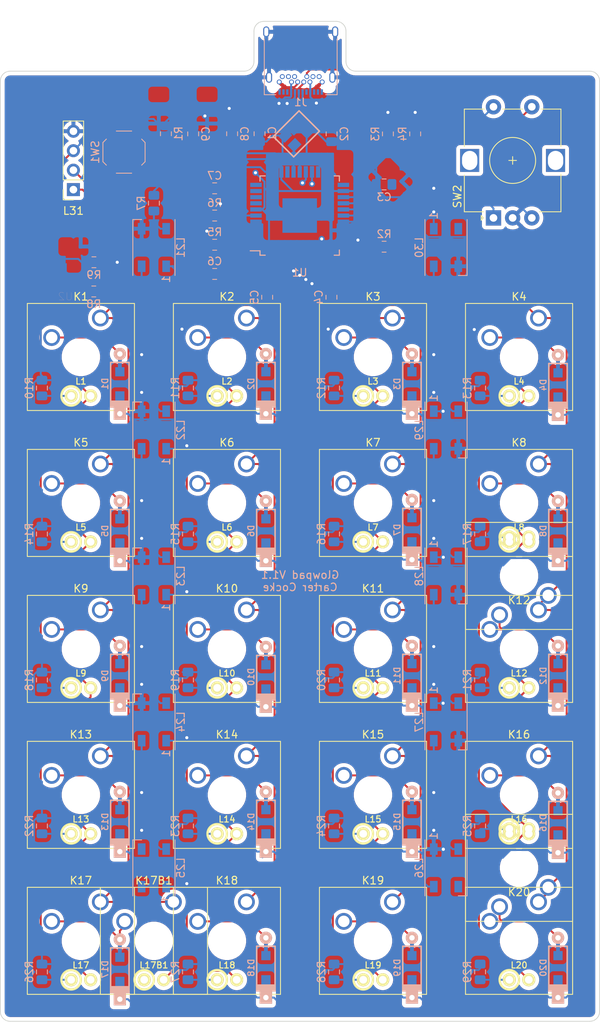
<source format=kicad_pcb>
(kicad_pcb (version 20171130) (host pcbnew "(5.1.5)-3")
  (layers (0 F.Cu signal) (31 B.Cu signal) (34 B.Paste user) (35 F.Paste user) (36 B.SilkS user) (37 F.SilkS user) (38 B.Mask user) (39 F.Mask user) (44 Edge.Cuts user))
  (net 0 "")
  (net 1 GND)
  (net 2 "Net-(C1-Pad1)")
  (net 3 "Net-(C2-Pad1)")
  (net 4 VCC)
  (net 5 "Net-(C9-Pad1)")
  (net 6 "Net-(D1-Pad2)")
  (net 7 row0)
  (net 8 "Net-(D2-Pad2)")
  (net 9 "Net-(D3-Pad2)")
  (net 10 "Net-(D4-Pad2)")
  (net 11 "Net-(D5-Pad2)")
  (net 12 row1)
  (net 13 "Net-(D6-Pad2)")
  (net 14 "Net-(D7-Pad2)")
  (net 15 "Net-(D8-Pad2)")
  (net 16 "Net-(D9-Pad2)")
  (net 17 row2)
  (net 18 "Net-(D10-Pad2)")
  (net 19 "Net-(D11-Pad2)")
  (net 20 "Net-(D12-Pad2)")
  (net 21 "Net-(D13-Pad2)")
  (net 22 row3)
  (net 23 "Net-(D14-Pad2)")
  (net 24 "Net-(D15-Pad2)")
  (net 25 "Net-(D16-Pad2)")
  (net 26 "Net-(D17-Pad2)")
  (net 27 row4)
  (net 28 "Net-(D18-Pad2)")
  (net 29 "Net-(D19-Pad2)")
  (net 30 "Net-(D20-Pad2)")
  (net 31 "Net-(J1-PadA2)")
  (net 32 "Net-(J1-PadA3)")
  (net 33 "Net-(J1-PadA5)")
  (net 34 "Net-(J1-PadA6)")
  (net 35 "Net-(J1-PadA7)")
  (net 36 "Net-(J1-PadA10)")
  (net 37 "Net-(J1-PadA8)")
  (net 38 "Net-(J1-PadA11)")
  (net 39 "Net-(J1-PadB2)")
  (net 40 "Net-(J1-PadB3)")
  (net 41 "Net-(J1-PadB5)")
  (net 42 "Net-(J1-PadB8)")
  (net 43 "Net-(J1-PadB10)")
  (net 44 "Net-(J1-PadB11)")
  (net 45 col0)
  (net 46 col1)
  (net 47 col2)
  (net 48 col3)
  (net 49 "Net-(L1-Pad1)")
  (net 50 "Net-(L2-Pad1)")
  (net 51 "Net-(L3-Pad1)")
  (net 52 "Net-(L4-Pad1)")
  (net 53 "Net-(L5-Pad1)")
  (net 54 "Net-(L6-Pad1)")
  (net 55 "Net-(L7-Pad1)")
  (net 56 "Net-(L8-Pad1)")
  (net 57 "Net-(L9-Pad1)")
  (net 58 "Net-(L10-Pad1)")
  (net 59 "Net-(L11-Pad1)")
  (net 60 "Net-(L12-Pad1)")
  (net 61 "Net-(L13-Pad1)")
  (net 62 "Net-(L14-Pad1)")
  (net 63 "Net-(L15-Pad1)")
  (net 64 "Net-(L16-Pad1)")
  (net 65 "Net-(L17-Pad1)")
  (net 66 "Net-(L18-Pad1)")
  (net 67 "Net-(L19-Pad1)")
  (net 68 "Net-(L20-Pad1)")
  (net 69 "Net-(L21-Pad2)")
  (net 70 "Net-(L21-Pad4)")
  (net 71 "Net-(L22-Pad2)")
  (net 72 "Net-(L23-Pad2)")
  (net 73 "Net-(L24-Pad2)")
  (net 74 "Net-(L25-Pad2)")
  (net 75 "Net-(L25-Pad3)")
  (net 76 "Net-(L26-Pad2)")
  (net 77 "Net-(L27-Pad2)")
  (net 78 "Net-(L28-Pad2)")
  (net 79 "Net-(L29-Pad2)")
  (net 80 "Net-(L30-Pad2)")
  (net 81 SCL)
  (net 82 SDA)
  (net 83 "Net-(R2-Pad2)")
  (net 84 "Net-(R5-Pad1)")
  (net 85 "Net-(R6-Pad1)")
  (net 86 RGB)
  (net 87 "Net-(R8-Pad1)")
  (net 88 BKL)
  (net 89 "Net-(R10-Pad1)")
  (net 90 enSw)
  (net 91 enB)
  (net 92 enA)
  (net 93 "Net-(U1-Pad1)")
  (net 94 "Net-(U1-Pad8)")
  (net 95 "Net-(U1-Pad9)")
  (net 96 "Net-(U1-Pad10)")
  (net 97 "Net-(U1-Pad11)")
  (net 98 "Net-(U1-Pad20)")
  (net 99 "Net-(U1-Pad21)")
  (net 100 "Net-(U1-Pad22)")
  (net 101 "Net-(U1-Pad42)")
  (net 102 "Net-(C7-Pad1)")
  (net 103 "Net-(U1-Pad41)")
  (module KeyboardPartsPretty:FA-238 (layer B.Cu) (at 78.6042 72.1784 45)
    (fp_text reference X1 hide)
    (fp_text value XTAL_GND hide)
    (pad 3 smd rect (at -1.1 0.8 45) (size 1.4 1.2) (drill (offset -0.1 0.05)) (layers B.Cu B.Paste B.Mask) (net 1 GND) (clearance 0.2))
    (pad 2 smd rect (at 1.1 0.8 45) (size 1.4 1.2) (drill (offset 0.1 0.05)) (layers B.Cu B.Paste B.Mask) (net 3 "Net-(C2-Pad1)") (clearance 0.2))
    (pad 1 smd rect (at -1.1 -0.8 45) (size 1.4 1.2) (drill (offset -0.1 -0.05)) (layers B.Cu B.Paste B.Mask) (net 2 "Net-(C1-Pad1)") (clearance 0.2))
    (pad 3 smd rect (at 1.1 -0.8 45) (size 1.4 1.2) (drill (offset 0.1 -0.05)) (layers B.Cu B.Paste B.Mask) (net 1 GND) (clearance 0.2))
  )
  (module KeyboardPartsPretty:LED_TH (layer F.Cu) (at 107.65 124.795)
    (fp_text reference L8B1 hide)
    (fp_text value 1.8mm hide)
    (pad 1 thru_hole circle (at -1.27 0) (size 1.7 1.7) (drill 1) (layers *.Cu *.Mask F.SilkS) (net 56 "Net-(L8-Pad1)"))
    (pad 2 thru_hole circle (at 1.27 0) (size 1.7 1.7) (drill 1) (layers *.Cu *.Mask F.SilkS) (net 4 VCC))
  )
  (module Button_Switch_Keyboard:SW_Cherry_MX_2.00u_Plate (layer F.Cu) (at 62.565 172.42)
    (fp_text reference K17B1 (at -2.54 -2.794) (layer F.SilkS))
    (fp_text value KEYSW)
    (pad 1 thru_hole circle (at 0 0) (size 2.2 2.2) (drill 1.5) (layers *.Cu *.Mask) (net 45 col0))
    (pad 2 thru_hole circle (at -6.35 2.54) (size 2.2 2.2) (drill 1.5) (layers *.Cu *.Mask) (net 26 "Net-(D17-Pad2)"))
    (pad "" np_thru_hole circle (at -2.54 5.08) (size 4 4) (drill 4) (layers *.Cu *.Mask))
  )
  (module Button_Switch_Keyboard:SW_Cherry_MX_1.00u_Plate (layer F.Cu) (at 53.04 96.22)
    (fp_text reference K1 (at -2.54 -2.794) (layer F.SilkS))
    (fp_text value KEYSW)
    (pad 1 thru_hole circle (at 0 0) (size 2.2 2.2) (drill 1.5) (layers *.Cu *.Mask) (net 45 col0))
    (pad 2 thru_hole circle (at -6.35 2.54) (size 2.2 2.2) (drill 1.5) (layers *.Cu *.Mask) (net 6 "Net-(D1-Pad2)"))
    (pad "" np_thru_hole circle (at -2.54 5.08) (size 4 4) (drill 4) (layers *.Cu *.Mask))
  )
  (module Capacitor_SMD:C_0805_2012Metric_Pad1.15x1.40mm_HandSolder (layer B.Cu) (at 73.8036 72.167 90)
    (fp_text reference C1 (at 0 1.65 90) (layer B.SilkS) (effects (justify mirror)))
    (fp_text value 22p)
    (pad 2 smd roundrect (at 1.025 0 90) (size 1.15 1.4) (layers B.Cu B.Paste B.Mask) (roundrect_rratio 0.217391) (net 1 GND))
    (pad 1 smd roundrect (at -1.025 0 90) (size 1.15 1.4) (layers B.Cu B.Paste B.Mask) (roundrect_rratio 0.217391) (net 2 "Net-(C1-Pad1)"))
  )
  (module Capacitor_SMD:C_0805_2012Metric_Pad1.15x1.40mm_HandSolder (layer B.Cu) (at 83.2016 72.1784 90)
    (fp_text reference C2 (at 0 1.65 90) (layer B.SilkS) (effects (justify mirror)))
    (fp_text value 22p)
    (pad 1 smd roundrect (at -1.025 0 90) (size 1.15 1.4) (layers B.Cu B.Paste B.Mask) (roundrect_rratio 0.217391) (net 3 "Net-(C2-Pad1)"))
    (pad 2 smd roundrect (at 1.025 0 90) (size 1.15 1.4) (layers B.Cu B.Paste B.Mask) (roundrect_rratio 0.217391) (net 1 GND))
  )
  (module Capacitor_SMD:C_0805_2012Metric_Pad1.15x1.40mm_HandSolder (layer B.Cu) (at 70.226 72.167 90)
    (fp_text reference C8 (at 0 1.65 90) (layer B.SilkS) (effects (justify mirror)))
    (fp_text value 0.1u)
    (pad 1 smd roundrect (at -1.025 0 90) (size 1.15 1.4) (layers B.Cu B.Paste B.Mask) (roundrect_rratio 0.217391) (net 4 VCC))
    (pad 2 smd roundrect (at 1.025 0 90) (size 1.15 1.4) (layers B.Cu B.Paste B.Mask) (roundrect_rratio 0.217391) (net 1 GND))
  )
  (module Capacitor_SMD:C_0805_2012Metric_Pad1.15x1.40mm_HandSolder (layer B.Cu) (at 90.047 78.78)
    (fp_text reference C3 (at 0 1.65) (layer B.SilkS) (effects (justify mirror)))
    (fp_text value 0.1u)
    (pad 2 smd roundrect (at 1.025 0) (size 1.15 1.4) (layers B.Cu B.Paste B.Mask) (roundrect_rratio 0.217391) (net 1 GND))
    (pad 1 smd roundrect (at -1.025 0) (size 1.15 1.4) (layers B.Cu B.Paste B.Mask) (roundrect_rratio 0.217391) (net 4 VCC))
  )
  (module Capacitor_SMD:C_0805_2012Metric_Pad1.15x1.40mm_HandSolder (layer B.Cu) (at 67.949 90.464 180)
    (fp_text reference C6 (at 0 1.65) (layer B.SilkS) (effects (justify mirror)))
    (fp_text value 4.7u)
    (pad 1 smd roundrect (at -1.025 0 180) (size 1.15 1.4) (layers B.Cu B.Paste B.Mask) (roundrect_rratio 0.217391) (net 4 VCC))
    (pad 2 smd roundrect (at 1.025 0 180) (size 1.15 1.4) (layers B.Cu B.Paste B.Mask) (roundrect_rratio 0.217391) (net 1 GND))
  )
  (module Capacitor_SMD:C_0805_2012Metric_Pad1.15x1.40mm_HandSolder (layer B.Cu) (at 83.18 93.503 270)
    (fp_text reference C4 (at 0 1.65 90) (layer B.SilkS) (effects (justify mirror)))
    (fp_text value 0.1u)
    (pad 2 smd roundrect (at 1.025 0 270) (size 1.15 1.4) (layers B.Cu B.Paste B.Mask) (roundrect_rratio 0.217391) (net 1 GND))
    (pad 1 smd roundrect (at -1.025 0 270) (size 1.15 1.4) (layers B.Cu B.Paste B.Mask) (roundrect_rratio 0.217391) (net 4 VCC))
  )
  (module Capacitor_SMD:C_0805_2012Metric_Pad1.15x1.40mm_HandSolder (layer B.Cu) (at 74.798 93.503 270)
    (fp_text reference C5 (at 0 1.65 90) (layer B.SilkS) (effects (justify mirror)))
    (fp_text value 0.1u)
    (pad 1 smd roundrect (at -1.025 0 270) (size 1.15 1.4) (layers B.Cu B.Paste B.Mask) (roundrect_rratio 0.217391) (net 4 VCC))
    (pad 2 smd roundrect (at 1.025 0 270) (size 1.15 1.4) (layers B.Cu B.Paste B.Mask) (roundrect_rratio 0.217391) (net 1 GND))
  )
  (module Capacitor_SMD:C_0805_2012Metric_Pad1.15x1.40mm_HandSolder (layer B.Cu) (at 67.949 79.288 180)
    (fp_text reference C7 (at 0 1.65) (layer B.SilkS) (effects (justify mirror)))
    (fp_text value 1.0u)
    (pad 2 smd roundrect (at 1.025 0 180) (size 1.15 1.4) (layers B.Cu B.Paste B.Mask) (roundrect_rratio 0.217391) (net 1 GND))
    (pad 1 smd roundrect (at -1.025 0 180) (size 1.15 1.4) (layers B.Cu B.Paste B.Mask) (roundrect_rratio 0.217391) (net 102 "Net-(C7-Pad1)"))
  )
  (module Capacitor_SMD:C_0805_2012Metric_Pad1.15x1.40mm_HandSolder (layer B.Cu) (at 65.146 72.185 90)
    (fp_text reference C9 (at 0 1.65 90) (layer B.SilkS) (effects (justify mirror)))
    (fp_text value .1u)
    (pad 1 smd roundrect (at -1.025 0 90) (size 1.15 1.4) (layers B.Cu B.Paste B.Mask) (roundrect_rratio 0.217391) (net 5 "Net-(C9-Pad1)"))
    (pad 2 smd roundrect (at 1.025 0 90) (size 1.15 1.4) (layers B.Cu B.Paste B.Mask) (roundrect_rratio 0.217391) (net 1 GND))
  )
  (module KeyboardPartsPretty:D_SOD123_axial (layer B.Cu) (at 55.58 104.805 90)
    (fp_text reference D1 (at 0 -1.925 90) (layer B.SilkS) (effects (font (size 0.8 0.8)) (justify mirror)))
    (fp_text value D hide)
    (pad 2 smd rect (at 2.7 0 90) (size 2.5 0.5) (layers B.Cu) (net 6 "Net-(D1-Pad2)"))
    (pad 1 smd rect (at -2.7 0 90) (size 2.5 0.5) (layers B.Cu) (net 7 row0))
    (pad 2 thru_hole circle (at 3.9 0 90) (size 1.6 1.6) (drill 0.7) (layers *.Cu *.Mask B.SilkS) (net 6 "Net-(D1-Pad2)"))
    (pad 1 thru_hole rect (at -3.9 0 90) (size 1.6 1.6) (drill 0.7) (layers *.Cu *.Mask B.SilkS) (net 7 row0))
    (pad 1 smd rect (at -1.575 0 90) (size 1.2 1.2) (layers B.Cu B.Paste B.Mask) (net 7 row0))
    (pad 2 smd rect (at 1.575 0 90) (size 1.2 1.2) (layers B.Cu B.Paste B.Mask) (net 6 "Net-(D1-Pad2)"))
  )
  (module KeyboardPartsPretty:D_SOD123_axial (layer B.Cu) (at 74.63 104.805 90)
    (fp_text reference D2 (at 0 -1.925 90) (layer B.SilkS) (effects (font (size 0.8 0.8)) (justify mirror)))
    (fp_text value D hide)
    (pad 2 smd rect (at 1.575 0 90) (size 1.2 1.2) (layers B.Cu B.Paste B.Mask) (net 8 "Net-(D2-Pad2)"))
    (pad 1 smd rect (at -1.575 0 90) (size 1.2 1.2) (layers B.Cu B.Paste B.Mask) (net 7 row0))
    (pad 1 thru_hole rect (at -3.9 0 90) (size 1.6 1.6) (drill 0.7) (layers *.Cu *.Mask B.SilkS) (net 7 row0))
    (pad 2 thru_hole circle (at 3.9 0 90) (size 1.6 1.6) (drill 0.7) (layers *.Cu *.Mask B.SilkS) (net 8 "Net-(D2-Pad2)"))
    (pad 1 smd rect (at -2.7 0 90) (size 2.5 0.5) (layers B.Cu) (net 7 row0))
    (pad 2 smd rect (at 2.7 0 90) (size 2.5 0.5) (layers B.Cu) (net 8 "Net-(D2-Pad2)"))
  )
  (module KeyboardPartsPretty:D_SOD123_axial (layer B.Cu) (at 93.68 104.805 90)
    (fp_text reference D3 (at 0 -1.925 90) (layer B.SilkS) (effects (font (size 0.8 0.8)) (justify mirror)))
    (fp_text value D hide)
    (pad 2 smd rect (at 2.7 0 90) (size 2.5 0.5) (layers B.Cu) (net 9 "Net-(D3-Pad2)"))
    (pad 1 smd rect (at -2.7 0 90) (size 2.5 0.5) (layers B.Cu) (net 7 row0))
    (pad 2 thru_hole circle (at 3.9 0 90) (size 1.6 1.6) (drill 0.7) (layers *.Cu *.Mask B.SilkS) (net 9 "Net-(D3-Pad2)"))
    (pad 1 thru_hole rect (at -3.9 0 90) (size 1.6 1.6) (drill 0.7) (layers *.Cu *.Mask B.SilkS) (net 7 row0))
    (pad 1 smd rect (at -1.575 0 90) (size 1.2 1.2) (layers B.Cu B.Paste B.Mask) (net 7 row0))
    (pad 2 smd rect (at 1.575 0 90) (size 1.2 1.2) (layers B.Cu B.Paste B.Mask) (net 9 "Net-(D3-Pad2)"))
  )
  (module KeyboardPartsPretty:D_SOD123_axial (layer B.Cu) (at 112.73 104.95 90)
    (fp_text reference D4 (at 0 -1.925 90) (layer B.SilkS) (effects (font (size 0.8 0.8)) (justify mirror)))
    (fp_text value D hide)
    (pad 2 smd rect (at 2.7 0 90) (size 2.5 0.5) (layers B.Cu) (net 10 "Net-(D4-Pad2)"))
    (pad 1 smd rect (at -2.7 0 90) (size 2.5 0.5) (layers B.Cu) (net 7 row0))
    (pad 2 thru_hole circle (at 3.9 0 90) (size 1.6 1.6) (drill 0.7) (layers *.Cu *.Mask B.SilkS) (net 10 "Net-(D4-Pad2)"))
    (pad 1 thru_hole rect (at -3.9 0 90) (size 1.6 1.6) (drill 0.7) (layers *.Cu *.Mask B.SilkS) (net 7 row0))
    (pad 1 smd rect (at -1.575 0 90) (size 1.2 1.2) (layers B.Cu B.Paste B.Mask) (net 7 row0))
    (pad 2 smd rect (at 1.575 0 90) (size 1.2 1.2) (layers B.Cu B.Paste B.Mask) (net 10 "Net-(D4-Pad2)"))
  )
  (module KeyboardPartsPretty:D_SOD123_axial (layer B.Cu) (at 55.58 124 90)
    (fp_text reference D5 (at 0 -1.925 90) (layer B.SilkS) (effects (font (size 0.8 0.8)) (justify mirror)))
    (fp_text value D hide)
    (pad 2 smd rect (at 2.7 0 90) (size 2.5 0.5) (layers B.Cu) (net 11 "Net-(D5-Pad2)"))
    (pad 1 smd rect (at -2.7 0 90) (size 2.5 0.5) (layers B.Cu) (net 12 row1))
    (pad 2 thru_hole circle (at 3.9 0 90) (size 1.6 1.6) (drill 0.7) (layers *.Cu *.Mask B.SilkS) (net 11 "Net-(D5-Pad2)"))
    (pad 1 thru_hole rect (at -3.9 0 90) (size 1.6 1.6) (drill 0.7) (layers *.Cu *.Mask B.SilkS) (net 12 row1))
    (pad 1 smd rect (at -1.575 0 90) (size 1.2 1.2) (layers B.Cu B.Paste B.Mask) (net 12 row1))
    (pad 2 smd rect (at 1.575 0 90) (size 1.2 1.2) (layers B.Cu B.Paste B.Mask) (net 11 "Net-(D5-Pad2)"))
  )
  (module KeyboardPartsPretty:D_SOD123_axial (layer B.Cu) (at 74.63 124 90)
    (fp_text reference D6 (at 0 -1.925 90) (layer B.SilkS) (effects (font (size 0.8 0.8)) (justify mirror)))
    (fp_text value D hide)
    (pad 2 smd rect (at 2.7 0 90) (size 2.5 0.5) (layers B.Cu) (net 13 "Net-(D6-Pad2)"))
    (pad 1 smd rect (at -2.7 0 90) (size 2.5 0.5) (layers B.Cu) (net 12 row1))
    (pad 2 thru_hole circle (at 3.9 0 90) (size 1.6 1.6) (drill 0.7) (layers *.Cu *.Mask B.SilkS) (net 13 "Net-(D6-Pad2)"))
    (pad 1 thru_hole rect (at -3.9 0 90) (size 1.6 1.6) (drill 0.7) (layers *.Cu *.Mask B.SilkS) (net 12 row1))
    (pad 1 smd rect (at -1.575 0 90) (size 1.2 1.2) (layers B.Cu B.Paste B.Mask) (net 12 row1))
    (pad 2 smd rect (at 1.575 0 90) (size 1.2 1.2) (layers B.Cu B.Paste B.Mask) (net 13 "Net-(D6-Pad2)"))
  )
  (module KeyboardPartsPretty:D_SOD123_axial (layer B.Cu) (at 93.68 123.855 90)
    (fp_text reference D7 (at 0 -1.925 90) (layer B.SilkS) (effects (font (size 0.8 0.8)) (justify mirror)))
    (fp_text value D hide)
    (pad 2 smd rect (at 1.575 0 90) (size 1.2 1.2) (layers B.Cu B.Paste B.Mask) (net 14 "Net-(D7-Pad2)"))
    (pad 1 smd rect (at -1.575 0 90) (size 1.2 1.2) (layers B.Cu B.Paste B.Mask) (net 12 row1))
    (pad 1 thru_hole rect (at -3.9 0 90) (size 1.6 1.6) (drill 0.7) (layers *.Cu *.Mask B.SilkS) (net 12 row1))
    (pad 2 thru_hole circle (at 3.9 0 90) (size 1.6 1.6) (drill 0.7) (layers *.Cu *.Mask B.SilkS) (net 14 "Net-(D7-Pad2)"))
    (pad 1 smd rect (at -2.7 0 90) (size 2.5 0.5) (layers B.Cu) (net 12 row1))
    (pad 2 smd rect (at 2.7 0 90) (size 2.5 0.5) (layers B.Cu) (net 14 "Net-(D7-Pad2)"))
  )
  (module KeyboardPartsPretty:D_SOD123_axial (layer B.Cu) (at 112.73 124 90)
    (fp_text reference D8 (at 0 -1.925 90) (layer B.SilkS) (effects (font (size 0.8 0.8)) (justify mirror)))
    (fp_text value D hide)
    (pad 2 smd rect (at 2.7 0 90) (size 2.5 0.5) (layers B.Cu) (net 15 "Net-(D8-Pad2)"))
    (pad 1 smd rect (at -2.7 0 90) (size 2.5 0.5) (layers B.Cu) (net 12 row1))
    (pad 2 thru_hole circle (at 3.9 0 90) (size 1.6 1.6) (drill 0.7) (layers *.Cu *.Mask B.SilkS) (net 15 "Net-(D8-Pad2)"))
    (pad 1 thru_hole rect (at -3.9 0 90) (size 1.6 1.6) (drill 0.7) (layers *.Cu *.Mask B.SilkS) (net 12 row1))
    (pad 1 smd rect (at -1.575 0 90) (size 1.2 1.2) (layers B.Cu B.Paste B.Mask) (net 12 row1))
    (pad 2 smd rect (at 1.575 0 90) (size 1.2 1.2) (layers B.Cu B.Paste B.Mask) (net 15 "Net-(D8-Pad2)"))
  )
  (module KeyboardPartsPretty:D_SOD123_axial (layer B.Cu) (at 55.58 142.905 90)
    (fp_text reference D9 (at 0 -1.925 90) (layer B.SilkS) (effects (font (size 0.8 0.8)) (justify mirror)))
    (fp_text value D hide)
    (pad 2 smd rect (at 1.575 0 90) (size 1.2 1.2) (layers B.Cu B.Paste B.Mask) (net 16 "Net-(D9-Pad2)"))
    (pad 1 smd rect (at -1.575 0 90) (size 1.2 1.2) (layers B.Cu B.Paste B.Mask) (net 17 row2))
    (pad 1 thru_hole rect (at -3.9 0 90) (size 1.6 1.6) (drill 0.7) (layers *.Cu *.Mask B.SilkS) (net 17 row2))
    (pad 2 thru_hole circle (at 3.9 0 90) (size 1.6 1.6) (drill 0.7) (layers *.Cu *.Mask B.SilkS) (net 16 "Net-(D9-Pad2)"))
    (pad 1 smd rect (at -2.7 0 90) (size 2.5 0.5) (layers B.Cu) (net 17 row2))
    (pad 2 smd rect (at 2.7 0 90) (size 2.5 0.5) (layers B.Cu) (net 16 "Net-(D9-Pad2)"))
  )
  (module KeyboardPartsPretty:D_SOD123_axial (layer B.Cu) (at 74.63 143.05 90)
    (fp_text reference D10 (at 0 -1.925 90) (layer B.SilkS) (effects (font (size 0.8 0.8)) (justify mirror)))
    (fp_text value D hide)
    (pad 2 smd rect (at 2.7 0 90) (size 2.5 0.5) (layers B.Cu) (net 18 "Net-(D10-Pad2)"))
    (pad 1 smd rect (at -2.7 0 90) (size 2.5 0.5) (layers B.Cu) (net 17 row2))
    (pad 2 thru_hole circle (at 3.9 0 90) (size 1.6 1.6) (drill 0.7) (layers *.Cu *.Mask B.SilkS) (net 18 "Net-(D10-Pad2)"))
    (pad 1 thru_hole rect (at -3.9 0 90) (size 1.6 1.6) (drill 0.7) (layers *.Cu *.Mask B.SilkS) (net 17 row2))
    (pad 1 smd rect (at -1.575 0 90) (size 1.2 1.2) (layers B.Cu B.Paste B.Mask) (net 17 row2))
    (pad 2 smd rect (at 1.575 0 90) (size 1.2 1.2) (layers B.Cu B.Paste B.Mask) (net 18 "Net-(D10-Pad2)"))
  )
  (module KeyboardPartsPretty:D_SOD123_axial (layer B.Cu) (at 93.68 142.905 90)
    (fp_text reference D11 (at 0 -1.925 90) (layer B.SilkS) (effects (font (size 0.8 0.8)) (justify mirror)))
    (fp_text value D hide)
    (pad 2 smd rect (at 2.7 0 90) (size 2.5 0.5) (layers B.Cu) (net 19 "Net-(D11-Pad2)"))
    (pad 1 smd rect (at -2.7 0 90) (size 2.5 0.5) (layers B.Cu) (net 17 row2))
    (pad 2 thru_hole circle (at 3.9 0 90) (size 1.6 1.6) (drill 0.7) (layers *.Cu *.Mask B.SilkS) (net 19 "Net-(D11-Pad2)"))
    (pad 1 thru_hole rect (at -3.9 0 90) (size 1.6 1.6) (drill 0.7) (layers *.Cu *.Mask B.SilkS) (net 17 row2))
    (pad 1 smd rect (at -1.575 0 90) (size 1.2 1.2) (layers B.Cu B.Paste B.Mask) (net 17 row2))
    (pad 2 smd rect (at 1.575 0 90) (size 1.2 1.2) (layers B.Cu B.Paste B.Mask) (net 19 "Net-(D11-Pad2)"))
  )
  (module KeyboardPartsPretty:D_SOD123_axial (layer B.Cu) (at 112.73 142.905 90)
    (fp_text reference D12 (at 0 -1.925 90) (layer B.SilkS) (effects (font (size 0.8 0.8)) (justify mirror)))
    (fp_text value D hide)
    (pad 2 smd rect (at 1.575 0 90) (size 1.2 1.2) (layers B.Cu B.Paste B.Mask) (net 20 "Net-(D12-Pad2)"))
    (pad 1 smd rect (at -1.575 0 90) (size 1.2 1.2) (layers B.Cu B.Paste B.Mask) (net 17 row2))
    (pad 1 thru_hole rect (at -3.9 0 90) (size 1.6 1.6) (drill 0.7) (layers *.Cu *.Mask B.SilkS) (net 17 row2))
    (pad 2 thru_hole circle (at 3.9 0 90) (size 1.6 1.6) (drill 0.7) (layers *.Cu *.Mask B.SilkS) (net 20 "Net-(D12-Pad2)"))
    (pad 1 smd rect (at -2.7 0 90) (size 2.5 0.5) (layers B.Cu) (net 17 row2))
    (pad 2 smd rect (at 2.7 0 90) (size 2.5 0.5) (layers B.Cu) (net 20 "Net-(D12-Pad2)"))
  )
  (module KeyboardPartsPretty:D_SOD123_axial (layer B.Cu) (at 55.58 161.955 90)
    (fp_text reference D13 (at 0 -1.925 90) (layer B.SilkS) (effects (font (size 0.8 0.8)) (justify mirror)))
    (fp_text value D hide)
    (pad 2 smd rect (at 1.575 0 90) (size 1.2 1.2) (layers B.Cu B.Paste B.Mask) (net 21 "Net-(D13-Pad2)"))
    (pad 1 smd rect (at -1.575 0 90) (size 1.2 1.2) (layers B.Cu B.Paste B.Mask) (net 22 row3))
    (pad 1 thru_hole rect (at -3.9 0 90) (size 1.6 1.6) (drill 0.7) (layers *.Cu *.Mask B.SilkS) (net 22 row3))
    (pad 2 thru_hole circle (at 3.9 0 90) (size 1.6 1.6) (drill 0.7) (layers *.Cu *.Mask B.SilkS) (net 21 "Net-(D13-Pad2)"))
    (pad 1 smd rect (at -2.7 0 90) (size 2.5 0.5) (layers B.Cu) (net 22 row3))
    (pad 2 smd rect (at 2.7 0 90) (size 2.5 0.5) (layers B.Cu) (net 21 "Net-(D13-Pad2)"))
  )
  (module KeyboardPartsPretty:D_SOD123_axial (layer B.Cu) (at 74.63 161.955 90)
    (fp_text reference D14 (at 0 -1.925 90) (layer B.SilkS) (effects (font (size 0.8 0.8)) (justify mirror)))
    (fp_text value D hide)
    (pad 2 smd rect (at 1.575 0 90) (size 1.2 1.2) (layers B.Cu B.Paste B.Mask) (net 23 "Net-(D14-Pad2)"))
    (pad 1 smd rect (at -1.575 0 90) (size 1.2 1.2) (layers B.Cu B.Paste B.Mask) (net 22 row3))
    (pad 1 thru_hole rect (at -3.9 0 90) (size 1.6 1.6) (drill 0.7) (layers *.Cu *.Mask B.SilkS) (net 22 row3))
    (pad 2 thru_hole circle (at 3.9 0 90) (size 1.6 1.6) (drill 0.7) (layers *.Cu *.Mask B.SilkS) (net 23 "Net-(D14-Pad2)"))
    (pad 1 smd rect (at -2.7 0 90) (size 2.5 0.5) (layers B.Cu) (net 22 row3))
    (pad 2 smd rect (at 2.7 0 90) (size 2.5 0.5) (layers B.Cu) (net 23 "Net-(D14-Pad2)"))
  )
  (module KeyboardPartsPretty:D_SOD123_axial (layer B.Cu) (at 93.68 161.955 90)
    (fp_text reference D15 (at 0 -1.925 90) (layer B.SilkS) (effects (font (size 0.8 0.8)) (justify mirror)))
    (fp_text value D hide)
    (pad 2 smd rect (at 2.7 0 90) (size 2.5 0.5) (layers B.Cu) (net 24 "Net-(D15-Pad2)"))
    (pad 1 smd rect (at -2.7 0 90) (size 2.5 0.5) (layers B.Cu) (net 22 row3))
    (pad 2 thru_hole circle (at 3.9 0 90) (size 1.6 1.6) (drill 0.7) (layers *.Cu *.Mask B.SilkS) (net 24 "Net-(D15-Pad2)"))
    (pad 1 thru_hole rect (at -3.9 0 90) (size 1.6 1.6) (drill 0.7) (layers *.Cu *.Mask B.SilkS) (net 22 row3))
    (pad 1 smd rect (at -1.575 0 90) (size 1.2 1.2) (layers B.Cu B.Paste B.Mask) (net 22 row3))
    (pad 2 smd rect (at 1.575 0 90) (size 1.2 1.2) (layers B.Cu B.Paste B.Mask) (net 24 "Net-(D15-Pad2)"))
  )
  (module KeyboardPartsPretty:D_SOD123_axial (layer B.Cu) (at 112.73 162.1 90)
    (fp_text reference D16 (at 0 -1.925 90) (layer B.SilkS) (effects (font (size 0.8 0.8)) (justify mirror)))
    (fp_text value D hide)
    (pad 2 smd rect (at 2.7 0 90) (size 2.5 0.5) (layers B.Cu) (net 25 "Net-(D16-Pad2)"))
    (pad 1 smd rect (at -2.7 0 90) (size 2.5 0.5) (layers B.Cu) (net 22 row3))
    (pad 2 thru_hole circle (at 3.9 0 90) (size 1.6 1.6) (drill 0.7) (layers *.Cu *.Mask B.SilkS) (net 25 "Net-(D16-Pad2)"))
    (pad 1 thru_hole rect (at -3.9 0 90) (size 1.6 1.6) (drill 0.7) (layers *.Cu *.Mask B.SilkS) (net 22 row3))
    (pad 1 smd rect (at -1.575 0 90) (size 1.2 1.2) (layers B.Cu B.Paste B.Mask) (net 22 row3))
    (pad 2 smd rect (at 1.575 0 90) (size 1.2 1.2) (layers B.Cu B.Paste B.Mask) (net 25 "Net-(D16-Pad2)"))
  )
  (module KeyboardPartsPretty:D_SOD123_axial (layer B.Cu) (at 55.58 181.22 90)
    (fp_text reference D17 (at 0 -1.925 90) (layer B.SilkS) (effects (font (size 0.8 0.8)) (justify mirror)))
    (fp_text value D hide)
    (pad 2 smd rect (at 1.575 0 90) (size 1.2 1.2) (layers B.Cu B.Paste B.Mask) (net 26 "Net-(D17-Pad2)"))
    (pad 1 smd rect (at -1.575 0 90) (size 1.2 1.2) (layers B.Cu B.Paste B.Mask) (net 27 row4))
    (pad 1 thru_hole rect (at -3.9 0 90) (size 1.6 1.6) (drill 0.7) (layers *.Cu *.Mask B.SilkS) (net 27 row4))
    (pad 2 thru_hole circle (at 3.9 0 90) (size 1.6 1.6) (drill 0.7) (layers *.Cu *.Mask B.SilkS) (net 26 "Net-(D17-Pad2)"))
    (pad 1 smd rect (at -2.7 0 90) (size 2.5 0.5) (layers B.Cu) (net 27 row4))
    (pad 2 smd rect (at 2.7 0 90) (size 2.5 0.5) (layers B.Cu) (net 26 "Net-(D17-Pad2)"))
  )
  (module KeyboardPartsPretty:D_SOD123_axial (layer B.Cu) (at 74.63 181.005 90)
    (fp_text reference D18 (at 0 -1.925 90) (layer B.SilkS) (effects (font (size 0.8 0.8)) (justify mirror)))
    (fp_text value D hide)
    (pad 2 smd rect (at 1.575 0 90) (size 1.2 1.2) (layers B.Cu B.Paste B.Mask) (net 28 "Net-(D18-Pad2)"))
    (pad 1 smd rect (at -1.575 0 90) (size 1.2 1.2) (layers B.Cu B.Paste B.Mask) (net 27 row4))
    (pad 1 thru_hole rect (at -3.9 0 90) (size 1.6 1.6) (drill 0.7) (layers *.Cu *.Mask B.SilkS) (net 27 row4))
    (pad 2 thru_hole circle (at 3.9 0 90) (size 1.6 1.6) (drill 0.7) (layers *.Cu *.Mask B.SilkS) (net 28 "Net-(D18-Pad2)"))
    (pad 1 smd rect (at -2.7 0 90) (size 2.5 0.5) (layers B.Cu) (net 27 row4))
    (pad 2 smd rect (at 2.7 0 90) (size 2.5 0.5) (layers B.Cu) (net 28 "Net-(D18-Pad2)"))
  )
  (module KeyboardPartsPretty:D_SOD123_axial (layer B.Cu) (at 93.68 181.005 90)
    (fp_text reference D19 (at 0 -1.925 90) (layer B.SilkS) (effects (font (size 0.8 0.8)) (justify mirror)))
    (fp_text value D hide)
    (pad 2 smd rect (at 1.575 0 90) (size 1.2 1.2) (layers B.Cu B.Paste B.Mask) (net 29 "Net-(D19-Pad2)"))
    (pad 1 smd rect (at -1.575 0 90) (size 1.2 1.2) (layers B.Cu B.Paste B.Mask) (net 27 row4))
    (pad 1 thru_hole rect (at -3.9 0 90) (size 1.6 1.6) (drill 0.7) (layers *.Cu *.Mask B.SilkS) (net 27 row4))
    (pad 2 thru_hole circle (at 3.9 0 90) (size 1.6 1.6) (drill 0.7) (layers *.Cu *.Mask B.SilkS) (net 29 "Net-(D19-Pad2)"))
    (pad 1 smd rect (at -2.7 0 90) (size 2.5 0.5) (layers B.Cu) (net 27 row4))
    (pad 2 smd rect (at 2.7 0 90) (size 2.5 0.5) (layers B.Cu) (net 29 "Net-(D19-Pad2)"))
  )
  (module KeyboardPartsPretty:D_SOD123_axial (layer B.Cu) (at 112.73 181.005 90)
    (fp_text reference D20 (at 0 -1.925 90) (layer B.SilkS) (effects (font (size 0.8 0.8)) (justify mirror)))
    (fp_text value D hide)
    (pad 2 smd rect (at 1.575 0 90) (size 1.2 1.2) (layers B.Cu B.Paste B.Mask) (net 30 "Net-(D20-Pad2)"))
    (pad 1 smd rect (at -1.575 0 90) (size 1.2 1.2) (layers B.Cu B.Paste B.Mask) (net 27 row4))
    (pad 1 thru_hole rect (at -3.9 0 90) (size 1.6 1.6) (drill 0.7) (layers *.Cu *.Mask B.SilkS) (net 27 row4))
    (pad 2 thru_hole circle (at 3.9 0 90) (size 1.6 1.6) (drill 0.7) (layers *.Cu *.Mask B.SilkS) (net 30 "Net-(D20-Pad2)"))
    (pad 1 smd rect (at -2.7 0 90) (size 2.5 0.5) (layers B.Cu) (net 27 row4))
    (pad 2 smd rect (at 2.7 0 90) (size 2.5 0.5) (layers B.Cu) (net 30 "Net-(D20-Pad2)"))
  )
  (module Connector_USB:USB_C_Receptacle_Amphenol_12401548E4-2A (layer B.Cu) (at 79.171 61.7)
    (fp_text reference J1 (at 0 6.36) (layer B.SilkS) (effects (justify mirror)))
    (fp_text value USB_C_Receptacle)
    (pad S1 thru_hole oval (at -4.13 3.11) (size 0.8 1.4) (drill oval 0.5 1.1) (layers *.Cu *.Mask) (net 1 GND))
    (pad A1 smd rect (at -2.75 5.02) (size 0.3 0.7) (layers B.Cu B.Paste B.Mask) (net 1 GND))
    (pad A2 smd rect (at -2.25 5.02) (size 0.3 0.7) (layers B.Cu B.Paste B.Mask) (net 31 "Net-(J1-PadA2)"))
    (pad A3 smd rect (at -1.75 5.02) (size 0.3 0.7) (layers B.Cu B.Paste B.Mask) (net 32 "Net-(J1-PadA3)"))
    (pad A4 smd rect (at -1.25 5.02) (size 0.3 0.7) (layers B.Cu B.Paste B.Mask) (net 4 VCC))
    (pad A5 smd rect (at -0.75 5.02) (size 0.3 0.7) (layers B.Cu B.Paste B.Mask) (net 33 "Net-(J1-PadA5)"))
    (pad A6 smd rect (at -0.25 5.02) (size 0.3 0.7) (layers B.Cu B.Paste B.Mask) (net 34 "Net-(J1-PadA6)"))
    (pad A7 smd rect (at 0.25 5.02) (size 0.3 0.7) (layers B.Cu B.Paste B.Mask) (net 35 "Net-(J1-PadA7)"))
    (pad A12 smd rect (at 2.75 5.02) (size 0.3 0.7) (layers B.Cu B.Paste B.Mask) (net 1 GND))
    (pad A10 smd rect (at 1.75 5.02) (size 0.3 0.7) (layers B.Cu B.Paste B.Mask) (net 36 "Net-(J1-PadA10)"))
    (pad A9 smd rect (at 1.25 5.02) (size 0.3 0.7) (layers B.Cu B.Paste B.Mask) (net 4 VCC))
    (pad A8 smd rect (at 0.75 5.02) (size 0.3 0.7) (layers B.Cu B.Paste B.Mask) (net 37 "Net-(J1-PadA8)"))
    (pad A11 smd rect (at 2.25 5.02) (size 0.3 0.7) (layers B.Cu B.Paste B.Mask) (net 38 "Net-(J1-PadA11)"))
    (pad S1 thru_hole oval (at 4.13 3.11) (size 0.8 1.4) (drill oval 0.5 1.1) (layers *.Cu *.Mask) (net 1 GND))
    (pad S1 thru_hole oval (at 4.49 -2.84) (size 0.8 1.4) (drill oval 0.5 1.1) (layers *.Cu *.Mask) (net 1 GND))
    (pad S1 thru_hole oval (at -4.49 -2.84) (size 0.8 1.4) (drill oval 0.5 1.1) (layers *.Cu *.Mask) (net 1 GND))
    (pad "" np_thru_hole oval (at 3.6 4.36) (size 0.95 0.65) (drill oval 0.95 0.65) (layers *.Cu *.Mask))
    (pad "" np_thru_hole circle (at -3.6 4.36) (size 0.65 0.65) (drill 0.65) (layers *.Cu *.Mask))
    (pad B1 thru_hole circle (at 2.8 3.71) (size 0.65 0.65) (drill 0.4) (layers *.Cu *.Mask) (net 1 GND))
    (pad B4 thru_hole circle (at 1.2 3.71) (size 0.65 0.65) (drill 0.4) (layers *.Cu *.Mask) (net 4 VCC))
    (pad B6 thru_hole circle (at 0.4 3.71) (size 0.65 0.65) (drill 0.4) (layers *.Cu *.Mask) (net 34 "Net-(J1-PadA6)"))
    (pad B7 thru_hole circle (at -0.4 3.71) (size 0.65 0.65) (drill 0.4) (layers *.Cu *.Mask) (net 35 "Net-(J1-PadA7)"))
    (pad B9 thru_hole circle (at -1.2 3.71) (size 0.65 0.65) (drill 0.4) (layers *.Cu *.Mask) (net 4 VCC))
    (pad B12 thru_hole circle (at -2.8 3.71) (size 0.65 0.65) (drill 0.4) (layers *.Cu *.Mask) (net 1 GND))
    (pad B2 thru_hole circle (at 2.4 3.01) (size 0.65 0.65) (drill 0.4) (layers *.Cu *.Mask) (net 39 "Net-(J1-PadB2)"))
    (pad B3 thru_hole circle (at 1.6 3.01) (size 0.65 0.65) (drill 0.4) (layers *.Cu *.Mask) (net 40 "Net-(J1-PadB3)"))
    (pad B5 thru_hole circle (at 0.8 3.01) (size 0.65 0.65) (drill 0.4) (layers *.Cu *.Mask) (net 41 "Net-(J1-PadB5)"))
    (pad B8 thru_hole circle (at -0.8 3.01) (size 0.65 0.65) (drill 0.4) (layers *.Cu *.Mask) (net 42 "Net-(J1-PadB8)"))
    (pad B10 thru_hole circle (at -1.6 3.01) (size 0.65 0.65) (drill 0.4) (layers *.Cu *.Mask) (net 43 "Net-(J1-PadB10)"))
    (pad B11 thru_hole circle (at -2.4 3.01) (size 0.65 0.65) (drill 0.4) (layers *.Cu *.Mask) (net 44 "Net-(J1-PadB11)"))
  )
  (module Button_Switch_Keyboard:SW_Cherry_MX_1.00u_Plate (layer F.Cu) (at 72.09 96.22)
    (fp_text reference K2 (at -2.54 -2.794) (layer F.SilkS))
    (fp_text value KEYSW)
    (pad 1 thru_hole circle (at 0 0) (size 2.2 2.2) (drill 1.5) (layers *.Cu *.Mask) (net 46 col1))
    (pad 2 thru_hole circle (at -6.35 2.54) (size 2.2 2.2) (drill 1.5) (layers *.Cu *.Mask) (net 8 "Net-(D2-Pad2)"))
    (pad "" np_thru_hole circle (at -2.54 5.08) (size 4 4) (drill 4) (layers *.Cu *.Mask))
  )
  (module Button_Switch_Keyboard:SW_Cherry_MX_1.00u_Plate (layer F.Cu) (at 91.14 96.22)
    (fp_text reference K3 (at -2.54 -2.794) (layer F.SilkS))
    (fp_text value KEYSW)
    (pad "" np_thru_hole circle (at -2.54 5.08) (size 4 4) (drill 4) (layers *.Cu *.Mask))
    (pad 2 thru_hole circle (at -6.35 2.54) (size 2.2 2.2) (drill 1.5) (layers *.Cu *.Mask) (net 9 "Net-(D3-Pad2)"))
    (pad 1 thru_hole circle (at 0 0) (size 2.2 2.2) (drill 1.5) (layers *.Cu *.Mask) (net 47 col2))
  )
  (module Button_Switch_Keyboard:SW_Cherry_MX_1.00u_Plate (layer F.Cu) (at 110.19 96.22)
    (fp_text reference K4 (at -2.54 -2.794) (layer F.SilkS))
    (fp_text value KEYSW)
    (pad 1 thru_hole circle (at 0 0) (size 2.2 2.2) (drill 1.5) (layers *.Cu *.Mask) (net 48 col3))
    (pad 2 thru_hole circle (at -6.35 2.54) (size 2.2 2.2) (drill 1.5) (layers *.Cu *.Mask) (net 10 "Net-(D4-Pad2)"))
    (pad "" np_thru_hole circle (at -2.54 5.08) (size 4 4) (drill 4) (layers *.Cu *.Mask))
  )
  (module Button_Switch_Keyboard:SW_Cherry_MX_1.00u_Plate (layer F.Cu) (at 53.04 115.27)
    (fp_text reference K5 (at -2.54 -2.794) (layer F.SilkS))
    (fp_text value KEYSW)
    (pad 1 thru_hole circle (at 0 0) (size 2.2 2.2) (drill 1.5) (layers *.Cu *.Mask) (net 45 col0))
    (pad 2 thru_hole circle (at -6.35 2.54) (size 2.2 2.2) (drill 1.5) (layers *.Cu *.Mask) (net 11 "Net-(D5-Pad2)"))
    (pad "" np_thru_hole circle (at -2.54 5.08) (size 4 4) (drill 4) (layers *.Cu *.Mask))
  )
  (module Button_Switch_Keyboard:SW_Cherry_MX_1.00u_Plate (layer F.Cu) (at 72.09 115.27)
    (fp_text reference K6 (at -2.54 -2.794) (layer F.SilkS))
    (fp_text value KEYSW)
    (pad 1 thru_hole circle (at 0 0) (size 2.2 2.2) (drill 1.5) (layers *.Cu *.Mask) (net 46 col1))
    (pad 2 thru_hole circle (at -6.35 2.54) (size 2.2 2.2) (drill 1.5) (layers *.Cu *.Mask) (net 13 "Net-(D6-Pad2)"))
    (pad "" np_thru_hole circle (at -2.54 5.08) (size 4 4) (drill 4) (layers *.Cu *.Mask))
  )
  (module Button_Switch_Keyboard:SW_Cherry_MX_1.00u_Plate (layer F.Cu) (at 91.14 115.27)
    (fp_text reference K7 (at -2.54 -2.794) (layer F.SilkS))
    (fp_text value KEYSW)
    (pad "" np_thru_hole circle (at -2.54 5.08) (size 4 4) (drill 4) (layers *.Cu *.Mask))
    (pad 2 thru_hole circle (at -6.35 2.54) (size 2.2 2.2) (drill 1.5) (layers *.Cu *.Mask) (net 14 "Net-(D7-Pad2)"))
    (pad 1 thru_hole circle (at 0 0) (size 2.2 2.2) (drill 1.5) (layers *.Cu *.Mask) (net 47 col2))
  )
  (module Button_Switch_Keyboard:SW_Cherry_MX_1.00u_Plate (layer F.Cu) (at 110.19 115.27)
    (fp_text reference K8 (at -2.54 -2.794) (layer F.SilkS))
    (fp_text value KEYSW)
    (pad 1 thru_hole circle (at 0 0) (size 2.2 2.2) (drill 1.5) (layers *.Cu *.Mask) (net 48 col3))
    (pad 2 thru_hole circle (at -6.35 2.54) (size 2.2 2.2) (drill 1.5) (layers *.Cu *.Mask) (net 15 "Net-(D8-Pad2)"))
    (pad "" np_thru_hole circle (at -2.54 5.08) (size 4 4) (drill 4) (layers *.Cu *.Mask))
  )
  (module Button_Switch_Keyboard:SW_Cherry_MX_1.00u_Plate (layer F.Cu) (at 53.04 134.32)
    (fp_text reference K9 (at -2.54 -2.794) (layer F.SilkS))
    (fp_text value KEYSW)
    (pad "" np_thru_hole circle (at -2.54 5.08) (size 4 4) (drill 4) (layers *.Cu *.Mask))
    (pad 2 thru_hole circle (at -6.35 2.54) (size 2.2 2.2) (drill 1.5) (layers *.Cu *.Mask) (net 16 "Net-(D9-Pad2)"))
    (pad 1 thru_hole circle (at 0 0) (size 2.2 2.2) (drill 1.5) (layers *.Cu *.Mask) (net 45 col0))
  )
  (module Button_Switch_Keyboard:SW_Cherry_MX_1.00u_Plate (layer F.Cu) (at 72.09 134.32)
    (fp_text reference K10 (at -2.54 -2.794) (layer F.SilkS))
    (fp_text value KEYSW)
    (pad 1 thru_hole circle (at 0 0) (size 2.2 2.2) (drill 1.5) (layers *.Cu *.Mask) (net 46 col1))
    (pad 2 thru_hole circle (at -6.35 2.54) (size 2.2 2.2) (drill 1.5) (layers *.Cu *.Mask) (net 18 "Net-(D10-Pad2)"))
    (pad "" np_thru_hole circle (at -2.54 5.08) (size 4 4) (drill 4) (layers *.Cu *.Mask))
  )
  (module Button_Switch_Keyboard:SW_Cherry_MX_1.00u_Plate (layer F.Cu) (at 91.14 134.32)
    (fp_text reference K11 (at -2.54 -2.794) (layer F.SilkS))
    (fp_text value KEYSW)
    (pad "" np_thru_hole circle (at -2.54 5.08) (size 4 4) (drill 4) (layers *.Cu *.Mask))
    (pad 2 thru_hole circle (at -6.35 2.54) (size 2.2 2.2) (drill 1.5) (layers *.Cu *.Mask) (net 19 "Net-(D11-Pad2)"))
    (pad 1 thru_hole circle (at 0 0) (size 2.2 2.2) (drill 1.5) (layers *.Cu *.Mask) (net 47 col2))
  )
  (module Button_Switch_Keyboard:SW_Cherry_MX_1.00u_Plate (layer F.Cu) (at 110.19 134.32)
    (fp_text reference K12 (at -2.54 -1.27) (layer F.SilkS))
    (fp_text value KEYSW)
    (pad 1 thru_hole circle (at 0 0) (size 2.2 2.2) (drill 1.5) (layers *.Cu *.Mask) (net 48 col3))
    (pad 2 thru_hole circle (at -6.35 2.54) (size 2.2 2.2) (drill 1.5) (layers *.Cu *.Mask) (net 20 "Net-(D12-Pad2)"))
    (pad "" np_thru_hole circle (at -2.54 5.08) (size 4 4) (drill 4) (layers *.Cu *.Mask))
  )
  (module Button_Switch_Keyboard:SW_Cherry_MX_1.00u_Plate (layer F.Cu) (at 53.04 153.37)
    (fp_text reference K13 (at -2.54 -2.794) (layer F.SilkS))
    (fp_text value KEYSW)
    (pad "" np_thru_hole circle (at -2.54 5.08) (size 4 4) (drill 4) (layers *.Cu *.Mask))
    (pad 2 thru_hole circle (at -6.35 2.54) (size 2.2 2.2) (drill 1.5) (layers *.Cu *.Mask) (net 21 "Net-(D13-Pad2)"))
    (pad 1 thru_hole circle (at 0 0) (size 2.2 2.2) (drill 1.5) (layers *.Cu *.Mask) (net 45 col0))
  )
  (module Button_Switch_Keyboard:SW_Cherry_MX_1.00u_Plate (layer F.Cu) (at 72.09 153.37)
    (fp_text reference K14 (at -2.54 -2.794) (layer F.SilkS))
    (fp_text value KEYSW)
    (pad "" np_thru_hole circle (at -2.54 5.08) (size 4 4) (drill 4) (layers *.Cu *.Mask))
    (pad 2 thru_hole circle (at -6.35 2.54) (size 2.2 2.2) (drill 1.5) (layers *.Cu *.Mask) (net 23 "Net-(D14-Pad2)"))
    (pad 1 thru_hole circle (at 0 0) (size 2.2 2.2) (drill 1.5) (layers *.Cu *.Mask) (net 46 col1))
  )
  (module Button_Switch_Keyboard:SW_Cherry_MX_1.00u_Plate (layer F.Cu) (at 91.14 153.37)
    (fp_text reference K15 (at -2.54 -2.794) (layer F.SilkS))
    (fp_text value KEYSW)
    (pad "" np_thru_hole circle (at -2.54 5.08) (size 4 4) (drill 4) (layers *.Cu *.Mask))
    (pad 2 thru_hole circle (at -6.35 2.54) (size 2.2 2.2) (drill 1.5) (layers *.Cu *.Mask) (net 24 "Net-(D15-Pad2)"))
    (pad 1 thru_hole circle (at 0 0) (size 2.2 2.2) (drill 1.5) (layers *.Cu *.Mask) (net 47 col2))
  )
  (module Button_Switch_Keyboard:SW_Cherry_MX_1.00u_Plate (layer F.Cu) (at 110.19 153.37)
    (fp_text reference K16 (at -2.54 -2.794) (layer F.SilkS))
    (fp_text value KEYSW)
    (pad 1 thru_hole circle (at 0 0) (size 2.2 2.2) (drill 1.5) (layers *.Cu *.Mask) (net 48 col3))
    (pad 2 thru_hole circle (at -6.35 2.54) (size 2.2 2.2) (drill 1.5) (layers *.Cu *.Mask) (net 25 "Net-(D16-Pad2)"))
    (pad "" np_thru_hole circle (at -2.54 5.08) (size 4 4) (drill 4) (layers *.Cu *.Mask))
  )
  (module Button_Switch_Keyboard:SW_Cherry_MX_1.00u_Plate (layer F.Cu) (at 53.04 172.42)
    (fp_text reference K17 (at -2.54 -2.794) (layer F.SilkS))
    (fp_text value KEYSW)
    (pad 1 thru_hole circle (at 0 0) (size 2.2 2.2) (drill 1.5) (layers *.Cu *.Mask) (net 45 col0))
    (pad 2 thru_hole circle (at -6.35 2.54) (size 2.2 2.2) (drill 1.5) (layers *.Cu *.Mask) (net 26 "Net-(D17-Pad2)"))
    (pad "" np_thru_hole circle (at -2.54 5.08) (size 4 4) (drill 4) (layers *.Cu *.Mask))
  )
  (module Button_Switch_Keyboard:SW_Cherry_MX_1.00u_Plate (layer F.Cu) (at 72.09 172.42)
    (fp_text reference K18 (at -2.54 -2.794) (layer F.SilkS))
    (fp_text value KEYSW)
    (pad "" np_thru_hole circle (at -2.54 5.08) (size 4 4) (drill 4) (layers *.Cu *.Mask))
    (pad 2 thru_hole circle (at -6.35 2.54) (size 2.2 2.2) (drill 1.5) (layers *.Cu *.Mask) (net 28 "Net-(D18-Pad2)"))
    (pad 1 thru_hole circle (at 0 0) (size 2.2 2.2) (drill 1.5) (layers *.Cu *.Mask) (net 46 col1))
  )
  (module Button_Switch_Keyboard:SW_Cherry_MX_1.00u_Plate (layer F.Cu) (at 91.14 172.42)
    (fp_text reference K19 (at -2.54 -2.794) (layer F.SilkS))
    (fp_text value KEYSW)
    (pad 1 thru_hole circle (at 0 0) (size 2.2 2.2) (drill 1.5) (layers *.Cu *.Mask) (net 47 col2))
    (pad 2 thru_hole circle (at -6.35 2.54) (size 2.2 2.2) (drill 1.5) (layers *.Cu *.Mask) (net 29 "Net-(D19-Pad2)"))
    (pad "" np_thru_hole circle (at -2.54 5.08) (size 4 4) (drill 4) (layers *.Cu *.Mask))
  )
  (module Button_Switch_Keyboard:SW_Cherry_MX_1.00u_Plate (layer F.Cu) (at 110.19 172.42)
    (fp_text reference K20 (at -2.54 -1.27) (layer F.SilkS))
    (fp_text value KEYSW)
    (pad "" np_thru_hole circle (at -2.54 5.08) (size 4 4) (drill 4) (layers *.Cu *.Mask))
    (pad 2 thru_hole circle (at -6.35 2.54) (size 2.2 2.2) (drill 1.5) (layers *.Cu *.Mask) (net 30 "Net-(D20-Pad2)"))
    (pad 1 thru_hole circle (at 0 0) (size 2.2 2.2) (drill 1.5) (layers *.Cu *.Mask) (net 48 col3))
  )
  (module KeyboardPartsPretty:LED_TH (layer F.Cu) (at 50.5 106.38)
    (fp_text reference L1 (at 0 -1.9) (layer F.SilkS) (effects (font (size 0.8 0.8))))
    (fp_text value 1.8mm hide)
    (pad 2 thru_hole circle (at 1.27 0) (size 1.7 1.7) (drill 1) (layers *.Cu *.Mask F.SilkS) (net 4 VCC))
    (pad 1 thru_hole circle (at -1.27 0) (size 1.7 1.7) (drill 1) (layers *.Cu *.Mask F.SilkS) (net 49 "Net-(L1-Pad1)"))
  )
  (module KeyboardPartsPretty:LED_TH (layer F.Cu) (at 69.55 106.38)
    (fp_text reference L2 (at 0 -1.9) (layer F.SilkS) (effects (font (size 0.8 0.8))))
    (fp_text value 1.8mm hide)
    (pad 1 thru_hole circle (at -1.27 0) (size 1.7 1.7) (drill 1) (layers *.Cu *.Mask F.SilkS) (net 50 "Net-(L2-Pad1)"))
    (pad 2 thru_hole circle (at 1.27 0) (size 1.7 1.7) (drill 1) (layers *.Cu *.Mask F.SilkS) (net 4 VCC))
  )
  (module KeyboardPartsPretty:LED_TH (layer F.Cu) (at 88.6 106.38)
    (fp_text reference L3 (at 0 -1.9) (layer F.SilkS) (effects (font (size 0.8 0.8))))
    (fp_text value 1.8mm hide)
    (pad 1 thru_hole circle (at -1.27 0) (size 1.7 1.7) (drill 1) (layers *.Cu *.Mask F.SilkS) (net 51 "Net-(L3-Pad1)"))
    (pad 2 thru_hole circle (at 1.27 0) (size 1.7 1.7) (drill 1) (layers *.Cu *.Mask F.SilkS) (net 4 VCC))
  )
  (module KeyboardPartsPretty:LED_TH (layer F.Cu) (at 107.65 106.38)
    (fp_text reference L4 (at 0 -1.9) (layer F.SilkS) (effects (font (size 0.8 0.8))))
    (fp_text value 1.8mm hide)
    (pad 1 thru_hole circle (at -1.27 0) (size 1.7 1.7) (drill 1) (layers *.Cu *.Mask F.SilkS) (net 52 "Net-(L4-Pad1)"))
    (pad 2 thru_hole circle (at 1.27 0) (size 1.7 1.7) (drill 1) (layers *.Cu *.Mask F.SilkS) (net 4 VCC))
  )
  (module KeyboardPartsPretty:LED_TH (layer F.Cu) (at 50.5 125.43)
    (fp_text reference L5 (at 0 -1.9) (layer F.SilkS) (effects (font (size 0.8 0.8))))
    (fp_text value 1.8mm hide)
    (pad 1 thru_hole circle (at -1.27 0) (size 1.7 1.7) (drill 1) (layers *.Cu *.Mask F.SilkS) (net 53 "Net-(L5-Pad1)"))
    (pad 2 thru_hole circle (at 1.27 0) (size 1.7 1.7) (drill 1) (layers *.Cu *.Mask F.SilkS) (net 4 VCC))
  )
  (module KeyboardPartsPretty:LED_TH (layer F.Cu) (at 69.55 125.43)
    (fp_text reference L6 (at 0 -1.9) (layer F.SilkS) (effects (font (size 0.8 0.8))))
    (fp_text value 1.8mm hide)
    (pad 1 thru_hole circle (at -1.27 0) (size 1.7 1.7) (drill 1) (layers *.Cu *.Mask F.SilkS) (net 54 "Net-(L6-Pad1)"))
    (pad 2 thru_hole circle (at 1.27 0) (size 1.7 1.7) (drill 1) (layers *.Cu *.Mask F.SilkS) (net 4 VCC))
  )
  (module KeyboardPartsPretty:LED_TH (layer F.Cu) (at 88.6 125.43)
    (fp_text reference L7 (at 0 -1.9) (layer F.SilkS) (effects (font (size 0.8 0.8))))
    (fp_text value 1.8mm hide)
    (pad 2 thru_hole circle (at 1.27 0) (size 1.7 1.7) (drill 1) (layers *.Cu *.Mask F.SilkS) (net 4 VCC))
    (pad 1 thru_hole circle (at -1.27 0) (size 1.7 1.7) (drill 1) (layers *.Cu *.Mask F.SilkS) (net 55 "Net-(L7-Pad1)"))
  )
  (module KeyboardPartsPretty:LED_TH (layer F.Cu) (at 107.65 125.43)
    (fp_text reference L8 (at 0 -1.9) (layer F.SilkS) (effects (font (size 0.8 0.8))))
    (fp_text value 1.8mm hide)
    (pad 2 thru_hole circle (at 1.27 0) (size 1.7 1.7) (drill 1) (layers *.Cu *.Mask F.SilkS) (net 4 VCC))
    (pad 1 thru_hole circle (at -1.27 0) (size 1.7 1.7) (drill 1) (layers *.Cu *.Mask F.SilkS) (net 56 "Net-(L8-Pad1)"))
  )
  (module KeyboardPartsPretty:LED_TH (layer F.Cu) (at 50.5 144.48)
    (fp_text reference L9 (at 0 -1.9) (layer F.SilkS) (effects (font (size 0.8 0.8))))
    (fp_text value 1.8mm hide)
    (pad 2 thru_hole circle (at 1.27 0) (size 1.7 1.7) (drill 1) (layers *.Cu *.Mask F.SilkS) (net 4 VCC))
    (pad 1 thru_hole circle (at -1.27 0) (size 1.7 1.7) (drill 1) (layers *.Cu *.Mask F.SilkS) (net 57 "Net-(L9-Pad1)"))
  )
  (module KeyboardPartsPretty:LED_TH (layer F.Cu) (at 69.55 144.48)
    (fp_text reference L10 (at 0 -1.9) (layer F.SilkS) (effects (font (size 0.8 0.8))))
    (fp_text value 1.8mm hide)
    (pad 2 thru_hole circle (at 1.27 0) (size 1.7 1.7) (drill 1) (layers *.Cu *.Mask F.SilkS) (net 4 VCC))
    (pad 1 thru_hole circle (at -1.27 0) (size 1.7 1.7) (drill 1) (layers *.Cu *.Mask F.SilkS) (net 58 "Net-(L10-Pad1)"))
  )
  (module KeyboardPartsPretty:LED_TH (layer F.Cu) (at 88.6 144.48)
    (fp_text reference L11 (at 0 -1.9 180) (layer F.SilkS) (effects (font (size 0.8 0.8))))
    (fp_text value 1.8mm hide)
    (pad 1 thru_hole circle (at -1.27 0) (size 1.7 1.7) (drill 1) (layers *.Cu *.Mask F.SilkS) (net 59 "Net-(L11-Pad1)"))
    (pad 2 thru_hole circle (at 1.27 0) (size 1.7 1.7) (drill 1) (layers *.Cu *.Mask F.SilkS) (net 4 VCC))
  )
  (module KeyboardPartsPretty:LED_TH (layer F.Cu) (at 107.65 144.48)
    (fp_text reference L12 (at 0 -1.9) (layer F.SilkS) (effects (font (size 0.8 0.8))))
    (fp_text value 1.8mm hide)
    (pad 2 thru_hole circle (at 1.27 0) (size 1.7 1.7) (drill 1) (layers *.Cu *.Mask F.SilkS) (net 4 VCC))
    (pad 1 thru_hole circle (at -1.27 0) (size 1.7 1.7) (drill 1) (layers *.Cu *.Mask F.SilkS) (net 60 "Net-(L12-Pad1)"))
  )
  (module KeyboardPartsPretty:LED_TH (layer F.Cu) (at 50.5 163.53)
    (fp_text reference L13 (at 0 -1.9) (layer F.SilkS) (effects (font (size 0.8 0.8))))
    (fp_text value 1.8mm hide)
    (pad 1 thru_hole circle (at -1.27 0) (size 1.7 1.7) (drill 1) (layers *.Cu *.Mask F.SilkS) (net 61 "Net-(L13-Pad1)"))
    (pad 2 thru_hole circle (at 1.27 0) (size 1.7 1.7) (drill 1) (layers *.Cu *.Mask F.SilkS) (net 4 VCC))
  )
  (module KeyboardPartsPretty:LED_TH (layer F.Cu) (at 69.55 163.53)
    (fp_text reference L14 (at 0 -1.9) (layer F.SilkS) (effects (font (size 0.8 0.8))))
    (fp_text value 1.8mm hide)
    (pad 2 thru_hole circle (at 1.27 0) (size 1.7 1.7) (drill 1) (layers *.Cu *.Mask F.SilkS) (net 4 VCC))
    (pad 1 thru_hole circle (at -1.27 0) (size 1.7 1.7) (drill 1) (layers *.Cu *.Mask F.SilkS) (net 62 "Net-(L14-Pad1)"))
  )
  (module KeyboardPartsPretty:LED_TH (layer F.Cu) (at 88.6 163.53)
    (fp_text reference L15 (at 0 -1.9) (layer F.SilkS) (effects (font (size 0.8 0.8))))
    (fp_text value 1.8mm hide)
    (pad 1 thru_hole circle (at -1.27 0) (size 1.7 1.7) (drill 1) (layers *.Cu *.Mask F.SilkS) (net 63 "Net-(L15-Pad1)"))
    (pad 2 thru_hole circle (at 1.27 0) (size 1.7 1.7) (drill 1) (layers *.Cu *.Mask F.SilkS) (net 4 VCC))
  )
  (module KeyboardPartsPretty:LED_TH (layer F.Cu) (at 107.65 163.53)
    (fp_text reference L16 (at 0 -1.9) (layer F.SilkS) (effects (font (size 0.8 0.8))))
    (fp_text value 1.8mm hide)
    (pad 2 thru_hole circle (at 1.27 0) (size 1.7 1.7) (drill 1) (layers *.Cu *.Mask F.SilkS) (net 4 VCC))
    (pad 1 thru_hole circle (at -1.27 0) (size 1.7 1.7) (drill 1) (layers *.Cu *.Mask F.SilkS) (net 64 "Net-(L16-Pad1)"))
  )
  (module KeyboardPartsPretty:LED_TH (layer F.Cu) (at 50.5 182.58)
    (fp_text reference L17 (at 0 -1.9) (layer F.SilkS) (effects (font (size 0.8 0.8))))
    (fp_text value 1.8mm hide)
    (pad 1 thru_hole circle (at -1.27 0) (size 1.7 1.7) (drill 1) (layers *.Cu *.Mask F.SilkS) (net 65 "Net-(L17-Pad1)"))
    (pad 2 thru_hole circle (at 1.27 0) (size 1.7 1.7) (drill 1) (layers *.Cu *.Mask F.SilkS) (net 4 VCC))
  )
  (module KeyboardPartsPretty:LED_TH (layer F.Cu) (at 69.55 182.58)
    (fp_text reference L18 (at 0 -1.9) (layer F.SilkS) (effects (font (size 0.8 0.8))))
    (fp_text value 1.8mm hide)
    (pad 1 thru_hole circle (at -1.27 0) (size 1.7 1.7) (drill 1) (layers *.Cu *.Mask F.SilkS) (net 66 "Net-(L18-Pad1)"))
    (pad 2 thru_hole circle (at 1.27 0) (size 1.7 1.7) (drill 1) (layers *.Cu *.Mask F.SilkS) (net 4 VCC))
  )
  (module KeyboardPartsPretty:LED_TH (layer F.Cu) (at 88.6 182.58)
    (fp_text reference L19 (at 0 -1.9) (layer F.SilkS) (effects (font (size 0.8 0.8))))
    (fp_text value 1.8mm hide)
    (pad 2 thru_hole circle (at 1.27 0) (size 1.7 1.7) (drill 1) (layers *.Cu *.Mask F.SilkS) (net 4 VCC))
    (pad 1 thru_hole circle (at -1.27 0) (size 1.7 1.7) (drill 1) (layers *.Cu *.Mask F.SilkS) (net 67 "Net-(L19-Pad1)"))
  )
  (module KeyboardPartsPretty:LED_TH (layer F.Cu) (at 107.65 182.58)
    (fp_text reference L20 (at 0 -1.9) (layer F.SilkS) (effects (font (size 0.8 0.8))))
    (fp_text value 1.8mm hide)
    (pad 1 thru_hole circle (at -1.27 0) (size 1.7 1.7) (drill 1) (layers *.Cu *.Mask F.SilkS) (net 68 "Net-(L20-Pad1)"))
    (pad 2 thru_hole circle (at 1.27 0) (size 1.7 1.7) (drill 1) (layers *.Cu *.Mask F.SilkS) (net 4 VCC))
  )
  (module LED_SMD:LED_WS2812B_PLCC4_5.0x5.0mm_P3.2mm (layer B.Cu) (at 60.025 87.0125 90)
    (fp_text reference L21 (at 0 3.5 90) (layer B.SilkS) (effects (justify mirror)))
    (fp_text value WS2812B)
    (fp_text user 1 (at -4.15 1.6 90) (layer B.SilkS) (effects (justify mirror)))
    (pad 1 smd rect (at -2.45 1.6 90) (size 1.5 1) (layers B.Cu B.Paste B.Mask) (net 4 VCC))
    (pad 2 smd rect (at -2.45 -1.6 90) (size 1.5 1) (layers B.Cu B.Paste B.Mask) (net 69 "Net-(L21-Pad2)"))
    (pad 4 smd rect (at 2.45 1.6 90) (size 1.5 1) (layers B.Cu B.Paste B.Mask) (net 70 "Net-(L21-Pad4)"))
    (pad 3 smd rect (at 2.45 -1.6 90) (size 1.5 1) (layers B.Cu B.Paste B.Mask) (net 1 GND))
  )
  (module LED_SMD:LED_WS2812B_PLCC4_5.0x5.0mm_P3.2mm (layer B.Cu) (at 60.025 110.825 90)
    (fp_text reference L22 (at 0 3.5 90) (layer B.SilkS) (effects (justify mirror)))
    (fp_text value WS2812B)
    (fp_text user 1 (at -4.15 1.6 90) (layer B.SilkS) (effects (justify mirror)))
    (pad 1 smd rect (at -2.45 1.6 90) (size 1.5 1) (layers B.Cu B.Paste B.Mask) (net 4 VCC))
    (pad 2 smd rect (at -2.45 -1.6 90) (size 1.5 1) (layers B.Cu B.Paste B.Mask) (net 71 "Net-(L22-Pad2)"))
    (pad 4 smd rect (at 2.45 1.6 90) (size 1.5 1) (layers B.Cu B.Paste B.Mask) (net 69 "Net-(L21-Pad2)"))
    (pad 3 smd rect (at 2.45 -1.6 90) (size 1.5 1) (layers B.Cu B.Paste B.Mask) (net 1 GND))
  )
  (module LED_SMD:LED_WS2812B_PLCC4_5.0x5.0mm_P3.2mm (layer B.Cu) (at 60.025 129.875 90)
    (fp_text reference L23 (at 0 3.5 90) (layer B.SilkS) (effects (justify mirror)))
    (fp_text value WS2812B)
    (fp_text user 1 (at -4.15 1.6 90) (layer B.SilkS) (effects (justify mirror)))
    (pad 1 smd rect (at -2.45 1.6 90) (size 1.5 1) (layers B.Cu B.Paste B.Mask) (net 4 VCC))
    (pad 2 smd rect (at -2.45 -1.6 90) (size 1.5 1) (layers B.Cu B.Paste B.Mask) (net 72 "Net-(L23-Pad2)"))
    (pad 4 smd rect (at 2.45 1.6 90) (size 1.5 1) (layers B.Cu B.Paste B.Mask) (net 71 "Net-(L22-Pad2)"))
    (pad 3 smd rect (at 2.45 -1.6 90) (size 1.5 1) (layers B.Cu B.Paste B.Mask) (net 1 GND))
  )
  (module LED_SMD:LED_WS2812B_PLCC4_5.0x5.0mm_P3.2mm (layer B.Cu) (at 60.025 148.925 90)
    (fp_text reference L24 (at 0 3.5 90) (layer B.SilkS) (effects (justify mirror)))
    (fp_text value WS2812B)
    (fp_text user 1 (at -4.15 1.6 90) (layer B.SilkS) (effects (justify mirror)))
    (pad 3 smd rect (at 2.45 -1.6 90) (size 1.5 1) (layers B.Cu B.Paste B.Mask) (net 1 GND))
    (pad 4 smd rect (at 2.45 1.6 90) (size 1.5 1) (layers B.Cu B.Paste B.Mask) (net 72 "Net-(L23-Pad2)"))
    (pad 2 smd rect (at -2.45 -1.6 90) (size 1.5 1) (layers B.Cu B.Paste B.Mask) (net 73 "Net-(L24-Pad2)"))
    (pad 1 smd rect (at -2.45 1.6 90) (size 1.5 1) (layers B.Cu B.Paste B.Mask) (net 4 VCC))
  )
  (module LED_SMD:LED_WS2812B_PLCC4_5.0x5.0mm_P3.2mm (layer B.Cu) (at 60.025 167.975 90)
    (fp_text reference L25 (at 0 3.5 90) (layer B.SilkS) (effects (justify mirror)))
    (fp_text value WS2812B)
    (fp_text user 1 (at -4.15 1.6 90) (layer B.SilkS) (effects (justify mirror)))
    (pad 1 smd rect (at -2.45 1.6 90) (size 1.5 1) (layers B.Cu B.Paste B.Mask) (net 4 VCC))
    (pad 2 smd rect (at -2.45 -1.6 90) (size 1.5 1) (layers B.Cu B.Paste B.Mask) (net 74 "Net-(L25-Pad2)"))
    (pad 4 smd rect (at 2.45 1.6 90) (size 1.5 1) (layers B.Cu B.Paste B.Mask) (net 73 "Net-(L24-Pad2)"))
    (pad 3 smd rect (at 2.45 -1.6 90) (size 1.5 1) (layers B.Cu B.Paste B.Mask) (net 75 "Net-(L25-Pad3)"))
  )
  (module LED_SMD:LED_WS2812B_PLCC4_5.0x5.0mm_P3.2mm (layer B.Cu) (at 98.125 167.975 270)
    (fp_text reference L26 (at 0 3.5 90) (layer B.SilkS) (effects (justify mirror)))
    (fp_text value WS2812B)
    (fp_text user 1 (at -4.15 1.6 90) (layer B.SilkS) (effects (justify mirror)))
    (pad 3 smd rect (at 2.45 -1.6 270) (size 1.5 1) (layers B.Cu B.Paste B.Mask) (net 1 GND))
    (pad 4 smd rect (at 2.45 1.6 270) (size 1.5 1) (layers B.Cu B.Paste B.Mask) (net 74 "Net-(L25-Pad2)"))
    (pad 2 smd rect (at -2.45 -1.6 270) (size 1.5 1) (layers B.Cu B.Paste B.Mask) (net 76 "Net-(L26-Pad2)"))
    (pad 1 smd rect (at -2.45 1.6 270) (size 1.5 1) (layers B.Cu B.Paste B.Mask) (net 4 VCC))
  )
  (module LED_SMD:LED_WS2812B_PLCC4_5.0x5.0mm_P3.2mm (layer B.Cu) (at 98.125 148.925 270)
    (fp_text reference L27 (at 0 3.5 90) (layer B.SilkS) (effects (justify mirror)))
    (fp_text value WS2812B)
    (fp_text user 1 (at -4.15 1.6 90) (layer B.SilkS) (effects (justify mirror)))
    (pad 3 smd rect (at 2.45 -1.6 270) (size 1.5 1) (layers B.Cu B.Paste B.Mask) (net 1 GND))
    (pad 4 smd rect (at 2.45 1.6 270) (size 1.5 1) (layers B.Cu B.Paste B.Mask) (net 76 "Net-(L26-Pad2)"))
    (pad 2 smd rect (at -2.45 -1.6 270) (size 1.5 1) (layers B.Cu B.Paste B.Mask) (net 77 "Net-(L27-Pad2)"))
    (pad 1 smd rect (at -2.45 1.6 270) (size 1.5 1) (layers B.Cu B.Paste B.Mask) (net 4 VCC))
  )
  (module LED_SMD:LED_WS2812B_PLCC4_5.0x5.0mm_P3.2mm (layer B.Cu) (at 98.125 129.875 270)
    (fp_text reference L28 (at 0 3.5 90) (layer B.SilkS) (effects (justify mirror)))
    (fp_text value WS2812B)
    (fp_text user 1 (at -4.15 1.6 90) (layer B.SilkS) (effects (justify mirror)))
    (pad 3 smd rect (at 2.45 -1.6 270) (size 1.5 1) (layers B.Cu B.Paste B.Mask) (net 1 GND))
    (pad 4 smd rect (at 2.45 1.6 270) (size 1.5 1) (layers B.Cu B.Paste B.Mask) (net 77 "Net-(L27-Pad2)"))
    (pad 2 smd rect (at -2.45 -1.6 270) (size 1.5 1) (layers B.Cu B.Paste B.Mask) (net 78 "Net-(L28-Pad2)"))
    (pad 1 smd rect (at -2.45 1.6 270) (size 1.5 1) (layers B.Cu B.Paste B.Mask) (net 4 VCC))
  )
  (module LED_SMD:LED_WS2812B_PLCC4_5.0x5.0mm_P3.2mm (layer B.Cu) (at 98.125 110.825 270)
    (fp_text reference L29 (at 0 3.5 90) (layer B.SilkS) (effects (justify mirror)))
    (fp_text value WS2812B)
    (fp_text user 1 (at -4.15 1.6 90) (layer B.SilkS) (effects (justify mirror)))
    (pad 3 smd rect (at 2.45 -1.6 270) (size 1.5 1) (layers B.Cu B.Paste B.Mask) (net 1 GND))
    (pad 4 smd rect (at 2.45 1.6 270) (size 1.5 1) (layers B.Cu B.Paste B.Mask) (net 78 "Net-(L28-Pad2)"))
    (pad 2 smd rect (at -2.45 -1.6 270) (size 1.5 1) (layers B.Cu B.Paste B.Mask) (net 79 "Net-(L29-Pad2)"))
    (pad 1 smd rect (at -2.45 1.6 270) (size 1.5 1) (layers B.Cu B.Paste B.Mask) (net 4 VCC))
  )
  (module LED_SMD:LED_WS2812B_PLCC4_5.0x5.0mm_P3.2mm (layer B.Cu) (at 98.125 87.0125 270)
    (fp_text reference L30 (at 0 3.5 90) (layer B.SilkS) (effects (justify mirror)))
    (fp_text value WS2812B)
    (fp_text user 1 (at -4.15 1.6 90) (layer B.SilkS) (effects (justify mirror)))
    (pad 1 smd rect (at -2.45 1.6 270) (size 1.5 1) (layers B.Cu B.Paste B.Mask) (net 4 VCC))
    (pad 2 smd rect (at -2.45 -1.6 270) (size 1.5 1) (layers B.Cu B.Paste B.Mask) (net 80 "Net-(L30-Pad2)"))
    (pad 4 smd rect (at 2.45 1.6 270) (size 1.5 1) (layers B.Cu B.Paste B.Mask) (net 79 "Net-(L29-Pad2)"))
    (pad 3 smd rect (at 2.45 -1.6 270) (size 1.5 1) (layers B.Cu B.Paste B.Mask) (net 1 GND))
  )
  (module KeyboardPartsPretty:LED_TH (layer F.Cu) (at 60.025 182.58)
    (fp_text reference L17B1 (at 0 -1.9) (layer F.SilkS) (effects (font (size 0.8 0.8))))
    (fp_text value 1.8mm hide)
    (pad 2 thru_hole circle (at 1.27 0) (size 1.7 1.7) (drill 1) (layers *.Cu *.Mask F.SilkS) (net 4 VCC))
    (pad 1 thru_hole circle (at -1.27 0) (size 1.7 1.7) (drill 1) (layers *.Cu *.Mask F.SilkS) (net 65 "Net-(L17-Pad1)"))
  )
  (module KeyboardPartsPretty:LED_TH (layer F.Cu) (at 107.65 162.895)
    (fp_text reference L16B1 hide)
    (fp_text value 1.8mm hide)
    (pad 2 thru_hole circle (at 1.27 0) (size 1.7 1.7) (drill 1) (layers *.Cu *.Mask F.SilkS) (net 4 VCC))
    (pad 1 thru_hole circle (at -1.27 0) (size 1.7 1.7) (drill 1) (layers *.Cu *.Mask F.SilkS) (net 64 "Net-(L16-Pad1)"))
  )
  (module Resistor_SMD:R_0805_2012Metric_Pad1.15x1.40mm_HandSolder (layer B.Cu) (at 61.59 72.167 90)
    (fp_text reference R1 (at 0 1.65 90) (layer B.SilkS) (effects (justify mirror)))
    (fp_text value 10k)
    (pad 1 smd roundrect (at -1.025 0 90) (size 1.15 1.4) (layers B.Cu B.Paste B.Mask) (roundrect_rratio 0.217391) (net 5 "Net-(C9-Pad1)"))
    (pad 2 smd roundrect (at 1.025 0 90) (size 1.15 1.4) (layers B.Cu B.Paste B.Mask) (roundrect_rratio 0.217391) (net 4 VCC))
  )
  (module Resistor_SMD:R_0805_2012Metric_Pad1.15x1.40mm_HandSolder (layer B.Cu) (at 90.047 86.908 180)
    (fp_text reference R2 (at 0 1.65) (layer B.SilkS) (effects (justify mirror)))
    (fp_text value 10k)
    (pad 2 smd roundrect (at 1.025 0 180) (size 1.15 1.4) (layers B.Cu B.Paste B.Mask) (roundrect_rratio 0.217391) (net 83 "Net-(R2-Pad2)"))
    (pad 1 smd roundrect (at -1.025 0 180) (size 1.15 1.4) (layers B.Cu B.Paste B.Mask) (roundrect_rratio 0.217391) (net 1 GND))
  )
  (module Resistor_SMD:R_0805_2012Metric_Pad1.15x1.40mm_HandSolder (layer B.Cu) (at 90.546 72.185 270)
    (fp_text reference R3 (at 0 1.65 90) (layer B.SilkS) (effects (justify mirror)))
    (fp_text value 5.1k)
    (pad 1 smd roundrect (at -1.025 0 270) (size 1.15 1.4) (layers B.Cu B.Paste B.Mask) (roundrect_rratio 0.217391) (net 33 "Net-(J1-PadA5)"))
    (pad 2 smd roundrect (at 1.025 0 270) (size 1.15 1.4) (layers B.Cu B.Paste B.Mask) (roundrect_rratio 0.217391) (net 1 GND))
  )
  (module Resistor_SMD:R_0805_2012Metric_Pad1.15x1.40mm_HandSolder (layer B.Cu) (at 94.102 72.185 270)
    (fp_text reference R4 (at 0 1.65 90) (layer B.SilkS) (effects (justify mirror)))
    (fp_text value 5.1k)
    (pad 1 smd roundrect (at -1.025 0 270) (size 1.15 1.4) (layers B.Cu B.Paste B.Mask) (roundrect_rratio 0.217391) (net 41 "Net-(J1-PadB5)"))
    (pad 2 smd roundrect (at 1.025 0 270) (size 1.15 1.4) (layers B.Cu B.Paste B.Mask) (roundrect_rratio 0.217391) (net 1 GND))
  )
  (module Resistor_SMD:R_0805_2012Metric_Pad1.15x1.40mm_HandSolder (layer B.Cu) (at 67.949 86.654 180)
    (fp_text reference R5 (at 0 1.65) (layer B.SilkS) (effects (justify mirror)))
    (fp_text value 22)
    (pad 2 smd roundrect (at 1.025 0 180) (size 1.15 1.4) (layers B.Cu B.Paste B.Mask) (roundrect_rratio 0.217391) (net 35 "Net-(J1-PadA7)"))
    (pad 1 smd roundrect (at -1.025 0 180) (size 1.15 1.4) (layers B.Cu B.Paste B.Mask) (roundrect_rratio 0.217391) (net 84 "Net-(R5-Pad1)"))
  )
  (module Resistor_SMD:R_0805_2012Metric_Pad1.15x1.40mm_HandSolder (layer B.Cu) (at 67.949 82.844 180)
    (fp_text reference R6 (at 0 1.65) (layer B.SilkS) (effects (justify mirror)))
    (fp_text value 22)
    (pad 2 smd roundrect (at 1.025 0 180) (size 1.15 1.4) (layers B.Cu B.Paste B.Mask) (roundrect_rratio 0.217391) (net 34 "Net-(J1-PadA6)"))
    (pad 1 smd roundrect (at -1.025 0 180) (size 1.15 1.4) (layers B.Cu B.Paste B.Mask) (roundrect_rratio 0.217391) (net 85 "Net-(R6-Pad1)"))
  )
  (module Resistor_SMD:R_0805_2012Metric_Pad1.15x1.40mm_HandSolder (layer B.Cu) (at 60.025 81.225 270)
    (fp_text reference R7 (at 0 1.65 90) (layer B.SilkS) (effects (justify mirror)))
    (fp_text value 500)
    (pad 2 smd roundrect (at 1.025 0 270) (size 1.15 1.4) (layers B.Cu B.Paste B.Mask) (roundrect_rratio 0.217391) (net 70 "Net-(L21-Pad4)"))
    (pad 1 smd roundrect (at -1.025 0 270) (size 1.15 1.4) (layers B.Cu B.Paste B.Mask) (roundrect_rratio 0.217391) (net 86 RGB))
  )
  (module Resistor_SMD:R_0805_2012Metric_Pad1.15x1.40mm_HandSolder (layer B.Cu) (at 52.183 92.75)
    (fp_text reference R8 (at 0 1.65) (layer B.SilkS) (effects (justify mirror)))
    (fp_text value 100k)
    (pad 1 smd roundrect (at -1.025 0) (size 1.15 1.4) (layers B.Cu B.Paste B.Mask) (roundrect_rratio 0.217391) (net 87 "Net-(R8-Pad1)"))
    (pad 2 smd roundrect (at 1.025 0) (size 1.15 1.4) (layers B.Cu B.Paste B.Mask) (roundrect_rratio 0.217391) (net 1 GND))
  )
  (module Resistor_SMD:R_0805_2012Metric_Pad1.15x1.40mm_HandSolder (layer B.Cu) (at 52.201 88.94)
    (fp_text reference R9 (at 0 1.65) (layer B.SilkS) (effects (justify mirror)))
    (fp_text value 500)
    (pad 2 smd roundrect (at 1.025 0) (size 1.15 1.4) (layers B.Cu B.Paste B.Mask) (roundrect_rratio 0.217391) (net 88 BKL))
    (pad 1 smd roundrect (at -1.025 0) (size 1.15 1.4) (layers B.Cu B.Paste B.Mask) (roundrect_rratio 0.217391) (net 87 "Net-(R8-Pad1)"))
  )
  (module Resistor_SMD:R_0805_2012Metric_Pad1.15x1.40mm_HandSolder (layer B.Cu) (at 45.42 105.355 270)
    (fp_text reference R10 (at 0 1.65 90) (layer B.SilkS) (effects (justify mirror)))
    (fp_text value 330)
    (pad 2 smd roundrect (at 1.025 0 270) (size 1.15 1.4) (layers B.Cu B.Paste B.Mask) (roundrect_rratio 0.217391) (net 49 "Net-(L1-Pad1)"))
    (pad 1 smd roundrect (at -1.025 0 270) (size 1.15 1.4) (layers B.Cu B.Paste B.Mask) (roundrect_rratio 0.217391) (net 89 "Net-(R10-Pad1)"))
  )
  (module Resistor_SMD:R_0805_2012Metric_Pad1.15x1.40mm_HandSolder (layer B.Cu) (at 64.47 105.355 270)
    (fp_text reference R11 (at 0 1.65 90) (layer B.SilkS) (effects (justify mirror)))
    (fp_text value 330)
    (pad 2 smd roundrect (at 1.025 0 270) (size 1.15 1.4) (layers B.Cu B.Paste B.Mask) (roundrect_rratio 0.217391) (net 50 "Net-(L2-Pad1)"))
    (pad 1 smd roundrect (at -1.025 0 270) (size 1.15 1.4) (layers B.Cu B.Paste B.Mask) (roundrect_rratio 0.217391) (net 89 "Net-(R10-Pad1)"))
  )
  (module Resistor_SMD:R_0805_2012Metric_Pad1.15x1.40mm_HandSolder (layer B.Cu) (at 83.52 105.355 270)
    (fp_text reference R12 (at 0 1.65 90) (layer B.SilkS) (effects (justify mirror)))
    (fp_text value 330)
    (pad 2 smd roundrect (at 1.025 0 270) (size 1.15 1.4) (layers B.Cu B.Paste B.Mask) (roundrect_rratio 0.217391) (net 51 "Net-(L3-Pad1)"))
    (pad 1 smd roundrect (at -1.025 0 270) (size 1.15 1.4) (layers B.Cu B.Paste B.Mask) (roundrect_rratio 0.217391) (net 89 "Net-(R10-Pad1)"))
  )
  (module Resistor_SMD:R_0805_2012Metric_Pad1.15x1.40mm_HandSolder (layer B.Cu) (at 102.57 105.355 270)
    (fp_text reference R13 (at 0 1.65 90) (layer B.SilkS) (effects (justify mirror)))
    (fp_text value 330)
    (pad 2 smd roundrect (at 1.025 0 270) (size 1.15 1.4) (layers B.Cu B.Paste B.Mask) (roundrect_rratio 0.217391) (net 52 "Net-(L4-Pad1)"))
    (pad 1 smd roundrect (at -1.025 0 270) (size 1.15 1.4) (layers B.Cu B.Paste B.Mask) (roundrect_rratio 0.217391) (net 89 "Net-(R10-Pad1)"))
  )
  (module Resistor_SMD:R_0805_2012Metric_Pad1.15x1.40mm_HandSolder (layer B.Cu) (at 45.42 124.405 270)
    (fp_text reference R14 (at 0 1.65 90) (layer B.SilkS) (effects (justify mirror)))
    (fp_text value 330)
    (pad 2 smd roundrect (at 1.025 0 270) (size 1.15 1.4) (layers B.Cu B.Paste B.Mask) (roundrect_rratio 0.217391) (net 53 "Net-(L5-Pad1)"))
    (pad 1 smd roundrect (at -1.025 0 270) (size 1.15 1.4) (layers B.Cu B.Paste B.Mask) (roundrect_rratio 0.217391) (net 89 "Net-(R10-Pad1)"))
  )
  (module Resistor_SMD:R_0805_2012Metric_Pad1.15x1.40mm_HandSolder (layer B.Cu) (at 64.47 124.405 270)
    (fp_text reference R15 (at 0 1.65 90) (layer B.SilkS) (effects (justify mirror)))
    (fp_text value 330)
    (pad 1 smd roundrect (at -1.025 0 270) (size 1.15 1.4) (layers B.Cu B.Paste B.Mask) (roundrect_rratio 0.217391) (net 89 "Net-(R10-Pad1)"))
    (pad 2 smd roundrect (at 1.025 0 270) (size 1.15 1.4) (layers B.Cu B.Paste B.Mask) (roundrect_rratio 0.217391) (net 54 "Net-(L6-Pad1)"))
  )
  (module Resistor_SMD:R_0805_2012Metric_Pad1.15x1.40mm_HandSolder (layer B.Cu) (at 83.52 124.405 270)
    (fp_text reference R16 (at 0 1.65 90) (layer B.SilkS) (effects (justify mirror)))
    (fp_text value 330)
    (pad 1 smd roundrect (at -1.025 0 270) (size 1.15 1.4) (layers B.Cu B.Paste B.Mask) (roundrect_rratio 0.217391) (net 89 "Net-(R10-Pad1)"))
    (pad 2 smd roundrect (at 1.025 0 270) (size 1.15 1.4) (layers B.Cu B.Paste B.Mask) (roundrect_rratio 0.217391) (net 55 "Net-(L7-Pad1)"))
  )
  (module Resistor_SMD:R_0805_2012Metric_Pad1.15x1.40mm_HandSolder (layer B.Cu) (at 102.57 124.405 270)
    (fp_text reference R17 (at 0 1.65 90) (layer B.SilkS) (effects (justify mirror)))
    (fp_text value 330)
    (pad 1 smd roundrect (at -1.025 0 270) (size 1.15 1.4) (layers B.Cu B.Paste B.Mask) (roundrect_rratio 0.217391) (net 89 "Net-(R10-Pad1)"))
    (pad 2 smd roundrect (at 1.025 0 270) (size 1.15 1.4) (layers B.Cu B.Paste B.Mask) (roundrect_rratio 0.217391) (net 56 "Net-(L8-Pad1)"))
  )
  (module Resistor_SMD:R_0805_2012Metric_Pad1.15x1.40mm_HandSolder (layer B.Cu) (at 45.42 143.455 270)
    (fp_text reference R18 (at 0 1.65 90) (layer B.SilkS) (effects (justify mirror)))
    (fp_text value 330)
    (pad 1 smd roundrect (at -1.025 0 270) (size 1.15 1.4) (layers B.Cu B.Paste B.Mask) (roundrect_rratio 0.217391) (net 89 "Net-(R10-Pad1)"))
    (pad 2 smd roundrect (at 1.025 0 270) (size 1.15 1.4) (layers B.Cu B.Paste B.Mask) (roundrect_rratio 0.217391) (net 57 "Net-(L9-Pad1)"))
  )
  (module Resistor_SMD:R_0805_2012Metric_Pad1.15x1.40mm_HandSolder (layer B.Cu) (at 64.47 143.455 270)
    (fp_text reference R19 (at 0 1.65 90) (layer B.SilkS) (effects (justify mirror)))
    (fp_text value 330)
    (pad 1 smd roundrect (at -1.025 0 270) (size 1.15 1.4) (layers B.Cu B.Paste B.Mask) (roundrect_rratio 0.217391) (net 89 "Net-(R10-Pad1)"))
    (pad 2 smd roundrect (at 1.025 0 270) (size 1.15 1.4) (layers B.Cu B.Paste B.Mask) (roundrect_rratio 0.217391) (net 58 "Net-(L10-Pad1)"))
  )
  (module Resistor_SMD:R_0805_2012Metric_Pad1.15x1.40mm_HandSolder (layer B.Cu) (at 83.52 143.455 270)
    (fp_text reference R20 (at 0 1.65 90) (layer B.SilkS) (effects (justify mirror)))
    (fp_text value 330)
    (pad 1 smd roundrect (at -1.025 0 270) (size 1.15 1.4) (layers B.Cu B.Paste B.Mask) (roundrect_rratio 0.217391) (net 89 "Net-(R10-Pad1)"))
    (pad 2 smd roundrect (at 1.025 0 270) (size 1.15 1.4) (layers B.Cu B.Paste B.Mask) (roundrect_rratio 0.217391) (net 59 "Net-(L11-Pad1)"))
  )
  (module Resistor_SMD:R_0805_2012Metric_Pad1.15x1.40mm_HandSolder (layer B.Cu) (at 102.57 143.455 270)
    (fp_text reference R21 (at 0 1.65 90) (layer B.SilkS) (effects (justify mirror)))
    (fp_text value 330)
    (pad 1 smd roundrect (at -1.025 0 270) (size 1.15 1.4) (layers B.Cu B.Paste B.Mask) (roundrect_rratio 0.217391) (net 89 "Net-(R10-Pad1)"))
    (pad 2 smd roundrect (at 1.025 0 270) (size 1.15 1.4) (layers B.Cu B.Paste B.Mask) (roundrect_rratio 0.217391) (net 60 "Net-(L12-Pad1)"))
  )
  (module Resistor_SMD:R_0805_2012Metric_Pad1.15x1.40mm_HandSolder (layer B.Cu) (at 45.42 162.505 270)
    (fp_text reference R22 (at 0 1.65 90) (layer B.SilkS) (effects (justify mirror)))
    (fp_text value 330)
    (pad 1 smd roundrect (at -1.025 0 270) (size 1.15 1.4) (layers B.Cu B.Paste B.Mask) (roundrect_rratio 0.217391) (net 89 "Net-(R10-Pad1)"))
    (pad 2 smd roundrect (at 1.025 0 270) (size 1.15 1.4) (layers B.Cu B.Paste B.Mask) (roundrect_rratio 0.217391) (net 61 "Net-(L13-Pad1)"))
  )
  (module Resistor_SMD:R_0805_2012Metric_Pad1.15x1.40mm_HandSolder (layer B.Cu) (at 64.47 162.505 270)
    (fp_text reference R23 (at 0 1.65 90) (layer B.SilkS) (effects (justify mirror)))
    (fp_text value 330)
    (pad 2 smd roundrect (at 1.025 0 270) (size 1.15 1.4) (layers B.Cu B.Paste B.Mask) (roundrect_rratio 0.217391) (net 62 "Net-(L14-Pad1)"))
    (pad 1 smd roundrect (at -1.025 0 270) (size 1.15 1.4) (layers B.Cu B.Paste B.Mask) (roundrect_rratio 0.217391) (net 89 "Net-(R10-Pad1)"))
  )
  (module Resistor_SMD:R_0805_2012Metric_Pad1.15x1.40mm_HandSolder (layer B.Cu) (at 83.52 162.505 270)
    (fp_text reference R24 (at 0 1.65 90) (layer B.SilkS) (effects (justify mirror)))
    (fp_text value 330)
    (pad 2 smd roundrect (at 1.025 0 270) (size 1.15 1.4) (layers B.Cu B.Paste B.Mask) (roundrect_rratio 0.217391) (net 63 "Net-(L15-Pad1)"))
    (pad 1 smd roundrect (at -1.025 0 270) (size 1.15 1.4) (layers B.Cu B.Paste B.Mask) (roundrect_rratio 0.217391) (net 89 "Net-(R10-Pad1)"))
  )
  (module Resistor_SMD:R_0805_2012Metric_Pad1.15x1.40mm_HandSolder (layer B.Cu) (at 102.57 162.505 270)
    (fp_text reference R25 (at 0 1.65 90) (layer B.SilkS) (effects (justify mirror)))
    (fp_text value 330)
    (pad 2 smd roundrect (at 1.025 0 270) (size 1.15 1.4) (layers B.Cu B.Paste B.Mask) (roundrect_rratio 0.217391) (net 64 "Net-(L16-Pad1)"))
    (pad 1 smd roundrect (at -1.025 0 270) (size 1.15 1.4) (layers B.Cu B.Paste B.Mask) (roundrect_rratio 0.217391) (net 89 "Net-(R10-Pad1)"))
  )
  (module Resistor_SMD:R_0805_2012Metric_Pad1.15x1.40mm_HandSolder (layer B.Cu) (at 45.42 181.555 270)
    (fp_text reference R26 (at 0 1.65 90) (layer B.SilkS) (effects (justify mirror)))
    (fp_text value 330)
    (pad 1 smd roundrect (at -1.025 0 270) (size 1.15 1.4) (layers B.Cu B.Paste B.Mask) (roundrect_rratio 0.217391) (net 89 "Net-(R10-Pad1)"))
    (pad 2 smd roundrect (at 1.025 0 270) (size 1.15 1.4) (layers B.Cu B.Paste B.Mask) (roundrect_rratio 0.217391) (net 65 "Net-(L17-Pad1)"))
  )
  (module Resistor_SMD:R_0805_2012Metric_Pad1.15x1.40mm_HandSolder (layer B.Cu) (at 64.47 181.555 270)
    (fp_text reference R27 (at 0 1.65 90) (layer B.SilkS) (effects (justify mirror)))
    (fp_text value 330)
    (pad 1 smd roundrect (at -1.025 0 270) (size 1.15 1.4) (layers B.Cu B.Paste B.Mask) (roundrect_rratio 0.217391) (net 89 "Net-(R10-Pad1)"))
    (pad 2 smd roundrect (at 1.025 0 270) (size 1.15 1.4) (layers B.Cu B.Paste B.Mask) (roundrect_rratio 0.217391) (net 66 "Net-(L18-Pad1)"))
  )
  (module Resistor_SMD:R_0805_2012Metric_Pad1.15x1.40mm_HandSolder (layer B.Cu) (at 83.52 181.555 270)
    (fp_text reference R28 (at 0 1.65 90) (layer B.SilkS) (effects (justify mirror)))
    (fp_text value 330)
    (pad 1 smd roundrect (at -1.025 0 270) (size 1.15 1.4) (layers B.Cu B.Paste B.Mask) (roundrect_rratio 0.217391) (net 89 "Net-(R10-Pad1)"))
    (pad 2 smd roundrect (at 1.025 0 270) (size 1.15 1.4) (layers B.Cu B.Paste B.Mask) (roundrect_rratio 0.217391) (net 67 "Net-(L19-Pad1)"))
  )
  (module Resistor_SMD:R_0805_2012Metric_Pad1.15x1.40mm_HandSolder (layer B.Cu) (at 102.57 181.555 270)
    (fp_text reference R29 (at 0 1.65 90) (layer B.SilkS) (effects (justify mirror)))
    (fp_text value 330)
    (pad 2 smd roundrect (at 1.025 0 270) (size 1.15 1.4) (layers B.Cu B.Paste B.Mask) (roundrect_rratio 0.217391) (net 68 "Net-(L20-Pad1)"))
    (pad 1 smd roundrect (at -1.025 0 270) (size 1.15 1.4) (layers B.Cu B.Paste B.Mask) (roundrect_rratio 0.217391) (net 89 "Net-(R10-Pad1)"))
  )
  (module Button_Switch_SMD:SW_SPST_TL3342 (layer B.Cu) (at 56.124 74.564 270)
    (fp_text reference SW1 (at 0 3.75 90) (layer B.SilkS) (effects (justify mirror)))
    (fp_text value SW_PUSH)
    (pad 2 smd rect (at 3.15 -1.9 270) (size 1.7 1) (layers B.Cu B.Paste B.Mask) (net 5 "Net-(C9-Pad1)"))
    (pad 2 smd rect (at -3.15 -1.9 270) (size 1.7 1) (layers B.Cu B.Paste B.Mask) (net 5 "Net-(C9-Pad1)"))
    (pad 1 smd rect (at 3.15 1.9 270) (size 1.7 1) (layers B.Cu B.Paste B.Mask) (net 1 GND))
    (pad 1 smd rect (at -3.15 1.9 270) (size 1.7 1) (layers B.Cu B.Paste B.Mask) (net 1 GND))
  )
  (module Rotary_Encoder:RotaryEncoder_Alps_EC12E-Switch_Vertical_H20mm (layer F.Cu) (at 104.3125 83.15 90)
    (fp_text reference SW2 (at 2.8 -4.7 90) (layer F.SilkS))
    (fp_text value Rotary_Encoder_Switch)
    (pad S2 thru_hole circle (at 14.5 5 90) (size 2 2) (drill 1) (layers *.Cu *.Mask) (net 90 enSw))
    (pad S1 thru_hole circle (at 14.5 0 90) (size 2 2) (drill 1) (layers *.Cu *.Mask) (net 4 VCC))
    (pad MP thru_hole rect (at 7.5 8.1 90) (size 3 2.5) (drill oval 2.5 2) (layers *.Cu *.Mask))
    (pad MP thru_hole rect (at 7.5 -3.1 90) (size 3 2.5) (drill oval 2.5 2) (layers *.Cu *.Mask))
    (pad B thru_hole circle (at 0 5 90) (size 2 2) (drill 1) (layers *.Cu *.Mask) (net 91 enB))
    (pad C thru_hole circle (at 0 2.5 90) (size 2 2) (drill 1) (layers *.Cu *.Mask) (net 1 GND))
    (pad A thru_hole rect (at 0 0 90) (size 2 2) (drill 1) (layers *.Cu *.Mask) (net 92 enA))
  )
  (module Package_QFP:TQFP-44-1EP_10x10mm_P0.8mm_EP4.5x4.5mm (layer B.Cu) (at 79.0398 82.844)
    (fp_text reference U1 (at 0 7.45) (layer B.SilkS) (effects (justify mirror)))
    (fp_text value ATMEGA32U4)
    (pad 1 smd rect (at -5.7 4) (size 1.5 0.55) (layers B.Cu B.Paste B.Mask) (net 93 "Net-(U1-Pad1)"))
    (pad 2 smd rect (at -5.7 3.2) (size 1.5 0.55) (layers B.Cu B.Paste B.Mask) (net 4 VCC))
    (pad 3 smd rect (at -5.7 2.4) (size 1.5 0.55) (layers B.Cu B.Paste B.Mask) (net 84 "Net-(R5-Pad1)"))
    (pad 4 smd rect (at -5.7 1.6) (size 1.5 0.55) (layers B.Cu B.Paste B.Mask) (net 85 "Net-(R6-Pad1)"))
    (pad 5 smd rect (at -5.7 0.8) (size 1.5 0.55) (layers B.Cu B.Paste B.Mask) (net 1 GND))
    (pad 6 smd rect (at -5.7 0) (size 1.5 0.55) (layers B.Cu B.Paste B.Mask) (net 102 "Net-(C7-Pad1)"))
    (pad 7 smd rect (at -5.7 -0.8) (size 1.5 0.55) (layers B.Cu B.Paste B.Mask) (net 4 VCC))
    (pad 8 smd rect (at -5.7 -1.6) (size 1.5 0.55) (layers B.Cu B.Paste B.Mask) (net 94 "Net-(U1-Pad8)"))
    (pad 9 smd rect (at -5.7 -2.4) (size 1.5 0.55) (layers B.Cu B.Paste B.Mask) (net 95 "Net-(U1-Pad9)"))
    (pad 10 smd rect (at -5.7 -3.2) (size 1.5 0.55) (layers B.Cu B.Paste B.Mask) (net 96 "Net-(U1-Pad10)"))
    (pad 11 smd rect (at -5.7 -4) (size 1.5 0.55) (layers B.Cu B.Paste B.Mask) (net 97 "Net-(U1-Pad11)"))
    (pad 12 smd rect (at -4 -5.7 270) (size 1.5 0.55) (layers B.Cu B.Paste B.Mask) (net 86 RGB))
    (pad 13 smd rect (at -3.2 -5.7 270) (size 1.5 0.55) (layers B.Cu B.Paste B.Mask) (net 5 "Net-(C9-Pad1)"))
    (pad 14 smd rect (at -2.4 -5.7 270) (size 1.5 0.55) (layers B.Cu B.Paste B.Mask) (net 4 VCC))
    (pad 15 smd rect (at -1.6 -5.7 270) (size 1.5 0.55) (layers B.Cu B.Paste B.Mask) (net 1 GND))
    (pad 16 smd rect (at -0.8 -5.7 270) (size 1.5 0.55) (layers B.Cu B.Paste B.Mask) (net 2 "Net-(C1-Pad1)"))
    (pad 17 smd rect (at 0 -5.7 270) (size 1.5 0.55) (layers B.Cu B.Paste B.Mask) (net 3 "Net-(C2-Pad1)"))
    (pad 18 smd rect (at 0.8 -5.7 270) (size 1.5 0.55) (layers B.Cu B.Paste B.Mask) (net 81 SCL))
    (pad 19 smd rect (at 1.6 -5.7 270) (size 1.5 0.55) (layers B.Cu B.Paste B.Mask) (net 82 SDA))
    (pad 20 smd rect (at 2.4 -5.7 270) (size 1.5 0.55) (layers B.Cu B.Paste B.Mask) (net 98 "Net-(U1-Pad20)"))
    (pad 21 smd rect (at 3.2 -5.7 270) (size 1.5 0.55) (layers B.Cu B.Paste B.Mask) (net 99 "Net-(U1-Pad21)"))
    (pad 22 smd rect (at 4 -5.7 270) (size 1.5 0.55) (layers B.Cu B.Paste B.Mask) (net 100 "Net-(U1-Pad22)"))
    (pad 23 smd rect (at 5.7 -4) (size 1.5 0.55) (layers B.Cu B.Paste B.Mask) (net 1 GND))
    (pad 24 smd rect (at 5.7 -3.2) (size 1.5 0.55) (layers B.Cu B.Paste B.Mask) (net 4 VCC))
    (pad 25 smd rect (at 5.7 -2.4) (size 1.5 0.55) (layers B.Cu B.Paste B.Mask) (net 91 enB))
    (pad 26 smd rect (at 5.7 -1.6) (size 1.5 0.55) (layers B.Cu B.Paste B.Mask) (net 92 enA))
    (pad 27 smd rect (at 5.7 -0.8) (size 1.5 0.55) (layers B.Cu B.Paste B.Mask) (net 27 row4))
    (pad 28 smd rect (at 5.7 0) (size 1.5 0.55) (layers B.Cu B.Paste B.Mask) (net 22 row3))
    (pad 29 smd rect (at 5.7 0.8) (size 1.5 0.55) (layers B.Cu B.Paste B.Mask) (net 17 row2))
    (pad 30 smd rect (at 5.7 1.6) (size 1.5 0.55) (layers B.Cu B.Paste B.Mask) (net 12 row1))
    (pad 31 smd rect (at 5.7 2.4) (size 1.5 0.55) (layers B.Cu B.Paste B.Mask) (net 7 row0))
    (pad 32 smd rect (at 5.7 3.2) (size 1.5 0.55) (layers B.Cu B.Paste B.Mask) (net 88 BKL))
    (pad 33 smd rect (at 5.7 4) (size 1.5 0.55) (layers B.Cu B.Paste B.Mask) (net 83 "Net-(R2-Pad2)"))
    (pad 34 smd rect (at 4 5.7 270) (size 1.5 0.55) (layers B.Cu B.Paste B.Mask) (net 4 VCC))
    (pad 35 smd rect (at 3.2 5.7 270) (size 1.5 0.55) (layers B.Cu B.Paste B.Mask) (net 1 GND))
    (pad 36 smd rect (at 2.4 5.7 270) (size 1.5 0.55) (layers B.Cu B.Paste B.Mask) (net 90 enSw))
    (pad 37 smd rect (at 1.6 5.7 270) (size 1.5 0.55) (layers B.Cu B.Paste B.Mask) (net 48 col3))
    (pad 38 smd rect (at 0.8 5.7 270) (size 1.5 0.55) (layers B.Cu B.Paste B.Mask) (net 47 col2))
    (pad 39 smd rect (at 0 5.7 270) (size 1.5 0.55) (layers B.Cu B.Paste B.Mask) (net 46 col1))
    (pad 40 smd rect (at -0.8 5.7 270) (size 1.5 0.55) (layers B.Cu B.Paste B.Mask) (net 45 col0))
    (pad 41 smd rect (at -1.6 5.7 270) (size 1.5 0.55) (layers B.Cu B.Paste B.Mask) (net 103 "Net-(U1-Pad41)"))
    (pad 42 smd rect (at -2.4 5.7 270) (size 1.5 0.55) (layers B.Cu B.Paste B.Mask) (net 101 "Net-(U1-Pad42)"))
    (pad 43 smd rect (at -3.2 5.7 270) (size 1.5 0.55) (layers B.Cu B.Paste B.Mask) (net 1 GND))
    (pad 44 smd rect (at -4 5.7 270) (size 1.5 0.55) (layers B.Cu B.Paste B.Mask) (net 4 VCC))
    (pad 45 smd rect (at 0 0) (size 4.5 4.5) (layers B.Cu B.Mask))
  )
  (module Button_Switch_Keyboard:SW_Cherry_MX_2.00u_Vertical_Plate (layer F.Cu) (at 105.11 134.955 180)
    (fp_text reference K12B1 hide)
    (fp_text value KEYSW)
    (pad 1 thru_hole circle (at 0 0 180) (size 2.2 2.2) (drill 1.5) (layers *.Cu *.Mask) (net 20 "Net-(D12-Pad2)"))
    (pad 2 thru_hole circle (at -6.35 2.54 180) (size 2.2 2.2) (drill 1.5) (layers *.Cu *.Mask) (net 48 col3))
    (pad "" np_thru_hole circle (at -2.54 5.08 180) (size 4 4) (drill 4) (layers *.Cu *.Mask))
  )
  (module Button_Switch_Keyboard:SW_Cherry_MX_2.00u_Vertical_Plate (layer F.Cu) (at 105.11 173.055 180)
    (fp_text reference K20B1 hide)
    (fp_text value KEYSW)
    (pad "" np_thru_hole circle (at -2.54 5.08 180) (size 4 4) (drill 4) (layers *.Cu *.Mask))
    (pad 2 thru_hole circle (at -6.35 2.54 180) (size 2.2 2.2) (drill 1.5) (layers *.Cu *.Mask) (net 48 col3))
    (pad 1 thru_hole circle (at 0 0 180) (size 2.2 2.2) (drill 1.5) (layers *.Cu *.Mask) (net 30 "Net-(D20-Pad2)"))
  )
  (module JLCPCB-MOSFET:SOT23 (layer B.Cu) (at 47.2082 90.8684)
    (fp_text reference U2 (at 1.27 2.54) (layer B.SilkS) (effects (font (thickness 0.015)) (justify mirror)))
    (fp_text value AO3400)
    (pad 3 smd rect (at 0 1.1) (size 1 1.4) (layers B.Cu B.Paste B.Mask) (net 89 "Net-(R10-Pad1)"))
    (pad 2 smd rect (at 0.95 -1.1) (size 1 1.4) (layers B.Cu B.Paste B.Mask) (net 1 GND))
    (pad 1 smd rect (at -0.95 -1.1) (size 1 1.4) (layers B.Cu B.Paste B.Mask) (net 87 "Net-(R8-Pad1)"))
  )
  (module Connector_PinSocket_2.54mm:PinSocket_1x04_P2.54mm_Vertical (layer F.Cu) (at 49.525 79.46 180)
    (fp_text reference L31 (at 0 -2.77) (layer F.SilkS))
    (fp_text value ".91\" OLED")
    (pad 1 thru_hole rect (at 0 0 180) (size 1.7 1.7) (drill 1) (layers *.Cu *.Mask) (net 82 SDA))
    (pad 2 thru_hole oval (at 0 2.54 180) (size 1.7 1.7) (drill 1) (layers *.Cu *.Mask) (net 81 SCL))
    (pad 3 thru_hole oval (at 0 5.08 180) (size 1.7 1.7) (drill 1) (layers *.Cu *.Mask) (net 4 VCC))
    (pad 4 thru_hole oval (at 0 7.62 180) (size 1.7 1.7) (drill 1) (layers *.Cu *.Mask) (net 1 GND))
  )
  (gr_text "Glowpad V1.1\nCarter Cocke" (at 79.0906 130.5452) (layer B.SilkS) (effects (font (size 1 1)) (justify mirror)))
  (gr_line (start 40 186.73) (end 40 65.27) (layer Edge.Cuts) (width 0.1))
  (gr_line (start 116.88 188) (end 41.27 188) (layer Edge.Cuts) (width 0.1))
  (gr_line (start 118.15 65.27) (end 118.15 186.73) (layer Edge.Cuts) (width 0.1))
  (gr_line (start 86.345 64) (end 116.88 64) (layer Edge.Cuts) (width 0.1))
  (gr_line (start 85.075 58.77) (end 85.075 62.73) (layer Edge.Cuts) (width 0.1))
  (gr_line (start 74.345 57.5) (end 83.805 57.5) (layer Edge.Cuts) (width 0.1))
  (gr_line (start 73.075 62.73) (end 73.075 58.77) (layer Edge.Cuts) (width 0.1))
  (gr_line (start 41.27 64) (end 71.805 64) (layer Edge.Cuts) (width 0.1))
  (gr_arc (start 41.27 186.73) (end 40 186.73) (angle -90) (layer Edge.Cuts) (width 0.1))
  (gr_arc (start 116.88 186.73) (end 116.88 188) (angle -90) (layer Edge.Cuts) (width 0.1))
  (gr_arc (start 116.88 65.27) (end 118.15 65.27) (angle -90) (layer Edge.Cuts) (width 0.1))
  (gr_arc (start 86.345 62.73) (end 85.075 62.73) (angle -90) (layer Edge.Cuts) (width 0.1))
  (gr_arc (start 83.805 58.77) (end 85.075 58.77) (angle -90) (layer Edge.Cuts) (width 0.1))
  (gr_arc (start 74.345 58.77) (end 74.345 57.5) (angle -90) (layer Edge.Cuts) (width 0.1))
  (gr_arc (start 71.805 62.73) (end 71.805 64) (angle -90) (layer Edge.Cuts) (width 0.1))
  (gr_arc (start 41.27 65.27) (end 41.27 64) (angle -90) (layer Edge.Cuts) (width 0.1))
  (via (at 97.744 146.4866) (size 0.8) (drill 0.4) (layers F.Cu B.Cu) (net 4))
  (via (at 97.7694 127.4366) (size 0.8) (drill 0.4) (layers F.Cu B.Cu) (net 4))
  (via (at 97.7694 165.5366) (size 0.8) (drill 0.4) (layers F.Cu B.Cu) (net 4))
  (via (at 97.7694 165.562) (size 0.8) (drill 0.4) (layers F.Cu B.Cu) (net 4))
  (segment (start 77.260697 72.390532) (end 77.112464 72.538765) (width 0.25) (layer B.Cu) (net 2))
  (segment (start 77.260697 72.390532) (end 75.495132 72.390532) (width 0.25) (layer B.Cu) (net 2))
  (segment (start 77.112464 72.538765) (end 77.102235 72.538765) (width 0.25) (layer B.Cu) (net 2))
  (segment (start 77.260697 72.390532) (end 77.250468 72.390532) (width 0.25) (layer B.Cu) (net 2))
  (segment (start 77.260697 72.390532) (end 77.199668 72.390532) (width 0.25) (layer B.Cu) (net 2))
  (segment (start 77.260697 72.390532) (end 77.260697 72.431103) (width 0.25) (layer B.Cu) (net 2))
  (segment (start 77.260697 72.431103) (end 76.9062 72.7856) (width 0.25) (layer B.Cu) (net 2))
  (segment (start 77.260697 72.390532) (end 77.260697 72.532703) (width 0.25) (layer B.Cu) (net 2))
  (segment (start 77.260697 72.532703) (end 76.8046 72.9888) (width 0.25) (layer B.Cu) (net 2))
  (segment (start 78.2398 76.144) (end 78.2398 77.144) (width 0.25) (layer B.Cu) (net 2))
  (segment (start 76.8046 74.7088) (end 78.2398 76.144) (width 0.25) (layer B.Cu) (net 2))
  (segment (start 76.8046 72.9888) (end 76.8046 74.7088) (width 0.25) (layer B.Cu) (net 2))
  (segment (start 74.693664 73.192) (end 73.8036 73.192) (width 0.25) (layer B.Cu) (net 2))
  (segment (start 75.495132 72.390532) (end 74.693664 73.192) (width 0.25) (layer B.Cu) (net 2))
  (segment (start 81.264468 71.966268) (end 79.947703 71.966268) (width 0.25) (layer B.Cu) (net 3))
  (segment (start 79.0398 76.144) (end 79.0398 77.144) (width 0.25) (layer B.Cu) (net 3))
  (segment (start 79.947703 75.236097) (end 79.0398 76.144) (width 0.25) (layer B.Cu) (net 3))
  (segment (start 79.947703 71.966268) (end 79.947703 75.236097) (width 0.25) (layer B.Cu) (net 3))
  (segment (start 82.5016 73.2034) (end 83.2016 73.2034) (width 0.25) (layer B.Cu) (net 3))
  (segment (start 81.264468 71.966268) (end 82.5016 73.2034) (width 0.25) (layer B.Cu) (net 3))
  (via (at 76.34232 68.20598) (size 0.8) (drill 0.4) (layers F.Cu B.Cu) (net 4))
  (segment (start 70.48 89.956) (end 69.972 90.464) (width 0.25) (layer B.Cu) (net 4))
  (segment (start 69.972 90.464) (end 68.974 90.464) (width 0.25) (layer B.Cu) (net 4))
  (segment (start 70.48 86.908) (end 70.48 89.956) (width 0.25) (layer B.Cu) (net 4))
  (segment (start 73.3398 86.044) (end 71.344 86.044) (width 0.25) (layer B.Cu) (net 4))
  (segment (start 71.344 86.044) (end 70.48 86.908) (width 0.25) (layer B.Cu) (net 4))
  (segment (start 83.18 92.478) (end 83.18 90.21) (width 0.25) (layer B.Cu) (net 4))
  (segment (start 83.0398 90.0698) (end 83.0398 88.544) (width 0.25) (layer B.Cu) (net 4))
  (segment (start 83.18 90.21) (end 83.0398 90.0698) (width 0.25) (layer B.Cu) (net 4))
  (segment (start 74.798 92.478) (end 74.798 90.21) (width 0.25) (layer B.Cu) (net 4))
  (segment (start 75.0398 89.9682) (end 75.0398 88.544) (width 0.25) (layer B.Cu) (net 4))
  (segment (start 74.798 90.21) (end 75.0398 89.9682) (width 0.25) (layer B.Cu) (net 4))
  (segment (start 70.226 74.208) (end 70.226 73.192) (width 0.25) (layer B.Cu) (net 4))
  (segment (start 70.734 74.716) (end 70.226 74.208) (width 0.25) (layer B.Cu) (net 4))
  (segment (start 75.814 74.716) (end 70.734 74.716) (width 0.25) (layer B.Cu) (net 4))
  (segment (start 76.6398 77.144) (end 76.6398 75.5418) (width 0.25) (layer B.Cu) (net 4))
  (segment (start 76.6398 75.5418) (end 75.814 74.716) (width 0.25) (layer B.Cu) (net 4))
  (segment (start 85.7398 79.644) (end 84.7398 79.644) (width 0.25) (layer B.Cu) (net 4))
  (segment (start 87.583 79.644) (end 85.7398 79.644) (width 0.25) (layer B.Cu) (net 4))
  (segment (start 88.447 78.78) (end 87.583 79.644) (width 0.25) (layer B.Cu) (net 4))
  (segment (start 89.022 78.78) (end 88.447 78.78) (width 0.25) (layer B.Cu) (net 4))
  (segment (start 80.421 65.46) (end 80.421 66.72) (width 0.25) (layer B.Cu) (net 4))
  (segment (start 80.371 65.41) (end 80.421 65.46) (width 0.25) (layer B.Cu) (net 4))
  (segment (start 73.3398 82.044) (end 74.149802 82.044) (width 0.25) (layer B.Cu) (net 4))
  (segment (start 74.149802 82.044) (end 74.439799 81.754003) (width 0.25) (layer B.Cu) (net 4))
  (via (at 73.274 77.256) (size 0.8) (drill 0.4) (layers F.Cu B.Cu) (net 4))
  (via (at 81.21658 68.16788) (size 0.8) (drill 0.4) (layers F.Cu B.Cu) (net 4))
  (segment (start 80.421 67.3723) (end 81.21658 68.16788) (width 0.25) (layer B.Cu) (net 4))
  (segment (start 80.421 66.72) (end 80.421 67.3723) (width 0.25) (layer B.Cu) (net 4))
  (segment (start 77.921 65.46) (end 77.971 65.41) (width 0.25) (layer B.Cu) (net 4))
  (segment (start 77.921 66.72) (end 77.921 65.46) (width 0.25) (layer B.Cu) (net 4))
  (segment (start 76.6398 78.144) (end 76.6398 77.144) (width 0.25) (layer B.Cu) (net 4))
  (segment (start 76.6398 78.144) (end 78.1398 79.644) (width 0.25) (layer B.Cu) (net 4))
  (segment (start 75.0398 86.744) (end 74.3398 86.044) (width 0.25) (layer B.Cu) (net 4))
  (segment (start 74.3398 86.044) (end 73.3398 86.044) (width 0.25) (layer B.Cu) (net 4))
  (segment (start 75.0398 88.544) (end 75.0398 86.744) (width 0.25) (layer B.Cu) (net 4))
  (segment (start 75.0398 82.933998) (end 75.0398 86.744) (width 0.25) (layer B.Cu) (net 4))
  (segment (start 74.149802 82.044) (end 75.0398 82.933998) (width 0.25) (layer B.Cu) (net 4))
  (segment (start 83.0398 80.5067) (end 83.0398 88.544) (width 0.25) (layer B.Cu) (net 4))
  (segment (start 82.1771 79.644) (end 83.0398 80.5067) (width 0.25) (layer B.Cu) (net 4))
  (segment (start 82.1771 79.644) (end 84.7398 79.644) (width 0.25) (layer B.Cu) (net 4))
  (segment (start 78.1398 79.644) (end 82.1771 79.644) (width 0.25) (layer B.Cu) (net 4))
  (segment (start 81.21658 68.16788) (end 84.3484 68.16788) (width 0.25) (layer B.Cu) (net 4))
  (segment (start 84.3484 68.16788) (end 89.022 72.84148) (width 0.25) (layer B.Cu) (net 4))
  (segment (start 62.39851 89.43899) (end 62.375 89.4625) (width 0.25) (layer B.Cu) (net 4))
  (segment (start 68.64899 89.43899) (end 62.39851 89.43899) (width 0.25) (layer B.Cu) (net 4))
  (segment (start 68.974 89.764) (end 68.64899 89.43899) (width 0.25) (layer B.Cu) (net 4))
  (segment (start 68.974 90.464) (end 68.974 89.764) (width 0.25) (layer B.Cu) (net 4))
  (segment (start 50.374999 73.530001) (end 49.525 74.38) (width 0.25) (layer B.Cu) (net 4))
  (segment (start 50.374999 73.327999) (end 50.374999 73.530001) (width 0.25) (layer B.Cu) (net 4))
  (segment (start 53.463999 70.238999) (end 50.374999 73.327999) (width 0.25) (layer B.Cu) (net 4))
  (segment (start 59.986999 70.238999) (end 53.463999 70.238999) (width 0.25) (layer B.Cu) (net 4))
  (segment (start 60.89 71.142) (end 59.986999 70.238999) (width 0.25) (layer B.Cu) (net 4))
  (segment (start 61.59 71.142) (end 60.89 71.142) (width 0.25) (layer B.Cu) (net 4))
  (segment (start 74.439799 81.754003) (end 74.439799 79.244881) (width 0.25) (layer B.Cu) (net 4))
  (segment (start 74.838918 79.644) (end 74.439799 79.244881) (width 0.25) (layer B.Cu) (net 4))
  (segment (start 78.1398 79.644) (end 74.838918 79.644) (width 0.25) (layer B.Cu) (net 4))
  (segment (start 77.921 67.305002) (end 77.802342 67.42366) (width 0.25) (layer B.Cu) (net 4))
  (segment (start 77.921 66.72) (end 77.921 67.305002) (width 0.25) (layer B.Cu) (net 4))
  (segment (start 77.12464 67.42366) (end 76.34232 68.20598) (width 0.25) (layer B.Cu) (net 4))
  (segment (start 77.802342 67.42366) (end 77.12464 67.42366) (width 0.25) (layer B.Cu) (net 4))
  (segment (start 64.018161 68.138839) (end 61.59 70.567) (width 0.25) (layer B.Cu) (net 4))
  (segment (start 61.59 70.567) (end 61.59 71.142) (width 0.25) (layer B.Cu) (net 4))
  (segment (start 70.193001 68.138839) (end 64.018161 68.138839) (width 0.25) (layer B.Cu) (net 4))
  (segment (start 70.260142 68.20598) (end 70.193001 68.138839) (width 0.25) (layer B.Cu) (net 4))
  (segment (start 76.34232 68.20598) (end 70.260142 68.20598) (width 0.25) (layer B.Cu) (net 4))
  (segment (start 97.7385 75.224) (end 104.3125 68.65) (width 0.25) (layer B.Cu) (net 4))
  (segment (start 89.022 75.224) (end 89.022 78.78) (width 0.25) (layer B.Cu) (net 4))
  (segment (start 89.022 75.224) (end 97.7385 75.224) (width 0.25) (layer B.Cu) (net 4))
  (segment (start 89.022 72.84148) (end 89.022 75.224) (width 0.25) (layer B.Cu) (net 4))
  (segment (start 74.439799 78.421799) (end 73.274 77.256) (width 0.25) (layer B.Cu) (net 4))
  (segment (start 74.439799 79.244881) (end 74.439799 78.421799) (width 0.25) (layer B.Cu) (net 4))
  (segment (start 80.816581 68.567879) (end 81.21658 68.16788) (width 0.25) (layer F.Cu) (net 4))
  (segment (start 80.634436 68.567879) (end 80.816581 68.567879) (width 0.25) (layer F.Cu) (net 4))
  (segment (start 73.274 77.256) (end 73.274 75.928315) (width 0.25) (layer F.Cu) (net 4))
  (segment (start 50.920001 105.530001) (end 51.77 106.38) (width 0.25) (layer F.Cu) (net 4))
  (segment (start 45.264999 99.874999) (end 50.920001 105.530001) (width 0.25) (layer F.Cu) (net 4))
  (segment (start 45.264999 78.640001) (end 45.264999 99.874999) (width 0.25) (layer F.Cu) (net 4))
  (segment (start 49.525 74.38) (end 45.264999 78.640001) (width 0.25) (layer F.Cu) (net 4))
  (segment (start 50.920001 124.580001) (end 51.77 125.43) (width 0.25) (layer F.Cu) (net 4))
  (segment (start 45.264999 118.924999) (end 50.920001 124.580001) (width 0.25) (layer F.Cu) (net 4))
  (segment (start 45.264999 112.885001) (end 45.264999 118.924999) (width 0.25) (layer F.Cu) (net 4))
  (segment (start 51.77 106.38) (end 45.264999 112.885001) (width 0.25) (layer F.Cu) (net 4))
  (segment (start 50.920001 143.630001) (end 51.77 144.48) (width 0.25) (layer F.Cu) (net 4))
  (segment (start 45.264999 137.974999) (end 50.920001 143.630001) (width 0.25) (layer F.Cu) (net 4))
  (segment (start 45.264999 131.935001) (end 45.264999 137.974999) (width 0.25) (layer F.Cu) (net 4))
  (segment (start 51.77 125.43) (end 45.264999 131.935001) (width 0.25) (layer F.Cu) (net 4))
  (segment (start 50.920001 162.680001) (end 51.77 163.53) (width 0.25) (layer F.Cu) (net 4))
  (segment (start 45.264999 157.024999) (end 50.920001 162.680001) (width 0.25) (layer F.Cu) (net 4))
  (segment (start 45.264999 152.187082) (end 45.264999 157.024999) (width 0.25) (layer F.Cu) (net 4))
  (segment (start 51.77 145.682081) (end 45.264999 152.187082) (width 0.25) (layer F.Cu) (net 4))
  (segment (start 51.77 144.48) (end 51.77 145.682081) (width 0.25) (layer F.Cu) (net 4))
  (segment (start 45.264999 176.074999) (end 50.920001 181.730001) (width 0.25) (layer F.Cu) (net 4))
  (segment (start 50.920001 181.730001) (end 51.77 182.58) (width 0.25) (layer F.Cu) (net 4))
  (segment (start 45.264999 170.035001) (end 45.264999 176.074999) (width 0.25) (layer F.Cu) (net 4))
  (segment (start 51.77 163.53) (end 45.264999 170.035001) (width 0.25) (layer F.Cu) (net 4))
  (segment (start 64.314999 170.035001) (end 64.314999 170.035001) (width 0.25) (layer F.Cu) (net 4))
  (segment (start 69.970001 164.379999) (end 70.82 163.53) (width 0.25) (layer F.Cu) (net 4))
  (segment (start 64.314999 176.074999) (end 64.314999 170.035001) (width 0.25) (layer F.Cu) (net 4))
  (segment (start 70.82 182.58) (end 64.314999 176.074999) (width 0.25) (layer F.Cu) (net 4))
  (segment (start 69.970001 145.329999) (end 70.82 144.48) (width 0.25) (layer F.Cu) (net 4))
  (segment (start 64.314999 150.985001) (end 64.314999 150.985001) (width 0.25) (layer F.Cu) (net 4))
  (segment (start 64.314999 157.024999) (end 64.314999 150.985001) (width 0.25) (layer F.Cu) (net 4))
  (segment (start 70.82 163.53) (end 64.314999 157.024999) (width 0.25) (layer F.Cu) (net 4))
  (segment (start 64.314999 131.935001) (end 69.970001 126.279999) (width 0.25) (layer F.Cu) (net 4))
  (segment (start 64.314999 137.974999) (end 64.314999 131.935001) (width 0.25) (layer F.Cu) (net 4))
  (segment (start 69.970001 126.279999) (end 70.82 125.43) (width 0.25) (layer F.Cu) (net 4))
  (segment (start 70.82 144.48) (end 64.314999 137.974999) (width 0.25) (layer F.Cu) (net 4))
  (segment (start 69.970001 107.229999) (end 70.82 106.38) (width 0.25) (layer F.Cu) (net 4))
  (segment (start 64.314999 112.885001) (end 69.970001 107.229999) (width 0.25) (layer F.Cu) (net 4))
  (segment (start 64.314999 118.924999) (end 64.314999 112.885001) (width 0.25) (layer F.Cu) (net 4))
  (segment (start 70.82 125.43) (end 64.314999 118.924999) (width 0.25) (layer F.Cu) (net 4))
  (segment (start 89.020001 124.580001) (end 89.87 125.43) (width 0.25) (layer F.Cu) (net 4))
  (segment (start 83.364999 118.924999) (end 89.020001 124.580001) (width 0.25) (layer F.Cu) (net 4))
  (segment (start 83.364999 112.885001) (end 83.364999 118.924999) (width 0.25) (layer F.Cu) (net 4))
  (segment (start 89.87 106.38) (end 83.364999 112.885001) (width 0.25) (layer F.Cu) (net 4))
  (segment (start 89.020001 143.630001) (end 89.87 144.48) (width 0.25) (layer F.Cu) (net 4))
  (segment (start 83.364999 137.974999) (end 89.020001 143.630001) (width 0.25) (layer F.Cu) (net 4))
  (segment (start 83.364999 131.935001) (end 83.364999 137.974999) (width 0.25) (layer F.Cu) (net 4))
  (segment (start 89.87 125.43) (end 83.364999 131.935001) (width 0.25) (layer F.Cu) (net 4))
  (segment (start 83.364999 157.024999) (end 89.020001 162.680001) (width 0.25) (layer F.Cu) (net 4))
  (segment (start 83.364999 150.985001) (end 83.364999 157.024999) (width 0.25) (layer F.Cu) (net 4))
  (segment (start 89.020001 162.680001) (end 89.87 163.53) (width 0.25) (layer F.Cu) (net 4))
  (segment (start 89.87 144.48) (end 83.364999 150.985001) (width 0.25) (layer F.Cu) (net 4))
  (segment (start 83.364999 176.074999) (end 89.020001 181.730001) (width 0.25) (layer F.Cu) (net 4))
  (segment (start 83.364999 170.035001) (end 83.364999 176.074999) (width 0.25) (layer F.Cu) (net 4))
  (segment (start 89.87 163.53) (end 83.364999 170.035001) (width 0.25) (layer F.Cu) (net 4))
  (segment (start 102.414999 150.985001) (end 108.070001 145.329999) (width 0.25) (layer F.Cu) (net 4))
  (segment (start 102.414999 156.656001) (end 102.414999 151.010401) (width 0.25) (layer F.Cu) (net 4))
  (segment (start 107.803999 162.045001) (end 102.414999 156.656001) (width 0.25) (layer F.Cu) (net 4))
  (segment (start 108.070001 162.045001) (end 107.803999 162.045001) (width 0.25) (layer F.Cu) (net 4))
  (segment (start 108.070001 145.329999) (end 108.92 144.48) (width 0.25) (layer F.Cu) (net 4))
  (segment (start 108.92 162.895) (end 108.070001 162.045001) (width 0.25) (layer F.Cu) (net 4))
  (segment (start 108.92 144.48) (end 102.414999 137.974999) (width 0.25) (layer F.Cu) (net 4))
  (segment (start 102.414999 112.885001) (end 102.414999 112.885001) (width 0.25) (layer F.Cu) (net 4))
  (segment (start 108.070001 107.229999) (end 108.92 106.38) (width 0.25) (layer F.Cu) (net 4))
  (segment (start 102.414999 118.924999) (end 102.414999 112.885001) (width 0.25) (layer F.Cu) (net 4))
  (segment (start 108.92 125.43) (end 102.414999 118.924999) (width 0.25) (layer F.Cu) (net 4))
  (segment (start 89.020001 181.730001) (end 89.87 182.58) (width 0.25) (layer F.Cu) (net 4))
  (segment (start 102.414999 176.074999) (end 108.92 182.58) (width 0.25) (layer F.Cu) (net 4))
  (segment (start 108.92 162.895) (end 102.414999 169.400001) (width 0.25) (layer F.Cu) (net 4))
  (segment (start 102.414999 169.400001) (end 102.414999 169.400001) (width 0.25) (layer F.Cu) (net 4))
  (segment (start 62.144999 181.730001) (end 61.295 182.58) (width 0.25) (layer F.Cu) (net 4))
  (segment (start 62.470001 181.404999) (end 62.144999 181.730001) (width 0.25) (layer F.Cu) (net 4))
  (segment (start 69.644999 181.404999) (end 62.470001 181.404999) (width 0.25) (layer F.Cu) (net 4))
  (segment (start 70.82 182.58) (end 69.644999 181.404999) (width 0.25) (layer F.Cu) (net 4))
  (segment (start 76.34232 72.91768) (end 75.9 73.36) (width 0.25) (layer F.Cu) (net 4))
  (segment (start 76.34232 68.20598) (end 76.34232 72.91768) (width 0.25) (layer F.Cu) (net 4))
  (segment (start 73.274 75.928315) (end 75.9 73.36) (width 0.25) (layer F.Cu) (net 4))
  (segment (start 75.9 73.36) (end 80.634436 68.567879) (width 0.25) (layer F.Cu) (net 4))
  (segment (start 96.525 83.5625) (end 96.5248 83.5623) (width 0.25) (layer B.Cu) (net 4))
  (segment (start 96.525 84.5625) (end 96.525 83.5625) (width 0.25) (layer B.Cu) (net 4))
  (segment (start 96.5248 83.5623) (end 96.5248 82.36938) (width 0.25) (layer B.Cu) (net 4))
  (segment (start 96.5248 82.36938) (end 96.5248 82.36938) (width 0.25) (layer B.Cu) (net 4))
  (via (at 96.5248 82.36938) (size 0.8) (drill 0.4) (layers F.Cu B.Cu) (net 4))
  (segment (start 96.5248 81.803695) (end 96.52734 81.801155) (width 0.25) (layer F.Cu) (net 4))
  (segment (start 96.5248 82.36938) (end 96.5248 81.803695) (width 0.25) (layer F.Cu) (net 4))
  (segment (start 96.52734 81.801155) (end 96.52734 79.28582) (width 0.25) (layer F.Cu) (net 4))
  (segment (start 96.52734 79.28582) (end 96.52734 79.28582) (width 0.25) (layer F.Cu) (net 4))
  (via (at 96.52734 79.28582) (size 0.8) (drill 0.4) (layers F.Cu B.Cu) (net 4))
  (segment (start 96.52734 78.720135) (end 93.031205 75.224) (width 0.25) (layer B.Cu) (net 4))
  (segment (start 93.031205 75.224) (end 89.022 75.224) (width 0.25) (layer B.Cu) (net 4))
  (segment (start 96.52734 79.28582) (end 96.52734 78.720135) (width 0.25) (layer B.Cu) (net 4))
  (segment (start 89.87 106.38) (end 82.758 99.268) (width 0.25) (layer F.Cu) (net 4))
  (segment (start 82.758 99.268) (end 82.758 97.6678) (width 0.25) (layer F.Cu) (net 4))
  (segment (start 70.82 106.38) (end 63.6826 99.2426) (width 0.25) (layer F.Cu) (net 4))
  (segment (start 63.6826 99.2426) (end 63.6826 97.6678) (width 0.25) (layer F.Cu) (net 4))
  (segment (start 108.92 106.38) (end 101.808 99.268) (width 0.25) (layer F.Cu) (net 4))
  (segment (start 101.808 99.268) (end 101.808 97.7186) (width 0.25) (layer F.Cu) (net 4))
  (segment (start 63.6826 97.6678) (end 63.6826 97.6678) (width 0.25) (layer F.Cu) (net 4))
  (via (at 63.6826 97.6678) (size 0.8) (drill 0.4) (layers F.Cu B.Cu) (net 4))
  (segment (start 82.758 97.6678) (end 82.758 97.6678) (width 0.25) (layer F.Cu) (net 4))
  (via (at 82.758 97.6678) (size 0.8) (drill 0.4) (layers F.Cu B.Cu) (net 4))
  (segment (start 101.808 97.7186) (end 101.808 97.7186) (width 0.25) (layer F.Cu) (net 4))
  (via (at 101.808 97.7186) (size 0.8) (drill 0.4) (layers F.Cu B.Cu) (net 4))
  (segment (start 62.375 89.4625) (end 61.625 89.4625) (width 0.25) (layer B.Cu) (net 4))
  (segment (start 63.6826 90.7701) (end 62.375 89.4625) (width 0.25) (layer B.Cu) (net 4))
  (segment (start 63.6826 97.6678) (end 63.6826 90.7701) (width 0.25) (layer B.Cu) (net 4))
  (segment (start 82.48 92.478) (end 83.18 92.478) (width 0.25) (layer B.Cu) (net 4))
  (segment (start 82.15499 97.06479) (end 82.15499 92.80301) (width 0.25) (layer B.Cu) (net 4))
  (segment (start 82.15499 92.80301) (end 82.48 92.478) (width 0.25) (layer B.Cu) (net 4))
  (segment (start 82.758 97.6678) (end 82.15499 97.06479) (width 0.25) (layer B.Cu) (net 4))
  (segment (start 101.808 97.7186) (end 98.1504 94.061) (width 0.25) (layer B.Cu) (net 4))
  (segment (start 98.1504 89.252898) (end 96.964102 88.0666) (width 0.25) (layer B.Cu) (net 4))
  (segment (start 98.1504 94.061) (end 98.1504 89.252898) (width 0.25) (layer B.Cu) (net 4))
  (segment (start 83.18 91.903) (end 83.18 92.478) (width 0.25) (layer B.Cu) (net 4))
  (segment (start 87.0164 88.0666) (end 83.18 91.903) (width 0.25) (layer B.Cu) (net 4))
  (segment (start 96.964102 88.0666) (end 87.0164 88.0666) (width 0.25) (layer B.Cu) (net 4))
  (segment (start 64.314999 150.985001) (end 69.970001 145.329999) (width 0.25) (layer F.Cu) (net 4))
  (via (at 64.314999 150.985001) (size 0.8) (drill 0.4) (layers F.Cu B.Cu) (net 4))
  (segment (start 102.414999 151.010401) (end 102.414999 150.985001) (width 0.25) (layer F.Cu) (net 4))
  (segment (start 102.414999 169.400001) (end 102.414999 176.074999) (width 0.25) (layer F.Cu) (net 4))
  (segment (start 64.314999 170.035001) (end 69.970001 164.379999) (width 0.25) (layer F.Cu) (net 4))
  (via (at 64.314999 170.035001) (size 0.8) (drill 0.4) (layers F.Cu B.Cu) (net 4))
  (segment (start 64.314999 131.935001) (end 64.314999 131.935001) (width 0.25) (layer F.Cu) (net 4))
  (via (at 64.314999 131.935001) (size 0.8) (drill 0.4) (layers F.Cu B.Cu) (net 4))
  (segment (start 64.314999 112.885001) (end 64.314999 112.885001) (width 0.25) (layer F.Cu) (net 4))
  (via (at 64.314999 112.885001) (size 0.8) (drill 0.4) (layers F.Cu B.Cu) (net 4))
  (segment (start 64.314999 112.885001) (end 64.289599 112.885001) (width 0.25) (layer B.Cu) (net 4))
  (segment (start 63.8996 113.275) (end 61.625 113.275) (width 0.25) (layer B.Cu) (net 4))
  (segment (start 64.289599 112.885001) (end 63.8996 113.275) (width 0.25) (layer B.Cu) (net 4))
  (segment (start 106.8372 108.4628) (end 108.070001 107.229999) (width 0.25) (layer F.Cu) (net 4))
  (segment (start 102.414999 112.885001) (end 106.8372 108.4628) (width 0.25) (layer F.Cu) (net 4))
  (segment (start 97.744 108.4628) (end 97.744 108.4628) (width 0.25) (layer F.Cu) (net 4))
  (via (at 97.744 108.3866) (size 0.8) (drill 0.4) (layers F.Cu B.Cu) (net 4))
  (segment (start 106.9134 108.3866) (end 108.070001 107.229999) (width 0.25) (layer F.Cu) (net 4))
  (segment (start 97.744 108.3866) (end 106.9134 108.3866) (width 0.25) (layer F.Cu) (net 4))
  (segment (start 102.414999 131.300001) (end 108.92 124.795) (width 0.25) (layer F.Cu) (net 4))
  (segment (start 102.414999 137.974999) (end 102.414999 131.300001) (width 0.25) (layer F.Cu) (net 4))
  (segment (start 108.070001 125.644999) (end 108.92 124.795) (width 0.25) (layer F.Cu) (net 4))
  (segment (start 106.2784 127.4366) (end 108.070001 125.644999) (width 0.25) (layer F.Cu) (net 4))
  (segment (start 97.7694 127.4366) (end 106.2784 127.4366) (width 0.25) (layer F.Cu) (net 4))
  (segment (start 106.9134 146.4866) (end 108.92 144.48) (width 0.25) (layer F.Cu) (net 4))
  (segment (start 97.744 146.4866) (end 106.9134 146.4866) (width 0.25) (layer F.Cu) (net 4))
  (segment (start 108.070001 163.744999) (end 108.92 162.895) (width 0.25) (layer F.Cu) (net 4))
  (segment (start 106.2784 165.5366) (end 108.070001 163.744999) (width 0.25) (layer F.Cu) (net 4))
  (segment (start 97.7694 165.5366) (end 106.2784 165.5366) (width 0.25) (layer F.Cu) (net 4))
  (segment (start 96.562 165.562) (end 96.525 165.525) (width 0.25) (layer B.Cu) (net 4))
  (segment (start 97.7694 165.562) (end 96.562 165.562) (width 0.25) (layer B.Cu) (net 4))
  (segment (start 96.5366 146.4866) (end 96.525 146.475) (width 0.25) (layer B.Cu) (net 4))
  (segment (start 97.744 146.4866) (end 96.5366 146.4866) (width 0.25) (layer B.Cu) (net 4))
  (segment (start 96.5366 127.4366) (end 96.525 127.425) (width 0.25) (layer B.Cu) (net 4))
  (segment (start 97.7694 127.4366) (end 96.5366 127.4366) (width 0.25) (layer B.Cu) (net 4))
  (segment (start 96.5366 108.3866) (end 96.525 108.375) (width 0.25) (layer B.Cu) (net 4))
  (segment (start 97.744 108.3866) (end 96.5366 108.3866) (width 0.25) (layer B.Cu) (net 4))
  (segment (start 63.925 170.425) (end 61.625 170.425) (width 0.25) (layer B.Cu) (net 4))
  (segment (start 64.314999 170.035001) (end 63.925 170.425) (width 0.25) (layer B.Cu) (net 4))
  (segment (start 63.925 151.375) (end 61.625 151.375) (width 0.25) (layer B.Cu) (net 4))
  (segment (start 64.314999 150.985001) (end 63.925 151.375) (width 0.25) (layer B.Cu) (net 4))
  (segment (start 63.925 132.325) (end 61.625 132.325) (width 0.25) (layer B.Cu) (net 4))
  (segment (start 64.314999 131.935001) (end 63.925 132.325) (width 0.25) (layer B.Cu) (net 4))
  (segment (start 65.146 73.785) (end 66.839 75.478) (width 0.25) (layer B.Cu) (net 5))
  (segment (start 65.146 73.21) (end 65.146 73.785) (width 0.25) (layer B.Cu) (net 5))
  (segment (start 66.839 75.478) (end 75.306 75.478) (width 0.25) (layer B.Cu) (net 5))
  (segment (start 75.8398 76.0118) (end 75.8398 77.144) (width 0.25) (layer B.Cu) (net 5))
  (segment (start 75.306 75.478) (end 75.8398 76.0118) (width 0.25) (layer B.Cu) (net 5))
  (segment (start 65.128 73.192) (end 65.146 73.21) (width 0.25) (layer B.Cu) (net 5))
  (segment (start 58.024 72.514) (end 58.024 71.414) (width 0.25) (layer B.Cu) (net 5))
  (segment (start 58.702 73.192) (end 58.024 72.514) (width 0.25) (layer B.Cu) (net 5))
  (segment (start 58.024 73.87) (end 58.024 77.714) (width 0.25) (layer B.Cu) (net 5))
  (segment (start 58.702 73.192) (end 58.024 73.87) (width 0.25) (layer B.Cu) (net 5))
  (segment (start 61.59 73.192) (end 58.702 73.192) (width 0.25) (layer B.Cu) (net 5))
  (segment (start 61.59 73.192) (end 65.128 73.192) (width 0.25) (layer B.Cu) (net 5))
  (segment (start 53.435 98.76) (end 46.69 98.76) (width 0.25) (layer F.Cu) (net 6))
  (segment (start 55.58 100.905) (end 53.435 98.76) (width 0.25) (layer F.Cu) (net 6))
  (segment (start 114.2442 108.3858) (end 113.78 108.85) (width 0.25) (layer B.Cu) (net 7))
  (segment (start 84.7398 85.244) (end 92.825858 85.244) (width 0.25) (layer B.Cu) (net 7))
  (segment (start 113.78 108.85) (end 112.73 108.85) (width 0.25) (layer B.Cu) (net 7))
  (segment (start 92.825858 85.244) (end 95.023258 87.4414) (width 0.25) (layer B.Cu) (net 7))
  (segment (start 112.521741 87.4414) (end 114.2442 89.163859) (width 0.25) (layer B.Cu) (net 7))
  (segment (start 95.023258 87.4414) (end 112.521741 87.4414) (width 0.25) (layer B.Cu) (net 7))
  (segment (start 114.2442 89.163859) (end 114.2442 108.3858) (width 0.25) (layer B.Cu) (net 7))
  (segment (start 73.481 108.705) (end 74.63 108.705) (width 0.25) (layer B.Cu) (net 7))
  (segment (start 56.63 108.705) (end 57.375001 109.450001) (width 0.25) (layer B.Cu) (net 7))
  (segment (start 73.274 108.498) (end 73.481 108.705) (width 0.25) (layer B.Cu) (net 7))
  (segment (start 55.58 108.705) (end 56.63 108.705) (width 0.25) (layer B.Cu) (net 7))
  (segment (start 57.375001 109.450001) (end 67.241999 109.450001) (width 0.25) (layer B.Cu) (net 7))
  (segment (start 68.194 108.498) (end 73.274 108.498) (width 0.25) (layer B.Cu) (net 7))
  (segment (start 67.241999 109.450001) (end 68.194 108.498) (width 0.25) (layer B.Cu) (net 7))
  (segment (start 75.68 108.705) (end 76.489 109.514) (width 0.25) (layer B.Cu) (net 7))
  (segment (start 74.63 108.705) (end 75.68 108.705) (width 0.25) (layer B.Cu) (net 7))
  (segment (start 76.489 109.514) (end 86.482 109.514) (width 0.25) (layer B.Cu) (net 7))
  (segment (start 86.482 109.514) (end 87.498 108.498) (width 0.25) (layer B.Cu) (net 7))
  (segment (start 87.498 108.498) (end 92.324 108.498) (width 0.25) (layer B.Cu) (net 7))
  (segment (start 92.531 108.705) (end 93.68 108.705) (width 0.25) (layer B.Cu) (net 7))
  (segment (start 92.324 108.498) (end 92.531 108.705) (width 0.25) (layer B.Cu) (net 7))
  (segment (start 94.73 108.705) (end 95.539 109.514) (width 0.25) (layer B.Cu) (net 7))
  (segment (start 93.68 108.705) (end 94.73 108.705) (width 0.25) (layer B.Cu) (net 7))
  (segment (start 95.539 109.514) (end 105.278 109.514) (width 0.25) (layer B.Cu) (net 7))
  (segment (start 105.278 109.514) (end 106.294 108.498) (width 0.25) (layer B.Cu) (net 7))
  (segment (start 106.294 108.498) (end 111.374 108.498) (width 0.25) (layer B.Cu) (net 7))
  (segment (start 111.68 108.85) (end 112.73 108.85) (width 0.25) (layer B.Cu) (net 7))
  (segment (start 111.374 108.544) (end 111.68 108.85) (width 0.25) (layer B.Cu) (net 7))
  (segment (start 111.374 108.498) (end 111.374 108.544) (width 0.25) (layer B.Cu) (net 7))
  (segment (start 72.485 98.76) (end 65.74 98.76) (width 0.25) (layer F.Cu) (net 8))
  (segment (start 74.63 100.905) (end 72.485 98.76) (width 0.25) (layer F.Cu) (net 8))
  (segment (start 91.535 98.76) (end 84.79 98.76) (width 0.25) (layer F.Cu) (net 9))
  (segment (start 93.68 100.905) (end 91.535 98.76) (width 0.25) (layer F.Cu) (net 9))
  (segment (start 110.44 98.76) (end 103.84 98.76) (width 0.25) (layer F.Cu) (net 10))
  (segment (start 112.73 101.05) (end 110.44 98.76) (width 0.25) (layer F.Cu) (net 10))
  (segment (start 53.29 117.81) (end 46.69 117.81) (width 0.25) (layer F.Cu) (net 11))
  (segment (start 55.58 120.1) (end 53.29 117.81) (width 0.25) (layer F.Cu) (net 11))
  (segment (start 111.68 127.9) (end 112.73 127.9) (width 0.25) (layer B.Cu) (net 12))
  (segment (start 106.533999 127.549999) (end 111.329999 127.549999) (width 0.25) (layer B.Cu) (net 12))
  (segment (start 111.329999 127.549999) (end 111.68 127.9) (width 0.25) (layer B.Cu) (net 12))
  (segment (start 93.535 127.9) (end 93.68 127.755) (width 0.25) (layer B.Cu) (net 12))
  (segment (start 113.78 127.9) (end 112.73 127.9) (width 0.25) (layer B.Cu) (net 12))
  (segment (start 84.7398 84.444) (end 92.662268 84.444) (width 0.25) (layer B.Cu) (net 12))
  (segment (start 112.704282 86.987531) (end 114.69421 88.977459) (width 0.25) (layer B.Cu) (net 12))
  (segment (start 114.69421 126.98579) (end 113.78 127.9) (width 0.25) (layer B.Cu) (net 12))
  (segment (start 92.662268 84.444) (end 95.205799 86.987531) (width 0.25) (layer B.Cu) (net 12))
  (segment (start 114.69421 88.977459) (end 114.69421 126.98579) (width 0.25) (layer B.Cu) (net 12))
  (segment (start 95.205799 86.987531) (end 112.704282 86.987531) (width 0.25) (layer B.Cu) (net 12))
  (segment (start 105.583997 128.500001) (end 106.533999 127.549999) (width 0.25) (layer B.Cu) (net 12))
  (segment (start 95.475001 128.500001) (end 105.583997 128.500001) (width 0.25) (layer B.Cu) (net 12))
  (segment (start 93.68 127.755) (end 94.73 127.755) (width 0.25) (layer B.Cu) (net 12))
  (segment (start 94.73 127.755) (end 95.475001 128.500001) (width 0.25) (layer B.Cu) (net 12))
  (segment (start 56.63 127.9) (end 57.294 128.564) (width 0.25) (layer B.Cu) (net 12))
  (segment (start 55.58 127.9) (end 56.63 127.9) (width 0.25) (layer B.Cu) (net 12))
  (segment (start 57.294 128.564) (end 67.178 128.564) (width 0.25) (layer B.Cu) (net 12))
  (segment (start 67.178 128.564) (end 68.194 127.548) (width 0.25) (layer B.Cu) (net 12))
  (segment (start 68.194 127.548) (end 73.274 127.548) (width 0.25) (layer B.Cu) (net 12))
  (segment (start 73.58 127.9) (end 74.63 127.9) (width 0.25) (layer B.Cu) (net 12))
  (segment (start 73.274 127.594) (end 73.58 127.9) (width 0.25) (layer B.Cu) (net 12))
  (segment (start 73.274 127.548) (end 73.274 127.594) (width 0.25) (layer B.Cu) (net 12))
  (segment (start 75.68 127.9) (end 76.344 128.564) (width 0.25) (layer B.Cu) (net 12))
  (segment (start 74.63 127.9) (end 75.68 127.9) (width 0.25) (layer B.Cu) (net 12))
  (segment (start 76.344 128.564) (end 86.482 128.564) (width 0.25) (layer B.Cu) (net 12))
  (segment (start 86.482 128.564) (end 87.498 127.548) (width 0.25) (layer B.Cu) (net 12))
  (segment (start 87.498 127.548) (end 92.324 127.548) (width 0.25) (layer B.Cu) (net 12))
  (segment (start 92.531 127.755) (end 93.68 127.755) (width 0.25) (layer B.Cu) (net 12))
  (segment (start 92.324 127.548) (end 92.531 127.755) (width 0.25) (layer B.Cu) (net 12))
  (segment (start 72.34 117.81) (end 65.74 117.81) (width 0.25) (layer F.Cu) (net 13))
  (segment (start 74.63 120.1) (end 72.34 117.81) (width 0.25) (layer F.Cu) (net 13))
  (segment (start 91.535 117.81) (end 84.79 117.81) (width 0.25) (layer F.Cu) (net 14))
  (segment (start 93.68 119.955) (end 91.535 117.81) (width 0.25) (layer F.Cu) (net 14))
  (segment (start 110.44 117.81) (end 103.84 117.81) (width 0.25) (layer F.Cu) (net 15))
  (segment (start 112.73 120.1) (end 110.44 117.81) (width 0.25) (layer F.Cu) (net 15))
  (segment (start 53.435 136.86) (end 46.69 136.86) (width 0.25) (layer F.Cu) (net 16))
  (segment (start 55.58 139.005) (end 53.435 136.86) (width 0.25) (layer F.Cu) (net 16))
  (segment (start 93.535 146.95) (end 93.68 146.805) (width 0.25) (layer B.Cu) (net 17))
  (segment (start 92.498678 83.644) (end 95.392199 86.537521) (width 0.25) (layer B.Cu) (net 17))
  (segment (start 84.7398 83.644) (end 92.498678 83.644) (width 0.25) (layer B.Cu) (net 17))
  (segment (start 115.14422 145.44078) (end 113.78 146.805) (width 0.25) (layer B.Cu) (net 17))
  (segment (start 115.14422 88.791059) (end 115.14422 145.44078) (width 0.25) (layer B.Cu) (net 17))
  (segment (start 112.890683 86.537522) (end 115.14422 88.791059) (width 0.25) (layer B.Cu) (net 17))
  (segment (start 112.633479 86.537521) (end 112.890683 86.537522) (width 0.25) (layer B.Cu) (net 17))
  (segment (start 95.392199 86.537521) (end 112.633479 86.537521) (width 0.25) (layer B.Cu) (net 17))
  (segment (start 113.78 146.805) (end 112.73 146.805) (width 0.25) (layer B.Cu) (net 17))
  (segment (start 56.63 146.805) (end 57.439 147.614) (width 0.25) (layer B.Cu) (net 17))
  (segment (start 55.58 146.805) (end 56.63 146.805) (width 0.25) (layer B.Cu) (net 17))
  (segment (start 57.439 147.614) (end 67.432 147.614) (width 0.25) (layer B.Cu) (net 17))
  (segment (start 67.432 147.614) (end 68.448 146.598) (width 0.25) (layer B.Cu) (net 17))
  (segment (start 68.448 146.598) (end 73.274 146.598) (width 0.25) (layer B.Cu) (net 17))
  (segment (start 73.58 146.95) (end 74.63 146.95) (width 0.25) (layer B.Cu) (net 17))
  (segment (start 73.274 146.644) (end 73.58 146.95) (width 0.25) (layer B.Cu) (net 17))
  (segment (start 73.274 146.598) (end 73.274 146.644) (width 0.25) (layer B.Cu) (net 17))
  (segment (start 75.68 146.95) (end 76.598 147.868) (width 0.25) (layer B.Cu) (net 17))
  (segment (start 74.63 146.95) (end 75.68 146.95) (width 0.25) (layer B.Cu) (net 17))
  (segment (start 76.598 147.868) (end 86.228 147.868) (width 0.25) (layer B.Cu) (net 17))
  (segment (start 86.228 147.868) (end 87.498 146.598) (width 0.25) (layer B.Cu) (net 17))
  (segment (start 87.498 146.598) (end 92.324 146.598) (width 0.25) (layer B.Cu) (net 17))
  (segment (start 92.531 146.805) (end 93.68 146.805) (width 0.25) (layer B.Cu) (net 17))
  (segment (start 92.324 146.598) (end 92.531 146.805) (width 0.25) (layer B.Cu) (net 17))
  (segment (start 94.73 146.805) (end 95.539 147.614) (width 0.25) (layer B.Cu) (net 17))
  (segment (start 93.68 146.805) (end 94.73 146.805) (width 0.25) (layer B.Cu) (net 17))
  (segment (start 95.539 147.614) (end 105.532 147.614) (width 0.25) (layer B.Cu) (net 17))
  (segment (start 105.532 147.614) (end 106.548 146.598) (width 0.25) (layer B.Cu) (net 17))
  (segment (start 106.548 146.598) (end 111.374 146.598) (width 0.25) (layer B.Cu) (net 17))
  (segment (start 111.581 146.805) (end 112.73 146.805) (width 0.25) (layer B.Cu) (net 17))
  (segment (start 111.374 146.598) (end 111.581 146.805) (width 0.25) (layer B.Cu) (net 17))
  (segment (start 72.34 136.86) (end 65.74 136.86) (width 0.25) (layer F.Cu) (net 18))
  (segment (start 74.63 139.15) (end 72.34 136.86) (width 0.25) (layer F.Cu) (net 18))
  (segment (start 91.535 136.86) (end 84.79 136.86) (width 0.25) (layer F.Cu) (net 19))
  (segment (start 93.68 139.005) (end 91.535 136.86) (width 0.25) (layer F.Cu) (net 19))
  (segment (start 112.73 139.005) (end 110.585 136.86) (width 0.25) (layer F.Cu) (net 20))
  (segment (start 105.11 136.510634) (end 105.11 134.955) (width 0.25) (layer F.Cu) (net 20))
  (segment (start 105.459366 136.86) (end 105.11 136.510634) (width 0.25) (layer F.Cu) (net 20))
  (segment (start 105.954 136.86) (end 105.459366 136.86) (width 0.25) (layer F.Cu) (net 20))
  (segment (start 105.954 136.86) (end 103.84 136.86) (width 0.25) (layer F.Cu) (net 20))
  (segment (start 110.585 136.86) (end 105.954 136.86) (width 0.25) (layer F.Cu) (net 20))
  (segment (start 53.435 155.91) (end 46.69 155.91) (width 0.25) (layer F.Cu) (net 21))
  (segment (start 55.58 158.055) (end 53.435 155.91) (width 0.25) (layer F.Cu) (net 21))
  (segment (start 74.63 166.155) (end 74.63 164.655) (width 0.25) (layer B.Cu) (net 22))
  (segment (start 74.184999 166.600001) (end 74.63 166.155) (width 0.25) (layer B.Cu) (net 22))
  (segment (start 92.335088 82.844) (end 95.578599 86.087511) (width 0.25) (layer B.Cu) (net 22))
  (segment (start 84.7398 82.844) (end 92.335088 82.844) (width 0.25) (layer B.Cu) (net 22))
  (segment (start 115.59423 88.604659) (end 115.59423 164.18577) (width 0.25) (layer B.Cu) (net 22))
  (segment (start 113.077084 86.087513) (end 115.59423 88.604659) (width 0.25) (layer B.Cu) (net 22))
  (segment (start 115.59423 164.18577) (end 113.78 166) (width 0.25) (layer B.Cu) (net 22))
  (segment (start 113.007289 86.087511) (end 113.077084 86.087513) (width 0.25) (layer B.Cu) (net 22))
  (segment (start 113.78 166) (end 112.73 166) (width 0.25) (layer B.Cu) (net 22))
  (segment (start 95.578599 86.087511) (end 113.007289 86.087511) (width 0.25) (layer B.Cu) (net 22))
  (segment (start 55.58 165.855) (end 56.63 165.855) (width 0.25) (layer B.Cu) (net 22))
  (segment (start 56.63 165.855) (end 57.439 166.664) (width 0.25) (layer B.Cu) (net 22))
  (segment (start 57.439 166.664) (end 67.432 166.664) (width 0.25) (layer B.Cu) (net 22))
  (segment (start 67.432 166.664) (end 68.448 165.648) (width 0.25) (layer B.Cu) (net 22))
  (segment (start 68.448 165.648) (end 73.274 165.648) (width 0.25) (layer B.Cu) (net 22))
  (segment (start 73.481 165.855) (end 74.63 165.855) (width 0.25) (layer B.Cu) (net 22))
  (segment (start 73.274 165.648) (end 73.481 165.855) (width 0.25) (layer B.Cu) (net 22))
  (segment (start 75.68 165.855) (end 76.489 166.664) (width 0.25) (layer B.Cu) (net 22))
  (segment (start 74.63 165.855) (end 75.68 165.855) (width 0.25) (layer B.Cu) (net 22))
  (segment (start 76.489 166.664) (end 86.482 166.664) (width 0.25) (layer B.Cu) (net 22))
  (segment (start 86.482 166.664) (end 87.498 165.648) (width 0.25) (layer B.Cu) (net 22))
  (segment (start 87.498 165.648) (end 92.324 165.648) (width 0.25) (layer B.Cu) (net 22))
  (segment (start 92.531 165.855) (end 93.68 165.855) (width 0.25) (layer B.Cu) (net 22))
  (segment (start 92.324 165.648) (end 92.531 165.855) (width 0.25) (layer B.Cu) (net 22))
  (segment (start 94.73 165.855) (end 95.539 166.664) (width 0.25) (layer B.Cu) (net 22))
  (segment (start 93.68 165.855) (end 94.73 165.855) (width 0.25) (layer B.Cu) (net 22))
  (segment (start 111.68 166) (end 112.73 166) (width 0.25) (layer B.Cu) (net 22))
  (segment (start 106.533999 165.649999) (end 111.329999 165.649999) (width 0.25) (layer B.Cu) (net 22))
  (segment (start 105.519998 166.664) (end 106.533999 165.649999) (width 0.25) (layer B.Cu) (net 22))
  (segment (start 111.329999 165.649999) (end 111.68 166) (width 0.25) (layer B.Cu) (net 22))
  (segment (start 95.539 166.664) (end 105.519998 166.664) (width 0.25) (layer B.Cu) (net 22))
  (segment (start 72.485 155.91) (end 65.74 155.91) (width 0.25) (layer F.Cu) (net 23))
  (segment (start 74.63 158.055) (end 72.485 155.91) (width 0.25) (layer F.Cu) (net 23))
  (segment (start 91.535 155.91) (end 84.79 155.91) (width 0.25) (layer F.Cu) (net 24))
  (segment (start 93.68 158.055) (end 91.535 155.91) (width 0.25) (layer F.Cu) (net 24))
  (segment (start 110.44 155.91) (end 103.84 155.91) (width 0.25) (layer F.Cu) (net 25))
  (segment (start 112.73 158.2) (end 110.44 155.91) (width 0.25) (layer F.Cu) (net 25))
  (segment (start 56.215 175.55363) (end 56.215 174.96) (width 0.25) (layer B.Cu) (net 26))
  (segment (start 53.22 174.96) (end 55.58 177.32) (width 0.25) (layer F.Cu) (net 26))
  (segment (start 46.69 174.96) (end 53.22 174.96) (width 0.25) (layer F.Cu) (net 26))
  (segment (start 56.215 175.55363) (end 56.215 174.96) (width 0.25) (layer F.Cu) (net 26))
  (segment (start 55.58 176.18863) (end 56.215 175.55363) (width 0.25) (layer F.Cu) (net 26))
  (segment (start 55.58 177.32) (end 55.58 176.18863) (width 0.25) (layer F.Cu) (net 26))
  (segment (start 74.415 185.12) (end 74.63 184.905) (width 0.25) (layer B.Cu) (net 27))
  (segment (start 116.04424 182.64076) (end 113.78 184.905) (width 0.25) (layer B.Cu) (net 27))
  (segment (start 92.171498 82.044) (end 95.764999 85.637501) (width 0.25) (layer B.Cu) (net 27))
  (segment (start 113.78 184.905) (end 112.73 184.905) (width 0.25) (layer B.Cu) (net 27))
  (segment (start 84.7398 82.044) (end 92.171498 82.044) (width 0.25) (layer B.Cu) (net 27))
  (segment (start 95.764999 85.637501) (end 113.263482 85.637501) (width 0.25) (layer B.Cu) (net 27))
  (segment (start 113.263482 85.637501) (end 116.04424 88.418259) (width 0.25) (layer B.Cu) (net 27))
  (segment (start 116.04424 88.418259) (end 116.04424 182.64076) (width 0.25) (layer B.Cu) (net 27))
  (segment (start 56.63 185.12) (end 57.478 185.968) (width 0.25) (layer B.Cu) (net 27))
  (segment (start 55.58 185.12) (end 56.63 185.12) (width 0.25) (layer B.Cu) (net 27))
  (segment (start 57.478 185.968) (end 67.432 185.968) (width 0.25) (layer B.Cu) (net 27))
  (segment (start 67.432 185.968) (end 68.702 184.698) (width 0.25) (layer B.Cu) (net 27))
  (segment (start 68.702 184.698) (end 73.274 184.698) (width 0.25) (layer B.Cu) (net 27))
  (segment (start 73.481 184.905) (end 74.63 184.905) (width 0.25) (layer B.Cu) (net 27))
  (segment (start 73.274 184.698) (end 73.481 184.905) (width 0.25) (layer B.Cu) (net 27))
  (segment (start 75.68 184.905) (end 76.489 185.714) (width 0.25) (layer B.Cu) (net 27))
  (segment (start 74.63 184.905) (end 75.68 184.905) (width 0.25) (layer B.Cu) (net 27))
  (segment (start 76.489 185.714) (end 86.736 185.714) (width 0.25) (layer B.Cu) (net 27))
  (segment (start 86.736 185.714) (end 87.752 184.698) (width 0.25) (layer B.Cu) (net 27))
  (segment (start 87.752 184.698) (end 92.324 184.698) (width 0.25) (layer B.Cu) (net 27))
  (segment (start 92.531 184.905) (end 93.68 184.905) (width 0.25) (layer B.Cu) (net 27))
  (segment (start 92.324 184.698) (end 92.531 184.905) (width 0.25) (layer B.Cu) (net 27))
  (segment (start 94.73 184.905) (end 95.539 185.714) (width 0.25) (layer B.Cu) (net 27))
  (segment (start 93.68 184.905) (end 94.73 184.905) (width 0.25) (layer B.Cu) (net 27))
  (segment (start 95.539 185.714) (end 105.786 185.714) (width 0.25) (layer B.Cu) (net 27))
  (segment (start 105.786 185.714) (end 106.802 184.698) (width 0.25) (layer B.Cu) (net 27))
  (segment (start 106.802 184.698) (end 111.374 184.698) (width 0.25) (layer B.Cu) (net 27))
  (segment (start 111.581 184.905) (end 112.73 184.905) (width 0.25) (layer B.Cu) (net 27))
  (segment (start 111.374 184.698) (end 111.581 184.905) (width 0.25) (layer B.Cu) (net 27))
  (segment (start 65.74 174.96) (end 65.954999 175.174999) (width 0.25) (layer B.Cu) (net 28))
  (segment (start 72.485 174.96) (end 65.74 174.96) (width 0.25) (layer F.Cu) (net 28))
  (segment (start 74.63 177.105) (end 72.485 174.96) (width 0.25) (layer F.Cu) (net 28))
  (segment (start 91.535 174.96) (end 84.79 174.96) (width 0.25) (layer F.Cu) (net 29))
  (segment (start 93.68 177.105) (end 91.535 174.96) (width 0.25) (layer F.Cu) (net 29))
  (segment (start 112.73 177.105) (end 110.585 174.96) (width 0.25) (layer F.Cu) (net 30))
  (segment (start 105.11 174.610634) (end 105.11 173.055) (width 0.25) (layer F.Cu) (net 30))
  (segment (start 105.459366 174.96) (end 105.11 174.610634) (width 0.25) (layer F.Cu) (net 30))
  (segment (start 106.081 174.96) (end 105.459366 174.96) (width 0.25) (layer F.Cu) (net 30))
  (segment (start 106.081 174.96) (end 103.84 174.96) (width 0.25) (layer F.Cu) (net 30))
  (segment (start 110.585 174.96) (end 106.081 174.96) (width 0.25) (layer F.Cu) (net 30))
  (via (at 77.39896 68.21614) (size 0.8) (drill 0.4) (layers F.Cu B.Cu) (net 33))
  (segment (start 78.421 66.72) (end 78.421 67.441412) (width 0.25) (layer B.Cu) (net 33))
  (segment (start 77.646272 68.21614) (end 77.39896 68.21614) (width 0.25) (layer B.Cu) (net 33))
  (segment (start 78.421 67.441412) (end 77.646272 68.21614) (width 0.25) (layer B.Cu) (net 33))
  (segment (start 78.172221 67.442879) (end 88.098879 67.442879) (width 0.25) (layer F.Cu) (net 33))
  (segment (start 77.39896 68.21614) (end 78.172221 67.442879) (width 0.25) (layer F.Cu) (net 33))
  (segment (start 88.098879 67.442879) (end 90.038 69.382) (width 0.25) (layer F.Cu) (net 33))
  (segment (start 90.038 69.382) (end 90.546 69.382) (width 0.25) (layer F.Cu) (net 33))
  (segment (start 90.546 69.382) (end 90.546 69.382) (width 0.25) (layer F.Cu) (net 33))
  (via (at 90.546 69.382) (size 0.8) (drill 0.4) (layers F.Cu B.Cu) (net 33))
  (segment (start 90.546 69.382) (end 90.546 71.16) (width 0.25) (layer B.Cu) (net 33))
  (segment (start 69.845 68.86384) (end 69.845 68.86384) (width 0.25) (layer B.Cu) (net 34))
  (via (at 69.845 68.86384) (size 0.8) (drill 0.4) (layers F.Cu B.Cu) (net 34))
  (segment (start 69.972 81.32) (end 68.702 81.32) (width 0.25) (layer F.Cu) (net 34))
  (segment (start 70.226 81.066) (end 69.972 81.32) (width 0.25) (layer F.Cu) (net 34))
  (segment (start 70.226 79.796) (end 70.226 81.066) (width 0.25) (layer F.Cu) (net 34))
  (segment (start 68.194 71.16) (end 69.21 72.176) (width 0.25) (layer F.Cu) (net 34))
  (segment (start 68.194 69.89) (end 68.194 71.16) (width 0.25) (layer F.Cu) (net 34))
  (segment (start 69.845 68.86384) (end 69.22016 68.86384) (width 0.25) (layer F.Cu) (net 34))
  (segment (start 70.48 75.478) (end 69.21 75.478) (width 0.25) (layer F.Cu) (net 34))
  (segment (start 69.21 72.176) (end 70.48 72.176) (width 0.25) (layer F.Cu) (net 34))
  (segment (start 69.21 75.478) (end 68.194 76.494) (width 0.25) (layer F.Cu) (net 34))
  (segment (start 68.194 77.764) (end 70.226 79.796) (width 0.25) (layer F.Cu) (net 34))
  (segment (start 69.22016 68.86384) (end 68.194 69.89) (width 0.25) (layer F.Cu) (net 34))
  (segment (start 68.194 76.494) (end 68.194 77.764) (width 0.25) (layer F.Cu) (net 34))
  (segment (start 70.48 72.176) (end 71.496 73.192) (width 0.25) (layer F.Cu) (net 34))
  (segment (start 71.496 73.192) (end 71.496 74.462) (width 0.25) (layer F.Cu) (net 34))
  (segment (start 71.496 74.462) (end 70.48 75.478) (width 0.25) (layer F.Cu) (net 34))
  (segment (start 68.702 81.32) (end 68.702 81.32) (width 0.25) (layer F.Cu) (net 34))
  (via (at 68.702 81.32) (size 0.8) (drill 0.4) (layers F.Cu B.Cu) (net 34))
  (segment (start 68.702 81.32) (end 67.432 81.32) (width 0.25) (layer B.Cu) (net 34))
  (segment (start 66.924 81.828) (end 66.924 82.844) (width 0.25) (layer B.Cu) (net 34))
  (segment (start 67.432 81.32) (end 66.924 81.828) (width 0.25) (layer B.Cu) (net 34))
  (segment (start 79.421001 65.520999) (end 79.532 65.41) (width 0.25) (layer F.Cu) (net 34))
  (segment (start 74.80816 68.86384) (end 77.084 66.588) (width 0.25) (layer F.Cu) (net 34))
  (segment (start 78.555002 66.588) (end 79.421001 65.722001) (width 0.25) (layer F.Cu) (net 34))
  (segment (start 79.532 65.41) (end 79.571 65.41) (width 0.25) (layer F.Cu) (net 34))
  (segment (start 79.421001 65.722001) (end 79.421001 65.520999) (width 0.25) (layer F.Cu) (net 34))
  (segment (start 69.845 68.86384) (end 74.80816 68.86384) (width 0.25) (layer F.Cu) (net 34))
  (segment (start 77.084 66.588) (end 78.555002 66.588) (width 0.25) (layer F.Cu) (net 34))
  (segment (start 78.921 67.6085) (end 78.921 67.305002) (width 0.25) (layer B.Cu) (net 34))
  (segment (start 69.845 68.86384) (end 77.66566 68.86384) (width 0.25) (layer B.Cu) (net 34))
  (segment (start 78.921 67.305002) (end 78.921 66.72) (width 0.25) (layer B.Cu) (net 34))
  (segment (start 77.66566 68.86384) (end 78.921 67.6085) (width 0.25) (layer B.Cu) (net 34))
  (segment (start 66.67508 69.84428) (end 66.67508 69.84428) (width 0.25) (layer B.Cu) (net 35))
  (via (at 66.67508 69.84428) (size 0.8) (drill 0.4) (layers F.Cu B.Cu) (net 35))
  (segment (start 66.924 84.876) (end 66.924 84.876) (width 0.25) (layer F.Cu) (net 35))
  (via (at 66.924 84.876) (size 0.8) (drill 0.4) (layers F.Cu B.Cu) (net 35))
  (segment (start 66.924 84.876) (end 66.924 86.654) (width 0.25) (layer B.Cu) (net 35))
  (segment (start 66.67508 84.62708) (end 66.924 84.876) (width 0.25) (layer F.Cu) (net 35))
  (segment (start 66.67508 69.84428) (end 66.67508 84.62708) (width 0.25) (layer F.Cu) (net 35))
  (segment (start 68.88742 67.63194) (end 66.67508 69.84428) (width 0.25) (layer F.Cu) (net 35))
  (segment (start 78.771 65.41) (end 78.771 65.663) (width 0.25) (layer F.Cu) (net 35))
  (segment (start 78.771 65.663) (end 78.354 66.08) (width 0.25) (layer F.Cu) (net 35))
  (segment (start 78.354 66.08) (end 76.83 66.08) (width 0.25) (layer F.Cu) (net 35))
  (segment (start 75.27806 67.63194) (end 68.88742 67.63194) (width 0.25) (layer F.Cu) (net 35))
  (segment (start 76.83 66.08) (end 75.27806 67.63194) (width 0.25) (layer F.Cu) (net 35))
  (segment (start 77.21608 69.84428) (end 66.67508 69.84428) (width 0.25) (layer B.Cu) (net 35))
  (segment (start 79.4208 67.3202) (end 79.4208 68.12216) (width 0.25) (layer B.Cu) (net 35))
  (segment (start 79.421 66.72) (end 79.421 67.32) (width 0.25) (layer B.Cu) (net 35))
  (segment (start 79.4208 68.12216) (end 77.69868 69.84428) (width 0.25) (layer B.Cu) (net 35))
  (segment (start 79.421 67.32) (end 79.4208 67.3202) (width 0.25) (layer B.Cu) (net 35))
  (segment (start 77.69868 69.84428) (end 77.21608 69.84428) (width 0.25) (layer B.Cu) (net 35))
  (segment (start 80.436391 63.78499) (end 84.18699 63.78499) (width 0.25) (layer F.Cu) (net 41))
  (segment (start 79.971 64.71) (end 79.971 64.250381) (width 0.25) (layer F.Cu) (net 41))
  (segment (start 79.971 64.250381) (end 80.436391 63.78499) (width 0.25) (layer F.Cu) (net 41))
  (segment (start 84.18699 63.78499) (end 86.99 66.588) (width 0.25) (layer F.Cu) (net 41))
  (segment (start 86.99 66.588) (end 90.546 66.588) (width 0.25) (layer F.Cu) (net 41))
  (segment (start 90.546 66.588) (end 90.8 66.588) (width 0.25) (layer F.Cu) (net 41))
  (segment (start 90.8 66.588) (end 93.594 69.382) (width 0.25) (layer F.Cu) (net 41))
  (segment (start 93.594 69.382) (end 94.102 69.382) (width 0.25) (layer F.Cu) (net 41))
  (segment (start 94.102 69.382) (end 94.102 69.382) (width 0.25) (layer F.Cu) (net 41))
  (via (at 94.102 69.382) (size 0.8) (drill 0.4) (layers F.Cu B.Cu) (net 41))
  (segment (start 94.102 69.382) (end 94.102 71.16) (width 0.25) (layer B.Cu) (net 41))
  (segment (start 54.139999 152.270001) (end 53.04 153.37) (width 0.25) (layer F.Cu) (net 45))
  (segment (start 56.705001 149.704999) (end 54.139999 152.270001) (width 0.25) (layer F.Cu) (net 45))
  (segment (start 54.139999 171.320001) (end 53.04 172.42) (width 0.25) (layer F.Cu) (net 45))
  (segment (start 56.705001 168.754999) (end 54.139999 171.320001) (width 0.25) (layer F.Cu) (net 45))
  (segment (start 56.705001 157.035001) (end 56.705001 168.754999) (width 0.25) (layer F.Cu) (net 45))
  (segment (start 54.595634 172.42) (end 62.565 172.42) (width 0.25) (layer F.Cu) (net 45))
  (segment (start 53.04 172.42) (end 54.595634 172.42) (width 0.25) (layer F.Cu) (net 45))
  (segment (start 78.2398 88.544) (end 78.2398 90.0702) (width 0.25) (layer B.Cu) (net 45))
  (segment (start 78.2398 90.0702) (end 78.2398 90.0702) (width 0.25) (layer B.Cu) (net 45))
  (via (at 78.2398 90.0702) (size 0.8) (drill 0.4) (layers F.Cu B.Cu) (net 45))
  (segment (start 78.2398 90.0702) (end 78.2398 93.6262) (width 0.25) (layer F.Cu) (net 45))
  (segment (start 54.732 94.528) (end 53.04 96.22) (width 0.25) (layer F.Cu) (net 45))
  (segment (start 77.338 94.528) (end 54.732 94.528) (width 0.25) (layer F.Cu) (net 45))
  (segment (start 77.338 94.528) (end 78.2398 93.6262) (width 0.25) (layer F.Cu) (net 45))
  (segment (start 56.70268 155.477046) (end 56.70268 157.01998) (width 0.25) (layer F.Cu) (net 45))
  (segment (start 54.595634 153.37) (end 56.70268 155.477046) (width 0.25) (layer F.Cu) (net 45))
  (segment (start 53.04 153.37) (end 54.595634 153.37) (width 0.25) (layer F.Cu) (net 45))
  (segment (start 56.705001 157.035001) (end 56.70268 157.01998) (width 0.25) (layer F.Cu) (net 45))
  (segment (start 56.70268 157.01998) (end 56.705001 156.196801) (width 0.25) (layer F.Cu) (net 45))
  (segment (start 56.70014 136.424506) (end 56.70014 138.13508) (width 0.25) (layer F.Cu) (net 45))
  (segment (start 54.595634 134.32) (end 56.70014 136.424506) (width 0.25) (layer F.Cu) (net 45))
  (segment (start 56.705001 137.985001) (end 56.70014 138.13508) (width 0.25) (layer F.Cu) (net 45))
  (segment (start 53.04 134.32) (end 54.595634 134.32) (width 0.25) (layer F.Cu) (net 45))
  (segment (start 56.70014 138.13508) (end 56.705001 149.704999) (width 0.25) (layer F.Cu) (net 45))
  (segment (start 54.139999 133.220001) (end 53.04 134.32) (width 0.25) (layer F.Cu) (net 45))
  (segment (start 56.705001 117.379367) (end 56.705001 130.654999) (width 0.25) (layer F.Cu) (net 45))
  (segment (start 56.705001 130.654999) (end 54.139999 133.220001) (width 0.25) (layer F.Cu) (net 45))
  (segment (start 54.595634 115.27) (end 56.705001 117.379367) (width 0.25) (layer F.Cu) (net 45))
  (segment (start 53.04 115.27) (end 54.595634 115.27) (width 0.25) (layer F.Cu) (net 45))
  (segment (start 54.139999 114.170001) (end 53.04 115.27) (width 0.25) (layer F.Cu) (net 45))
  (segment (start 56.705001 111.604999) (end 54.139999 114.170001) (width 0.25) (layer F.Cu) (net 45))
  (segment (start 56.705001 98.329367) (end 56.705001 111.604999) (width 0.25) (layer F.Cu) (net 45))
  (segment (start 54.595634 96.22) (end 56.705001 98.329367) (width 0.25) (layer F.Cu) (net 45))
  (segment (start 53.04 96.22) (end 54.595634 96.22) (width 0.25) (layer F.Cu) (net 45))
  (segment (start 73.189999 133.220001) (end 72.09 134.32) (width 0.25) (layer F.Cu) (net 46))
  (segment (start 75.755001 130.654999) (end 73.189999 133.220001) (width 0.25) (layer F.Cu) (net 46))
  (segment (start 75.755001 117.379367) (end 75.755001 130.654999) (width 0.25) (layer F.Cu) (net 46))
  (segment (start 73.645634 115.27) (end 75.755001 117.379367) (width 0.25) (layer F.Cu) (net 46))
  (segment (start 72.09 115.27) (end 73.645634 115.27) (width 0.25) (layer F.Cu) (net 46))
  (segment (start 73.189999 152.270001) (end 72.09 153.37) (width 0.25) (layer F.Cu) (net 46))
  (segment (start 75.755001 149.704999) (end 73.189999 152.270001) (width 0.25) (layer F.Cu) (net 46))
  (segment (start 73.645634 134.32) (end 75.755001 136.429367) (width 0.25) (layer F.Cu) (net 46))
  (segment (start 75.755001 136.429367) (end 75.755001 149.704999) (width 0.25) (layer F.Cu) (net 46))
  (segment (start 72.09 134.32) (end 73.645634 134.32) (width 0.25) (layer F.Cu) (net 46))
  (segment (start 75.755001 168.754999) (end 73.189999 171.320001) (width 0.25) (layer F.Cu) (net 46))
  (segment (start 73.645634 153.37) (end 75.755001 155.479367) (width 0.25) (layer F.Cu) (net 46))
  (segment (start 73.189999 171.320001) (end 72.09 172.42) (width 0.25) (layer F.Cu) (net 46))
  (segment (start 75.755001 155.479367) (end 75.755001 168.754999) (width 0.25) (layer F.Cu) (net 46))
  (segment (start 72.09 153.37) (end 73.645634 153.37) (width 0.25) (layer F.Cu) (net 46))
  (segment (start 79.0398 88.544) (end 79.0398 90.6418) (width 0.25) (layer B.Cu) (net 46))
  (segment (start 79.0398 90.6418) (end 79.0398 90.6418) (width 0.25) (layer B.Cu) (net 46))
  (via (at 79.0398 90.6418) (size 0.8) (drill 0.4) (layers F.Cu B.Cu) (net 46))
  (segment (start 79.0398 90.6418) (end 79.0398 93.46261) (width 0.25) (layer F.Cu) (net 46))
  (segment (start 76.28241 96.22) (end 73.645634 96.22) (width 0.25) (layer F.Cu) (net 46))
  (segment (start 79.0398 93.46261) (end 76.28241 96.22) (width 0.25) (layer F.Cu) (net 46))
  (segment (start 73.189999 114.170001) (end 72.09 115.27) (width 0.25) (layer F.Cu) (net 46))
  (segment (start 75.755001 111.604999) (end 73.189999 114.170001) (width 0.25) (layer F.Cu) (net 46))
  (segment (start 75.755001 98.329367) (end 75.755001 111.604999) (width 0.25) (layer F.Cu) (net 46))
  (segment (start 73.645634 96.22) (end 75.755001 98.329367) (width 0.25) (layer F.Cu) (net 46))
  (segment (start 72.09 96.22) (end 73.645634 96.22) (width 0.25) (layer F.Cu) (net 46))
  (segment (start 92.239999 171.320001) (end 91.14 172.42) (width 0.25) (layer F.Cu) (net 47))
  (segment (start 94.805001 168.754999) (end 92.239999 171.320001) (width 0.25) (layer F.Cu) (net 47))
  (segment (start 92.695634 153.37) (end 94.805001 155.479367) (width 0.25) (layer F.Cu) (net 47))
  (segment (start 94.805001 155.479367) (end 94.805001 168.754999) (width 0.25) (layer F.Cu) (net 47))
  (segment (start 91.14 153.37) (end 92.695634 153.37) (width 0.25) (layer F.Cu) (net 47))
  (segment (start 92.239999 152.270001) (end 91.14 153.37) (width 0.25) (layer F.Cu) (net 47))
  (segment (start 94.805001 149.704999) (end 92.239999 152.270001) (width 0.25) (layer F.Cu) (net 47))
  (segment (start 94.805001 136.429367) (end 94.805001 149.704999) (width 0.25) (layer F.Cu) (net 47))
  (segment (start 92.695634 134.32) (end 94.805001 136.429367) (width 0.25) (layer F.Cu) (net 47))
  (segment (start 91.14 134.32) (end 92.695634 134.32) (width 0.25) (layer F.Cu) (net 47))
  (segment (start 94.805001 130.654999) (end 92.239999 133.220001) (width 0.25) (layer F.Cu) (net 47))
  (segment (start 92.239999 133.220001) (end 91.14 134.32) (width 0.25) (layer F.Cu) (net 47))
  (segment (start 94.805001 117.379367) (end 94.805001 130.654999) (width 0.25) (layer F.Cu) (net 47))
  (segment (start 92.695634 115.27) (end 94.805001 117.379367) (width 0.25) (layer F.Cu) (net 47))
  (segment (start 91.14 115.27) (end 92.695634 115.27) (width 0.25) (layer F.Cu) (net 47))
  (segment (start 79.8398 88.544) (end 79.8398 91.1878) (width 0.25) (layer B.Cu) (net 47))
  (segment (start 79.8398 91.1878) (end 79.8398 91.1878) (width 0.25) (layer B.Cu) (net 47))
  (via (at 79.8398 91.1878) (size 0.8) (drill 0.4) (layers F.Cu B.Cu) (net 47))
  (segment (start 79.8398 91.1878) (end 79.8398 93.4738) (width 0.25) (layer F.Cu) (net 47))
  (segment (start 82.586 96.22) (end 91.14 96.22) (width 0.25) (layer F.Cu) (net 47))
  (segment (start 79.8398 93.4738) (end 82.586 96.22) (width 0.25) (layer F.Cu) (net 47))
  (segment (start 92.239999 114.170001) (end 91.14 115.27) (width 0.25) (layer F.Cu) (net 47))
  (segment (start 94.805001 111.604999) (end 92.239999 114.170001) (width 0.25) (layer F.Cu) (net 47))
  (segment (start 92.695634 96.22) (end 94.805001 98.329367) (width 0.25) (layer F.Cu) (net 47))
  (segment (start 94.805001 98.329367) (end 94.805001 111.604999) (width 0.25) (layer F.Cu) (net 47))
  (segment (start 91.14 96.22) (end 92.695634 96.22) (width 0.25) (layer F.Cu) (net 47))
  (segment (start 111.289999 114.170001) (end 110.19 115.27) (width 0.25) (layer F.Cu) (net 48))
  (segment (start 113.855001 111.604999) (end 111.289999 114.170001) (width 0.25) (layer F.Cu) (net 48))
  (segment (start 113.855001 98.329367) (end 113.855001 111.604999) (width 0.25) (layer F.Cu) (net 48))
  (segment (start 111.745634 96.22) (end 113.855001 98.329367) (width 0.25) (layer F.Cu) (net 48))
  (segment (start 110.19 96.22) (end 111.745634 96.22) (width 0.25) (layer F.Cu) (net 48))
  (segment (start 112.559999 131.315001) (end 111.46 132.415) (width 0.25) (layer F.Cu) (net 48))
  (segment (start 113.855001 130.019999) (end 112.559999 131.315001) (width 0.25) (layer F.Cu) (net 48))
  (segment (start 110.19 133.685) (end 111.46 132.415) (width 0.25) (layer F.Cu) (net 48))
  (segment (start 110.19 134.32) (end 110.19 133.685) (width 0.25) (layer F.Cu) (net 48))
  (segment (start 113.855001 168.119999) (end 112.559999 169.415001) (width 0.25) (layer F.Cu) (net 48))
  (segment (start 113.855001 155.479367) (end 113.855001 168.119999) (width 0.25) (layer F.Cu) (net 48))
  (segment (start 112.559999 169.415001) (end 111.46 170.515) (width 0.25) (layer F.Cu) (net 48))
  (segment (start 111.745634 153.37) (end 113.855001 155.479367) (width 0.25) (layer F.Cu) (net 48))
  (segment (start 110.19 153.37) (end 111.745634 153.37) (width 0.25) (layer F.Cu) (net 48))
  (segment (start 111.46 171.15) (end 110.19 172.42) (width 0.25) (layer F.Cu) (net 48))
  (segment (start 111.46 170.515) (end 111.46 171.15) (width 0.25) (layer F.Cu) (net 48))
  (segment (start 80.6398 88.544) (end 80.6398 91.7338) (width 0.25) (layer B.Cu) (net 48))
  (segment (start 80.6398 91.7338) (end 80.6398 91.7338) (width 0.25) (layer B.Cu) (net 48))
  (via (at 80.6398 91.7338) (size 0.8) (drill 0.4) (layers F.Cu B.Cu) (net 48))
  (segment (start 80.6398 91.7338) (end 80.6398 93.5118) (width 0.25) (layer F.Cu) (net 48))
  (segment (start 80.6398 93.5118) (end 81.656 94.528) (width 0.25) (layer F.Cu) (net 48))
  (segment (start 108.498 94.528) (end 110.19 96.22) (width 0.25) (layer F.Cu) (net 48))
  (segment (start 81.656 94.528) (end 108.498 94.528) (width 0.25) (layer F.Cu) (net 48))
  (segment (start 110.19 153.37) (end 113.855001 149.704999) (width 0.25) (layer F.Cu) (net 48))
  (segment (start 113.855001 149.704999) (end 113.855001 137.985001) (width 0.25) (layer F.Cu) (net 48))
  (segment (start 113.855001 136.429367) (end 113.855001 138.79802) (width 0.25) (layer F.Cu) (net 48))
  (segment (start 110.19 134.32) (end 111.745634 134.32) (width 0.25) (layer F.Cu) (net 48))
  (segment (start 111.745634 134.32) (end 113.855001 136.429367) (width 0.25) (layer F.Cu) (net 48))
  (segment (start 113.85522 117.379586) (end 113.85522 118.89712) (width 0.25) (layer F.Cu) (net 48))
  (segment (start 111.745634 115.27) (end 113.85522 117.379586) (width 0.25) (layer F.Cu) (net 48))
  (segment (start 110.19 115.27) (end 111.745634 115.27) (width 0.25) (layer F.Cu) (net 48))
  (segment (start 113.855001 118.935001) (end 113.85522 118.89712) (width 0.25) (layer F.Cu) (net 48))
  (segment (start 113.85522 118.89712) (end 113.855001 130.019999) (width 0.25) (layer F.Cu) (net 48))
  (segment (start 49.23 106.38) (end 45.42 106.38) (width 0.25) (layer B.Cu) (net 49))
  (segment (start 67.077919 106.38) (end 64.47 106.38) (width 0.25) (layer B.Cu) (net 50))
  (segment (start 68.28 106.38) (end 67.077919 106.38) (width 0.25) (layer B.Cu) (net 50))
  (segment (start 86.127919 106.38) (end 83.52 106.38) (width 0.25) (layer B.Cu) (net 51))
  (segment (start 87.33 106.38) (end 86.127919 106.38) (width 0.25) (layer B.Cu) (net 51))
  (segment (start 105.177919 106.38) (end 102.57 106.38) (width 0.25) (layer B.Cu) (net 52))
  (segment (start 106.38 106.38) (end 105.177919 106.38) (width 0.25) (layer B.Cu) (net 52))
  (segment (start 48.027919 125.43) (end 45.42 125.43) (width 0.25) (layer B.Cu) (net 53))
  (segment (start 49.23 125.43) (end 48.027919 125.43) (width 0.25) (layer B.Cu) (net 53))
  (segment (start 67.077919 125.43) (end 64.47 125.43) (width 0.25) (layer B.Cu) (net 54))
  (segment (start 68.28 125.43) (end 67.077919 125.43) (width 0.25) (layer B.Cu) (net 54))
  (segment (start 86.127919 125.43) (end 83.52 125.43) (width 0.25) (layer B.Cu) (net 55))
  (segment (start 87.33 125.43) (end 86.127919 125.43) (width 0.25) (layer B.Cu) (net 55))
  (segment (start 102.57 124.855) (end 102.57 125.43) (width 0.25) (layer B.Cu) (net 56))
  (segment (start 102.63 124.795) (end 102.57 124.855) (width 0.25) (layer B.Cu) (net 56))
  (segment (start 106.38 124.795) (end 102.63 124.795) (width 0.25) (layer B.Cu) (net 56))
  (segment (start 49.23 144.48) (end 45.42 144.48) (width 0.25) (layer B.Cu) (net 57))
  (segment (start 67.077919 144.48) (end 64.47 144.48) (width 0.25) (layer B.Cu) (net 58))
  (segment (start 68.28 144.48) (end 67.077919 144.48) (width 0.25) (layer B.Cu) (net 58))
  (segment (start 86.127919 144.48) (end 83.52 144.48) (width 0.25) (layer B.Cu) (net 59))
  (segment (start 87.33 144.48) (end 86.127919 144.48) (width 0.25) (layer B.Cu) (net 59))
  (segment (start 105.177919 144.48) (end 102.57 144.48) (width 0.25) (layer B.Cu) (net 60))
  (segment (start 106.38 144.48) (end 105.177919 144.48) (width 0.25) (layer B.Cu) (net 60))
  (segment (start 48.027919 163.53) (end 45.42 163.53) (width 0.25) (layer B.Cu) (net 61))
  (segment (start 49.23 163.53) (end 48.027919 163.53) (width 0.25) (layer B.Cu) (net 61))
  (segment (start 67.077919 163.53) (end 64.47 163.53) (width 0.25) (layer B.Cu) (net 62))
  (segment (start 68.28 163.53) (end 67.077919 163.53) (width 0.25) (layer B.Cu) (net 62))
  (segment (start 86.127919 163.53) (end 83.52 163.53) (width 0.25) (layer B.Cu) (net 63))
  (segment (start 87.33 163.53) (end 86.127919 163.53) (width 0.25) (layer B.Cu) (net 63))
  (segment (start 102.57 162.955) (end 102.57 163.53) (width 0.25) (layer B.Cu) (net 64))
  (segment (start 102.63 162.895) (end 102.57 162.955) (width 0.25) (layer B.Cu) (net 64))
  (segment (start 106.38 162.895) (end 102.63 162.895) (width 0.25) (layer B.Cu) (net 64))
  (segment (start 48.027919 182.58) (end 45.42 182.58) (width 0.25) (layer B.Cu) (net 65))
  (segment (start 49.23 182.58) (end 48.027919 182.58) (width 0.25) (layer B.Cu) (net 65))
  (segment (start 67.077919 182.58) (end 64.47 182.58) (width 0.25) (layer B.Cu) (net 66))
  (segment (start 68.28 182.58) (end 67.077919 182.58) (width 0.25) (layer B.Cu) (net 66))
  (segment (start 86.127919 182.58) (end 83.52 182.58) (width 0.25) (layer B.Cu) (net 67))
  (segment (start 87.33 182.58) (end 86.127919 182.58) (width 0.25) (layer B.Cu) (net 67))
  (segment (start 105.177919 182.58) (end 102.57 182.58) (width 0.25) (layer B.Cu) (net 68))
  (segment (start 106.38 182.58) (end 105.177919 182.58) (width 0.25) (layer B.Cu) (net 68))
  (segment (start 60.875 108.375) (end 61.625 108.375) (width 0.25) (layer B.Cu) (net 69))
  (segment (start 58.425 105.925) (end 58.425 105.925) (width 0.25) (layer B.Cu) (net 69))
  (segment (start 58.425 89.4625) (end 58.425 100.995) (width 0.25) (layer B.Cu) (net 69))
  (via (at 58.425 100.995) (size 0.8) (drill 0.4) (layers F.Cu B.Cu) (net 69))
  (segment (start 58.425 105.925) (end 60.875 108.375) (width 0.25) (layer B.Cu) (net 69))
  (via (at 58.425 105.925) (size 0.8) (drill 0.4) (layers F.Cu B.Cu) (net 69))
  (segment (start 58.425 105.359315) (end 58.425 100.995) (width 0.25) (layer F.Cu) (net 69))
  (segment (start 58.425 105.925) (end 58.425 105.359315) (width 0.25) (layer F.Cu) (net 69))
  (segment (start 60.875 84.5625) (end 61.625 84.5625) (width 0.25) (layer B.Cu) (net 70))
  (segment (start 60.025 83.7125) (end 60.875 84.5625) (width 0.25) (layer B.Cu) (net 70))
  (segment (start 60.025 82.25) (end 60.025 83.7125) (width 0.25) (layer B.Cu) (net 70))
  (segment (start 60.875 127.425) (end 61.625 127.425) (width 0.25) (layer B.Cu) (net 71))
  (segment (start 58.425 124.975) (end 60.875 127.425) (width 0.25) (layer B.Cu) (net 71))
  (segment (start 58.425 113.275) (end 58.425 120.045) (width 0.25) (layer B.Cu) (net 71))
  (via (at 58.425 120.045) (size 0.8) (drill 0.4) (layers F.Cu B.Cu) (net 71))
  (segment (start 58.425 124.975) (end 58.425 124.975) (width 0.25) (layer B.Cu) (net 71))
  (via (at 58.425 124.975) (size 0.8) (drill 0.4) (layers F.Cu B.Cu) (net 71))
  (segment (start 58.425 124.409315) (end 58.425 120.045) (width 0.25) (layer F.Cu) (net 71))
  (segment (start 58.425 124.975) (end 58.425 124.409315) (width 0.25) (layer F.Cu) (net 71))
  (segment (start 60.875 146.475) (end 61.625 146.475) (width 0.25) (layer B.Cu) (net 72))
  (segment (start 58.425 144.025) (end 58.425 144.025) (width 0.25) (layer B.Cu) (net 72))
  (segment (start 58.425 132.325) (end 58.425 139.095) (width 0.25) (layer B.Cu) (net 72))
  (via (at 58.425 139.095) (size 0.8) (drill 0.4) (layers F.Cu B.Cu) (net 72))
  (segment (start 58.425 144.025) (end 60.875 146.475) (width 0.25) (layer B.Cu) (net 72))
  (via (at 58.425 144.025) (size 0.8) (drill 0.4) (layers F.Cu B.Cu) (net 72))
  (segment (start 58.425 143.459315) (end 58.425 139.095) (width 0.25) (layer F.Cu) (net 72))
  (segment (start 58.425 144.025) (end 58.425 143.459315) (width 0.25) (layer F.Cu) (net 72))
  (segment (start 60.875 165.525) (end 61.625 165.525) (width 0.25) (layer B.Cu) (net 73))
  (segment (start 58.425 163.075) (end 58.425 163.075) (width 0.25) (layer B.Cu) (net 73))
  (segment (start 58.425 151.375) (end 58.425 158.145) (width 0.25) (layer B.Cu) (net 73))
  (via (at 58.425 158.145) (size 0.8) (drill 0.4) (layers F.Cu B.Cu) (net 73))
  (segment (start 58.425 163.075) (end 60.875 165.525) (width 0.25) (layer B.Cu) (net 73))
  (via (at 58.425 163.075) (size 0.8) (drill 0.4) (layers F.Cu B.Cu) (net 73))
  (segment (start 58.425 162.509315) (end 58.425 158.145) (width 0.25) (layer F.Cu) (net 73))
  (segment (start 58.425 163.075) (end 58.425 162.509315) (width 0.25) (layer F.Cu) (net 73))
  (segment (start 60.5328 169.0672) (end 59.175 170.425) (width 0.25) (layer B.Cu) (net 74))
  (segment (start 94.4172 169.0672) (end 60.5328 169.0672) (width 0.25) (layer B.Cu) (net 74))
  (segment (start 95.775 170.425) (end 94.4172 169.0672) (width 0.25) (layer B.Cu) (net 74))
  (segment (start 59.175 170.425) (end 58.425 170.425) (width 0.25) (layer B.Cu) (net 74))
  (segment (start 96.525 170.425) (end 95.775 170.425) (width 0.25) (layer B.Cu) (net 74))
  (segment (start 98.975 165.525) (end 99.725 165.525) (width 0.25) (layer B.Cu) (net 76))
  (segment (start 96.525 163.075) (end 96.525 163.075) (width 0.25) (layer B.Cu) (net 76))
  (segment (start 96.525 151.375) (end 96.525 158.145) (width 0.25) (layer B.Cu) (net 76))
  (via (at 96.525 158.145) (size 0.8) (drill 0.4) (layers F.Cu B.Cu) (net 76))
  (segment (start 96.525 163.075) (end 98.975 165.525) (width 0.25) (layer B.Cu) (net 76))
  (via (at 96.525 163.075) (size 0.8) (drill 0.4) (layers F.Cu B.Cu) (net 76))
  (segment (start 96.525 162.509315) (end 96.525 158.145) (width 0.25) (layer F.Cu) (net 76))
  (segment (start 96.525 163.075) (end 96.525 162.509315) (width 0.25) (layer F.Cu) (net 76))
  (segment (start 98.975 146.475) (end 99.725 146.475) (width 0.25) (layer B.Cu) (net 77))
  (segment (start 96.525 144.025) (end 96.525 144.025) (width 0.25) (layer B.Cu) (net 77))
  (segment (start 96.525 132.325) (end 96.525 139.095) (width 0.25) (layer B.Cu) (net 77))
  (via (at 96.525 139.095) (size 0.8) (drill 0.4) (layers F.Cu B.Cu) (net 77))
  (segment (start 96.525 144.025) (end 98.975 146.475) (width 0.25) (layer B.Cu) (net 77))
  (via (at 96.525 144.025) (size 0.8) (drill 0.4) (layers F.Cu B.Cu) (net 77))
  (segment (start 96.525 144.025) (end 96.525 139.095) (width 0.25) (layer F.Cu) (net 77))
  (segment (start 98.975 127.425) (end 99.725 127.425) (width 0.25) (layer B.Cu) (net 78))
  (segment (start 96.525 124.975) (end 96.525 124.975) (width 0.25) (layer B.Cu) (net 78))
  (segment (start 96.525 113.275) (end 96.525 120.045) (width 0.25) (layer B.Cu) (net 78))
  (via (at 96.525 120.045) (size 0.8) (drill 0.4) (layers F.Cu B.Cu) (net 78))
  (segment (start 96.525 124.975) (end 98.975 127.425) (width 0.25) (layer B.Cu) (net 78))
  (via (at 96.525 124.975) (size 0.8) (drill 0.4) (layers F.Cu B.Cu) (net 78))
  (segment (start 96.525 124.409315) (end 96.525 120.045) (width 0.25) (layer F.Cu) (net 78))
  (segment (start 96.525 124.975) (end 96.525 124.409315) (width 0.25) (layer F.Cu) (net 78))
  (segment (start 98.975 108.375) (end 99.725 108.375) (width 0.25) (layer B.Cu) (net 79))
  (segment (start 96.525 105.925) (end 96.525 105.925) (width 0.25) (layer B.Cu) (net 79))
  (segment (start 96.525 89.4625) (end 96.525 100.995) (width 0.25) (layer B.Cu) (net 79))
  (via (at 96.525 100.995) (size 0.8) (drill 0.4) (layers F.Cu B.Cu) (net 79))
  (segment (start 96.525 105.925) (end 98.975 108.375) (width 0.25) (layer B.Cu) (net 79))
  (via (at 96.525 105.925) (size 0.8) (drill 0.4) (layers F.Cu B.Cu) (net 79))
  (segment (start 96.525 105.359315) (end 96.525 100.995) (width 0.25) (layer F.Cu) (net 79))
  (segment (start 96.525 105.925) (end 96.525 105.359315) (width 0.25) (layer F.Cu) (net 79))
  (segment (start 79.8398 78.144) (end 79.40302 78.58078) (width 0.25) (layer B.Cu) (net 81))
  (segment (start 79.8398 77.144) (end 79.8398 78.144) (width 0.25) (layer B.Cu) (net 81))
  (segment (start 79.40302 78.58078) (end 79.40302 78.58078) (width 0.25) (layer B.Cu) (net 81))
  (via (at 79.40302 78.58078) (size 0.8) (drill 0.4) (layers F.Cu B.Cu) (net 81))
  (segment (start 50.374999 77.769999) (end 49.525 76.92) (width 0.25) (layer F.Cu) (net 81))
  (segment (start 58.206001 85.601001) (end 50.374999 77.769999) (width 0.25) (layer F.Cu) (net 81))
  (segment (start 72.382799 85.601001) (end 58.206001 85.601001) (width 0.25) (layer F.Cu) (net 81))
  (segment (start 79.40302 78.58078) (end 72.382799 85.601001) (width 0.25) (layer F.Cu) (net 81))
  (segment (start 80.6398 78.144) (end 80.64254 78.14674) (width 0.25) (layer B.Cu) (net 82))
  (segment (start 80.6398 77.144) (end 80.6398 78.144) (width 0.25) (layer B.Cu) (net 82))
  (segment (start 80.64254 78.14674) (end 80.64254 78.70634) (width 0.25) (layer B.Cu) (net 82))
  (segment (start 80.64254 78.70634) (end 80.64254 78.70634) (width 0.25) (layer B.Cu) (net 82))
  (via (at 80.64254 78.70634) (size 0.8) (drill 0.4) (layers F.Cu B.Cu) (net 82))
  (segment (start 80.64254 79.272025) (end 73.397365 86.5172) (width 0.25) (layer F.Cu) (net 82))
  (segment (start 80.64254 78.70634) (end 80.64254 79.272025) (width 0.25) (layer F.Cu) (net 82))
  (segment (start 73.397365 86.5172) (end 57.7644 86.5172) (width 0.25) (layer F.Cu) (net 82))
  (segment (start 50.7072 79.46) (end 49.525 79.46) (width 0.25) (layer F.Cu) (net 82))
  (segment (start 57.7644 86.5172) (end 50.7072 79.46) (width 0.25) (layer F.Cu) (net 82))
  (segment (start 84.8038 86.908) (end 84.7398 86.844) (width 0.25) (layer B.Cu) (net 83))
  (segment (start 89.022 86.908) (end 84.8038 86.908) (width 0.25) (layer B.Cu) (net 83))
  (segment (start 72.3398 85.244) (end 73.3398 85.244) (width 0.25) (layer B.Cu) (net 84))
  (segment (start 69.684 85.244) (end 72.3398 85.244) (width 0.25) (layer B.Cu) (net 84))
  (segment (start 68.974 85.954) (end 69.684 85.244) (width 0.25) (layer B.Cu) (net 84))
  (segment (start 68.974 86.654) (end 68.974 85.954) (width 0.25) (layer B.Cu) (net 84))
  (segment (start 68.974 82.844) (end 68.974 83.624) (width 0.25) (layer B.Cu) (net 85))
  (segment (start 69.794 84.444) (end 73.3398 84.444) (width 0.25) (layer B.Cu) (net 85))
  (segment (start 68.974 83.624) (end 69.794 84.444) (width 0.25) (layer B.Cu) (net 85))
  (segment (start 63.119001 76.530999) (end 60.025 79.625) (width 0.25) (layer B.Cu) (net 86))
  (segment (start 73.901799 76.530999) (end 63.119001 76.530999) (width 0.25) (layer B.Cu) (net 86))
  (segment (start 60.025 79.625) (end 60.025 80.2) (width 0.25) (layer B.Cu) (net 86))
  (segment (start 74.5148 77.144) (end 73.901799 76.530999) (width 0.25) (layer B.Cu) (net 86))
  (segment (start 75.0398 77.144) (end 74.5148 77.144) (width 0.25) (layer B.Cu) (net 86))
  (segment (start 46.2582 88.8184) (end 46.5782 88.4984) (width 0.25) (layer B.Cu) (net 87))
  (segment (start 46.2582 89.7684) (end 46.2582 88.8184) (width 0.25) (layer B.Cu) (net 87))
  (segment (start 50.601 88.94) (end 51.176 88.94) (width 0.25) (layer B.Cu) (net 87))
  (segment (start 50.1594 88.4984) (end 50.601 88.94) (width 0.25) (layer B.Cu) (net 87))
  (segment (start 46.5782 88.4984) (end 50.1594 88.4984) (width 0.25) (layer B.Cu) (net 87))
  (segment (start 51.158 88.958) (end 51.176 88.94) (width 0.25) (layer B.Cu) (net 87))
  (segment (start 51.158 92.75) (end 51.158 88.958) (width 0.25) (layer B.Cu) (net 87))
  (via (at 55.24 88.94) (size 0.8) (drill 0.4) (layers F.Cu B.Cu) (net 88))
  (segment (start 55.805685 88.94) (end 55.24 88.94) (width 0.25) (layer F.Cu) (net 88))
  (segment (start 55.24 88.94) (end 53.226 88.94) (width 0.25) (layer B.Cu) (net 88))
  (segment (start 84.7398 86.044) (end 86.634 86.044) (width 0.25) (layer B.Cu) (net 88))
  (segment (start 86.634 86.044) (end 86.634 86.044) (width 0.25) (layer B.Cu) (net 88))
  (via (at 86.634 86.044) (size 0.8) (drill 0.4) (layers F.Cu B.Cu) (net 88))
  (segment (start 86.068315 86.044) (end 84.696315 87.416) (width 0.25) (layer F.Cu) (net 88))
  (segment (start 86.634 86.044) (end 86.068315 86.044) (width 0.25) (layer F.Cu) (net 88))
  (segment (start 84.696315 87.416) (end 70.734 87.416) (width 0.25) (layer F.Cu) (net 88))
  (segment (start 69.21 88.94) (end 66.67 88.94) (width 0.25) (layer F.Cu) (net 88))
  (segment (start 70.734 87.416) (end 69.21 88.94) (width 0.25) (layer F.Cu) (net 88))
  (segment (start 66.63585 88.94) (end 66.67 88.94) (width 0.25) (layer F.Cu) (net 88))
  (segment (start 66.67 88.94) (end 55.805685 88.94) (width 0.25) (layer F.Cu) (net 88))
  (segment (start 44.72 104.33) (end 45.42 104.33) (width 0.25) (layer B.Cu) (net 89))
  (segment (start 44.39499 104.65501) (end 44.72 104.33) (width 0.25) (layer B.Cu) (net 89))
  (segment (start 45.42 118.649002) (end 44.39499 117.623992) (width 0.25) (layer B.Cu) (net 89))
  (segment (start 44.39499 117.623992) (end 44.39499 104.65501) (width 0.25) (layer B.Cu) (net 89))
  (segment (start 45.42 123.38) (end 45.42 118.649002) (width 0.25) (layer B.Cu) (net 89))
  (segment (start 44.39499 123.70501) (end 44.72 123.38) (width 0.25) (layer B.Cu) (net 89))
  (segment (start 44.39499 136.673992) (end 44.39499 123.70501) (width 0.25) (layer B.Cu) (net 89))
  (segment (start 45.42 137.699002) (end 44.39499 136.673992) (width 0.25) (layer B.Cu) (net 89))
  (segment (start 44.72 123.38) (end 45.42 123.38) (width 0.25) (layer B.Cu) (net 89))
  (segment (start 45.42 142.43) (end 45.42 137.699002) (width 0.25) (layer B.Cu) (net 89))
  (segment (start 44.72 142.43) (end 45.42 142.43) (width 0.25) (layer B.Cu) (net 89))
  (segment (start 44.39499 142.75501) (end 44.72 142.43) (width 0.25) (layer B.Cu) (net 89))
  (segment (start 44.39499 155.723992) (end 44.39499 142.75501) (width 0.25) (layer B.Cu) (net 89))
  (segment (start 45.42 156.749002) (end 44.39499 155.723992) (width 0.25) (layer B.Cu) (net 89))
  (segment (start 45.42 161.48) (end 45.42 156.749002) (width 0.25) (layer B.Cu) (net 89))
  (segment (start 44.72 161.48) (end 45.42 161.48) (width 0.25) (layer B.Cu) (net 89))
  (segment (start 44.39499 174.773992) (end 44.39499 161.80501) (width 0.25) (layer B.Cu) (net 89))
  (segment (start 44.39499 161.80501) (end 44.72 161.48) (width 0.25) (layer B.Cu) (net 89))
  (segment (start 45.42 175.799002) (end 44.39499 174.773992) (width 0.25) (layer B.Cu) (net 89))
  (segment (start 45.42 180.53) (end 45.42 175.799002) (width 0.25) (layer B.Cu) (net 89))
  (segment (start 63.77 142.43) (end 64.47 142.43) (width 0.25) (layer B.Cu) (net 89))
  (segment (start 64.47 162.055) (end 64.47 161.48) (width 0.25) (layer B.Cu) (net 89))
  (segment (start 64.265 162.26) (end 64.47 162.055) (width 0.25) (layer B.Cu) (net 89))
  (segment (start 53.04 162.26) (end 64.265 162.26) (width 0.25) (layer B.Cu) (net 89))
  (segment (start 52.26 161.48) (end 53.04 162.26) (width 0.25) (layer B.Cu) (net 89))
  (segment (start 45.42 161.48) (end 52.26 161.48) (width 0.25) (layer B.Cu) (net 89))
  (segment (start 83.52 162.055) (end 83.52 161.48) (width 0.25) (layer B.Cu) (net 89))
  (segment (start 72.09 162.26) (end 83.315 162.26) (width 0.25) (layer B.Cu) (net 89))
  (segment (start 71.31 161.48) (end 72.09 162.26) (width 0.25) (layer B.Cu) (net 89))
  (segment (start 83.315 162.26) (end 83.52 162.055) (width 0.25) (layer B.Cu) (net 89))
  (segment (start 64.47 161.48) (end 71.31 161.48) (width 0.25) (layer B.Cu) (net 89))
  (segment (start 102.57 162.055) (end 102.57 161.48) (width 0.25) (layer B.Cu) (net 89))
  (segment (start 102.365 162.26) (end 102.57 162.055) (width 0.25) (layer B.Cu) (net 89))
  (segment (start 91.14 162.26) (end 102.365 162.26) (width 0.25) (layer B.Cu) (net 89))
  (segment (start 90.36 161.48) (end 91.14 162.26) (width 0.25) (layer B.Cu) (net 89))
  (segment (start 83.52 161.48) (end 90.36 161.48) (width 0.25) (layer B.Cu) (net 89))
  (segment (start 64.265 143.21) (end 64.47 143.005) (width 0.25) (layer B.Cu) (net 89))
  (segment (start 53.04 143.21) (end 64.265 143.21) (width 0.25) (layer B.Cu) (net 89))
  (segment (start 64.47 143.005) (end 64.47 142.43) (width 0.25) (layer B.Cu) (net 89))
  (segment (start 52.26 142.43) (end 53.04 143.21) (width 0.25) (layer B.Cu) (net 89))
  (segment (start 45.42 142.43) (end 52.26 142.43) (width 0.25) (layer B.Cu) (net 89))
  (segment (start 83.52 143.005) (end 83.52 142.43) (width 0.25) (layer B.Cu) (net 89))
  (segment (start 83.315 143.21) (end 83.52 143.005) (width 0.25) (layer B.Cu) (net 89))
  (segment (start 72.09 143.21) (end 83.315 143.21) (width 0.25) (layer B.Cu) (net 89))
  (segment (start 71.31 142.43) (end 72.09 143.21) (width 0.25) (layer B.Cu) (net 89))
  (segment (start 64.47 142.43) (end 71.31 142.43) (width 0.25) (layer B.Cu) (net 89))
  (segment (start 102.57 143.005) (end 102.57 142.43) (width 0.25) (layer B.Cu) (net 89))
  (segment (start 102.365 143.21) (end 102.57 143.005) (width 0.25) (layer B.Cu) (net 89))
  (segment (start 90.36 142.43) (end 91.14 143.21) (width 0.25) (layer B.Cu) (net 89))
  (segment (start 91.14 143.21) (end 102.365 143.21) (width 0.25) (layer B.Cu) (net 89))
  (segment (start 83.52 142.43) (end 90.36 142.43) (width 0.25) (layer B.Cu) (net 89))
  (segment (start 64.47 181.105) (end 64.47 180.53) (width 0.25) (layer B.Cu) (net 89))
  (segment (start 53.04 181.31) (end 64.265 181.31) (width 0.25) (layer B.Cu) (net 89))
  (segment (start 52.26 180.53) (end 53.04 181.31) (width 0.25) (layer B.Cu) (net 89))
  (segment (start 64.265 181.31) (end 64.47 181.105) (width 0.25) (layer B.Cu) (net 89))
  (segment (start 45.42 180.53) (end 52.26 180.53) (width 0.25) (layer B.Cu) (net 89))
  (segment (start 83.315 181.31) (end 83.52 181.105) (width 0.25) (layer B.Cu) (net 89))
  (segment (start 72.09 181.31) (end 83.315 181.31) (width 0.25) (layer B.Cu) (net 89))
  (segment (start 71.31 180.53) (end 72.09 181.31) (width 0.25) (layer B.Cu) (net 89))
  (segment (start 83.52 181.105) (end 83.52 180.53) (width 0.25) (layer B.Cu) (net 89))
  (segment (start 64.47 180.53) (end 71.31 180.53) (width 0.25) (layer B.Cu) (net 89))
  (segment (start 102.57 181.105) (end 102.57 180.53) (width 0.25) (layer B.Cu) (net 89))
  (segment (start 102.365 181.31) (end 102.57 181.105) (width 0.25) (layer B.Cu) (net 89))
  (segment (start 90.36 180.53) (end 91.14 181.31) (width 0.25) (layer B.Cu) (net 89))
  (segment (start 91.14 181.31) (end 102.365 181.31) (width 0.25) (layer B.Cu) (net 89))
  (segment (start 83.52 180.53) (end 90.36 180.53) (width 0.25) (layer B.Cu) (net 89))
  (segment (start 64.47 123.955) (end 64.47 123.38) (width 0.25) (layer B.Cu) (net 89))
  (segment (start 64.265 124.16) (end 64.47 123.955) (width 0.25) (layer B.Cu) (net 89))
  (segment (start 53.04 124.16) (end 64.265 124.16) (width 0.25) (layer B.Cu) (net 89))
  (segment (start 52.26 123.38) (end 53.04 124.16) (width 0.25) (layer B.Cu) (net 89))
  (segment (start 45.42 123.38) (end 52.26 123.38) (width 0.25) (layer B.Cu) (net 89))
  (segment (start 83.315 124.16) (end 83.52 123.955) (width 0.25) (layer B.Cu) (net 89))
  (segment (start 72.09 124.16) (end 83.315 124.16) (width 0.25) (layer B.Cu) (net 89))
  (segment (start 83.52 123.955) (end 83.52 123.38) (width 0.25) (layer B.Cu) (net 89))
  (segment (start 71.31 123.38) (end 72.09 124.16) (width 0.25) (layer B.Cu) (net 89))
  (segment (start 64.47 123.38) (end 71.31 123.38) (width 0.25) (layer B.Cu) (net 89))
  (segment (start 102.57 123.955) (end 102.57 123.38) (width 0.25) (layer B.Cu) (net 89))
  (segment (start 102.365 124.16) (end 102.57 123.955) (width 0.25) (layer B.Cu) (net 89))
  (segment (start 90.36 123.38) (end 91.14 124.16) (width 0.25) (layer B.Cu) (net 89))
  (segment (start 91.14 124.16) (end 102.365 124.16) (width 0.25) (layer B.Cu) (net 89))
  (segment (start 83.52 123.38) (end 90.36 123.38) (width 0.25) (layer B.Cu) (net 89))
  (segment (start 64.47 104.905) (end 64.47 104.33) (width 0.25) (layer B.Cu) (net 89))
  (segment (start 64.265 105.11) (end 64.47 104.905) (width 0.25) (layer B.Cu) (net 89))
  (segment (start 53.04 105.11) (end 64.265 105.11) (width 0.25) (layer B.Cu) (net 89))
  (segment (start 52.26 104.33) (end 53.04 105.11) (width 0.25) (layer B.Cu) (net 89))
  (segment (start 45.42 104.33) (end 52.26 104.33) (width 0.25) (layer B.Cu) (net 89))
  (segment (start 83.52 104.905) (end 83.52 104.33) (width 0.25) (layer B.Cu) (net 89))
  (segment (start 83.315 105.11) (end 83.52 104.905) (width 0.25) (layer B.Cu) (net 89))
  (segment (start 72.09 105.11) (end 83.315 105.11) (width 0.25) (layer B.Cu) (net 89))
  (segment (start 71.31 104.33) (end 72.09 105.11) (width 0.25) (layer B.Cu) (net 89))
  (segment (start 64.47 104.33) (end 71.31 104.33) (width 0.25) (layer B.Cu) (net 89))
  (segment (start 102.57 104.905) (end 102.57 104.33) (width 0.25) (layer B.Cu) (net 89))
  (segment (start 102.365 105.11) (end 102.57 104.905) (width 0.25) (layer B.Cu) (net 89))
  (segment (start 90.36 104.33) (end 91.14 105.11) (width 0.25) (layer B.Cu) (net 89))
  (segment (start 91.14 105.11) (end 102.365 105.11) (width 0.25) (layer B.Cu) (net 89))
  (segment (start 83.52 104.33) (end 90.36 104.33) (width 0.25) (layer B.Cu) (net 89))
  (segment (start 45.42 103.755) (end 45.42 104.33) (width 0.25) (layer B.Cu) (net 89))
  (segment (start 45.264999 93.161601) (end 45.264999 103.599999) (width 0.25) (layer B.Cu) (net 89))
  (segment (start 46.4582 91.9684) (end 45.264999 93.161601) (width 0.25) (layer B.Cu) (net 89))
  (segment (start 45.264999 103.599999) (end 45.42 103.755) (width 0.25) (layer B.Cu) (net 89))
  (segment (start 47.2082 91.9684) (end 46.4582 91.9684) (width 0.25) (layer B.Cu) (net 89))
  (segment (start 81.4398 87.544) (end 81.91 87.0738) (width 0.25) (layer B.Cu) (net 90))
  (segment (start 81.4398 88.544) (end 81.4398 87.544) (width 0.25) (layer B.Cu) (net 90))
  (segment (start 81.91 87.0738) (end 81.91 85.892) (width 0.25) (layer B.Cu) (net 90))
  (segment (start 81.91 85.892) (end 81.91 85.892) (width 0.25) (layer B.Cu) (net 90))
  (via (at 81.91 85.892) (size 0.8) (drill 0.4) (layers F.Cu B.Cu) (net 90))
  (segment (start 82.309999 85.492001) (end 82.309999 81.428001) (width 0.25) (layer F.Cu) (net 90))
  (segment (start 81.91 85.892) (end 82.309999 85.492001) (width 0.25) (layer F.Cu) (net 90))
  (segment (start 82.309999 81.428001) (end 91.562 72.176) (width 0.25) (layer F.Cu) (net 90))
  (segment (start 105.7865 72.176) (end 109.3125 68.65) (width 0.25) (layer F.Cu) (net 90))
  (segment (start 91.562 72.176) (end 105.7865 72.176) (width 0.25) (layer F.Cu) (net 90))
  (segment (start 106.6065 80.444) (end 109.3125 83.15) (width 0.25) (layer B.Cu) (net 91))
  (segment (start 84.7398 80.444) (end 106.6065 80.444) (width 0.25) (layer B.Cu) (net 91))
  (segment (start 104.3125 81.9) (end 104.3125 83.15) (width 0.25) (layer B.Cu) (net 92))
  (segment (start 103.6565 81.244) (end 104.3125 81.9) (width 0.25) (layer B.Cu) (net 92))
  (segment (start 84.7398 81.244) (end 103.6565 81.244) (width 0.25) (layer B.Cu) (net 92))
  (segment (start 68.974 79.988) (end 70.226 81.24) (width 0.25) (layer B.Cu) (net 102))
  (segment (start 68.974 79.288) (end 68.974 79.988) (width 0.25) (layer B.Cu) (net 102))
  (segment (start 70.226 81.24) (end 70.226 82.082) (width 0.25) (layer B.Cu) (net 102))
  (segment (start 70.988 82.844) (end 73.3398 82.844) (width 0.25) (layer B.Cu) (net 102))
  (segment (start 70.226 82.082) (end 70.988 82.844) (width 0.25) (layer B.Cu) (net 102))
  (zone (net 1) (net_name GND) (layer F.Cu) (connect_pads (clearance 0.508)) (min_thickness 0.254) (fill yes (arc_segments 32) (thermal_gap 0.508) (thermal_bridge_width 0.508))
    (polygon (pts (xy 85.09516 62.9177) (xy 86.40072 63.99466) (xy 118.2193 63.94132) (xy 118.12786 188.0381) (xy 40.04064 188.0254) (xy 39.97968 64.04546) (xy 39.97714 64.0353) (xy 72.01416 63.9845) (xy 73.04794 62.8415) (xy 73.10382 57.48972) (xy 85.20184 57.46686)))
  )
  (zone (net 1) (net_name GND) (layer B.Cu) (connect_pads (clearance 0.508)) (min_thickness 0.254) (fill yes (arc_segments 32) (thermal_gap 0.508) (thermal_bridge_width 0.508))
    (polygon (pts (xy 85.14342 63.1209) (xy 86.42358 63.98958) (xy 118.16088 64.08102) (xy 118.0669 188.14986) (xy 39.99492 188.26162) (xy 39.97968 64.0353) (xy 39.97968 64.03276) (xy 72.04718 63.97688) (xy 73.08858 62.83388) (xy 73.0708 57.45162) (xy 85.18914 57.31446)))
  )
)
</source>
